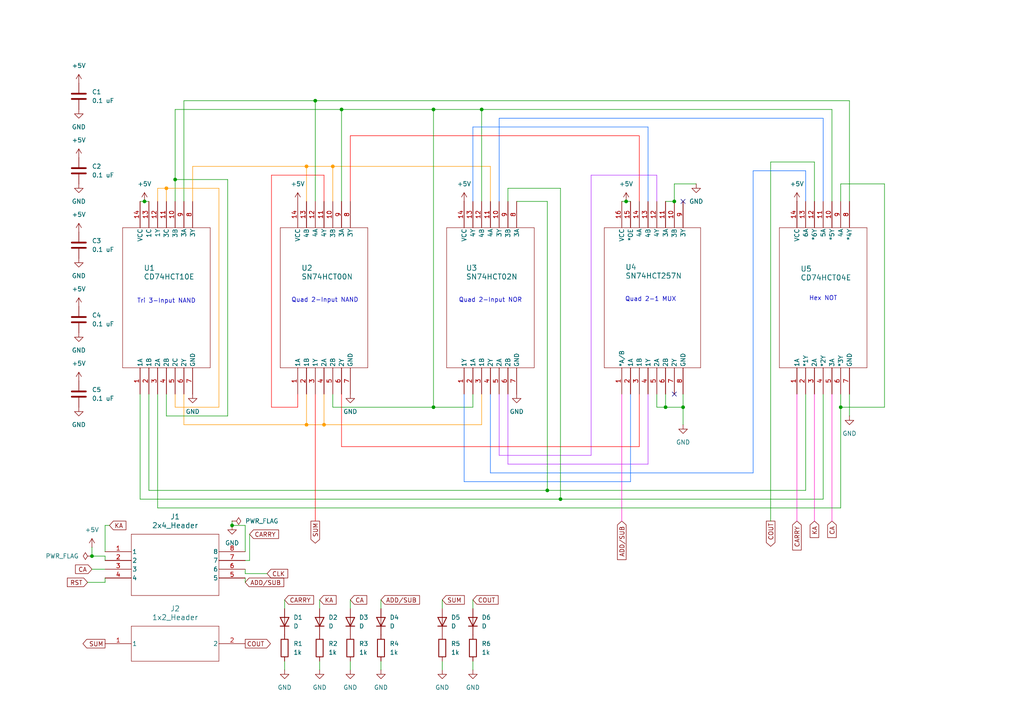
<source format=kicad_sch>
(kicad_sch
	(version 20231120)
	(generator "eeschema")
	(generator_version "8.0")
	(uuid "caa595be-755e-4ad7-8127-8d371a3d1825")
	(paper "A4")
	(lib_symbols
		(symbol "0_add_sub:1x2_Header"
			(pin_names
				(offset 0.254)
			)
			(exclude_from_sim no)
			(in_bom yes)
			(on_board yes)
			(property "Reference" "J"
				(at 20.32 10.16 0)
				(effects
					(font
						(size 1.524 1.524)
					)
				)
			)
			(property "Value" "1x2_Header"
				(at 20.32 7.62 0)
				(effects
					(font
						(size 1.524 1.524)
					)
				)
			)
			(property "Footprint" "TSW-102-23-G-S_SAI"
				(at 0 0 0)
				(effects
					(font
						(size 1.27 1.27)
						(italic yes)
					)
					(hide yes)
				)
			)
			(property "Datasheet" "TSW-102-23-F-S"
				(at 0 0 0)
				(effects
					(font
						(size 1.27 1.27)
						(italic yes)
					)
					(hide yes)
				)
			)
			(property "Description" ""
				(at 0 0 0)
				(effects
					(font
						(size 1.27 1.27)
					)
					(hide yes)
				)
			)
			(property "ki_locked" ""
				(at 0 0 0)
				(effects
					(font
						(size 1.27 1.27)
					)
				)
			)
			(property "ki_keywords" "TSW-102-23-F-S"
				(at 0 0 0)
				(effects
					(font
						(size 1.27 1.27)
					)
					(hide yes)
				)
			)
			(property "ki_fp_filters" "TSW-102-23-G-S_SAI"
				(at 0 0 0)
				(effects
					(font
						(size 1.27 1.27)
					)
					(hide yes)
				)
			)
			(symbol "1x2_Header_1_1"
				(polyline
					(pts
						(xy 7.62 -5.08) (xy 33.02 -5.08)
					)
					(stroke
						(width 0.127)
						(type default)
					)
					(fill
						(type none)
					)
				)
				(polyline
					(pts
						(xy 7.62 5.08) (xy 7.62 -5.08)
					)
					(stroke
						(width 0.127)
						(type default)
					)
					(fill
						(type none)
					)
				)
				(polyline
					(pts
						(xy 33.02 -5.08) (xy 33.02 5.08)
					)
					(stroke
						(width 0.127)
						(type default)
					)
					(fill
						(type none)
					)
				)
				(polyline
					(pts
						(xy 33.02 5.08) (xy 7.62 5.08)
					)
					(stroke
						(width 0.127)
						(type default)
					)
					(fill
						(type none)
					)
				)
				(pin unspecified line
					(at 0 0 0)
					(length 7.62)
					(name "1"
						(effects
							(font
								(size 1.27 1.27)
							)
						)
					)
					(number "1"
						(effects
							(font
								(size 1.27 1.27)
							)
						)
					)
				)
				(pin unspecified line
					(at 40.64 0 180)
					(length 7.62)
					(name "2"
						(effects
							(font
								(size 1.27 1.27)
							)
						)
					)
					(number "2"
						(effects
							(font
								(size 1.27 1.27)
							)
						)
					)
				)
			)
		)
		(symbol "0_add_sub:2x4_Header"
			(pin_names
				(offset 0.254)
			)
			(exclude_from_sim no)
			(in_bom yes)
			(on_board yes)
			(property "Reference" "J"
				(at 20.32 10.16 0)
				(effects
					(font
						(size 1.524 1.524)
					)
				)
			)
			(property "Value" "2x4_Header"
				(at 20.32 7.62 0)
				(effects
					(font
						(size 1.524 1.524)
					)
				)
			)
			(property "Footprint" "TSW-104-07-G-D_SAI"
				(at 0 0 0)
				(effects
					(font
						(size 1.27 1.27)
						(italic yes)
					)
					(hide yes)
				)
			)
			(property "Datasheet" "TSW-104-07-F-D"
				(at 0 0 0)
				(effects
					(font
						(size 1.27 1.27)
						(italic yes)
					)
					(hide yes)
				)
			)
			(property "Description" ""
				(at 0 0 0)
				(effects
					(font
						(size 1.27 1.27)
					)
					(hide yes)
				)
			)
			(property "ki_locked" ""
				(at 0 0 0)
				(effects
					(font
						(size 1.27 1.27)
					)
				)
			)
			(property "ki_keywords" "TSW-104-07-F-D"
				(at 0 0 0)
				(effects
					(font
						(size 1.27 1.27)
					)
					(hide yes)
				)
			)
			(property "ki_fp_filters" "TSW-104-07-G-D_SAI"
				(at 0 0 0)
				(effects
					(font
						(size 1.27 1.27)
					)
					(hide yes)
				)
			)
			(symbol "2x4_Header_1_1"
				(polyline
					(pts
						(xy 7.62 -12.7) (xy 33.02 -12.7)
					)
					(stroke
						(width 0.127)
						(type default)
					)
					(fill
						(type none)
					)
				)
				(polyline
					(pts
						(xy 7.62 5.08) (xy 7.62 -12.7)
					)
					(stroke
						(width 0.127)
						(type default)
					)
					(fill
						(type none)
					)
				)
				(polyline
					(pts
						(xy 33.02 -12.7) (xy 33.02 5.08)
					)
					(stroke
						(width 0.127)
						(type default)
					)
					(fill
						(type none)
					)
				)
				(polyline
					(pts
						(xy 33.02 5.08) (xy 7.62 5.08)
					)
					(stroke
						(width 0.127)
						(type default)
					)
					(fill
						(type none)
					)
				)
				(pin unspecified line
					(at 0 0 0)
					(length 7.62)
					(name "1"
						(effects
							(font
								(size 1.27 1.27)
							)
						)
					)
					(number "1"
						(effects
							(font
								(size 1.27 1.27)
							)
						)
					)
				)
				(pin unspecified line
					(at 0 -2.54 0)
					(length 7.62)
					(name "2"
						(effects
							(font
								(size 1.27 1.27)
							)
						)
					)
					(number "2"
						(effects
							(font
								(size 1.27 1.27)
							)
						)
					)
				)
				(pin unspecified line
					(at 0 -5.08 0)
					(length 7.62)
					(name "3"
						(effects
							(font
								(size 1.27 1.27)
							)
						)
					)
					(number "3"
						(effects
							(font
								(size 1.27 1.27)
							)
						)
					)
				)
				(pin unspecified line
					(at 0 -7.62 0)
					(length 7.62)
					(name "4"
						(effects
							(font
								(size 1.27 1.27)
							)
						)
					)
					(number "4"
						(effects
							(font
								(size 1.27 1.27)
							)
						)
					)
				)
				(pin unspecified line
					(at 40.64 -7.62 180)
					(length 7.62)
					(name "5"
						(effects
							(font
								(size 1.27 1.27)
							)
						)
					)
					(number "5"
						(effects
							(font
								(size 1.27 1.27)
							)
						)
					)
				)
				(pin unspecified line
					(at 40.64 -5.08 180)
					(length 7.62)
					(name "6"
						(effects
							(font
								(size 1.27 1.27)
							)
						)
					)
					(number "6"
						(effects
							(font
								(size 1.27 1.27)
							)
						)
					)
				)
				(pin unspecified line
					(at 40.64 -2.54 180)
					(length 7.62)
					(name "7"
						(effects
							(font
								(size 1.27 1.27)
							)
						)
					)
					(number "7"
						(effects
							(font
								(size 1.27 1.27)
							)
						)
					)
				)
				(pin unspecified line
					(at 40.64 0 180)
					(length 7.62)
					(name "8"
						(effects
							(font
								(size 1.27 1.27)
							)
						)
					)
					(number "8"
						(effects
							(font
								(size 1.27 1.27)
							)
						)
					)
				)
			)
		)
		(symbol "0_add_sub:CD74HCT04E"
			(pin_names
				(offset 0.254)
			)
			(exclude_from_sim no)
			(in_bom yes)
			(on_board yes)
			(property "Reference" "U"
				(at 27.94 10.16 0)
				(effects
					(font
						(size 1.524 1.524)
					)
				)
			)
			(property "Value" "CD74HCT04E"
				(at 27.94 7.62 0)
				(effects
					(font
						(size 1.524 1.524)
					)
				)
			)
			(property "Footprint" "N14"
				(at 0 0 0)
				(effects
					(font
						(size 1.27 1.27)
						(italic yes)
					)
					(hide yes)
				)
			)
			(property "Datasheet" "CD74HCT04E"
				(at 0 0 0)
				(effects
					(font
						(size 1.27 1.27)
						(italic yes)
					)
					(hide yes)
				)
			)
			(property "Description" ""
				(at 0 0 0)
				(effects
					(font
						(size 1.27 1.27)
					)
					(hide yes)
				)
			)
			(property "ki_locked" ""
				(at 0 0 0)
				(effects
					(font
						(size 1.27 1.27)
					)
				)
			)
			(property "ki_keywords" "CD74HCT04E"
				(at 0 0 0)
				(effects
					(font
						(size 1.27 1.27)
					)
					(hide yes)
				)
			)
			(property "ki_fp_filters" "N14"
				(at 0 0 0)
				(effects
					(font
						(size 1.27 1.27)
					)
					(hide yes)
				)
			)
			(symbol "CD74HCT04E_0_1"
				(polyline
					(pts
						(xy 7.62 -20.32) (xy 48.26 -20.32)
					)
					(stroke
						(width 0.127)
						(type default)
					)
					(fill
						(type none)
					)
				)
				(polyline
					(pts
						(xy 7.62 5.08) (xy 7.62 -20.32)
					)
					(stroke
						(width 0.127)
						(type default)
					)
					(fill
						(type none)
					)
				)
				(polyline
					(pts
						(xy 48.26 -20.32) (xy 48.26 5.08)
					)
					(stroke
						(width 0.127)
						(type default)
					)
					(fill
						(type none)
					)
				)
				(polyline
					(pts
						(xy 48.26 5.08) (xy 7.62 5.08)
					)
					(stroke
						(width 0.127)
						(type default)
					)
					(fill
						(type none)
					)
				)
				(pin input line
					(at 0 0 0)
					(length 7.62)
					(name "1A"
						(effects
							(font
								(size 1.27 1.27)
							)
						)
					)
					(number "1"
						(effects
							(font
								(size 1.27 1.27)
							)
						)
					)
				)
				(pin output line
					(at 55.88 -10.16 180)
					(length 7.62)
					(name "*5Y"
						(effects
							(font
								(size 1.27 1.27)
							)
						)
					)
					(number "10"
						(effects
							(font
								(size 1.27 1.27)
							)
						)
					)
				)
				(pin input line
					(at 55.88 -7.62 180)
					(length 7.62)
					(name "5A"
						(effects
							(font
								(size 1.27 1.27)
							)
						)
					)
					(number "11"
						(effects
							(font
								(size 1.27 1.27)
							)
						)
					)
				)
				(pin output line
					(at 55.88 -5.08 180)
					(length 7.62)
					(name "*6Y"
						(effects
							(font
								(size 1.27 1.27)
							)
						)
					)
					(number "12"
						(effects
							(font
								(size 1.27 1.27)
							)
						)
					)
				)
				(pin input line
					(at 55.88 -2.54 180)
					(length 7.62)
					(name "6A"
						(effects
							(font
								(size 1.27 1.27)
							)
						)
					)
					(number "13"
						(effects
							(font
								(size 1.27 1.27)
							)
						)
					)
				)
				(pin power_in line
					(at 55.88 0 180)
					(length 7.62)
					(name "VCC"
						(effects
							(font
								(size 1.27 1.27)
							)
						)
					)
					(number "14"
						(effects
							(font
								(size 1.27 1.27)
							)
						)
					)
				)
				(pin output line
					(at 0 -2.54 0)
					(length 7.62)
					(name "*1Y"
						(effects
							(font
								(size 1.27 1.27)
							)
						)
					)
					(number "2"
						(effects
							(font
								(size 1.27 1.27)
							)
						)
					)
				)
				(pin input line
					(at 0 -5.08 0)
					(length 7.62)
					(name "2A"
						(effects
							(font
								(size 1.27 1.27)
							)
						)
					)
					(number "3"
						(effects
							(font
								(size 1.27 1.27)
							)
						)
					)
				)
				(pin output line
					(at 0 -7.62 0)
					(length 7.62)
					(name "*2Y"
						(effects
							(font
								(size 1.27 1.27)
							)
						)
					)
					(number "4"
						(effects
							(font
								(size 1.27 1.27)
							)
						)
					)
				)
				(pin input line
					(at 0 -10.16 0)
					(length 7.62)
					(name "3A"
						(effects
							(font
								(size 1.27 1.27)
							)
						)
					)
					(number "5"
						(effects
							(font
								(size 1.27 1.27)
							)
						)
					)
				)
				(pin output line
					(at 0 -12.7 0)
					(length 7.62)
					(name "*3Y"
						(effects
							(font
								(size 1.27 1.27)
							)
						)
					)
					(number "6"
						(effects
							(font
								(size 1.27 1.27)
							)
						)
					)
				)
				(pin power_in line
					(at 0 -15.24 0)
					(length 7.62)
					(name "GND"
						(effects
							(font
								(size 1.27 1.27)
							)
						)
					)
					(number "7"
						(effects
							(font
								(size 1.27 1.27)
							)
						)
					)
				)
				(pin output line
					(at 55.88 -15.24 180)
					(length 7.62)
					(name "*4Y"
						(effects
							(font
								(size 1.27 1.27)
							)
						)
					)
					(number "8"
						(effects
							(font
								(size 1.27 1.27)
							)
						)
					)
				)
				(pin input line
					(at 55.88 -12.7 180)
					(length 7.62)
					(name "4A"
						(effects
							(font
								(size 1.27 1.27)
							)
						)
					)
					(number "9"
						(effects
							(font
								(size 1.27 1.27)
							)
						)
					)
				)
			)
		)
		(symbol "0_add_sub:CD74HCT10E"
			(pin_names
				(offset 0.254)
			)
			(exclude_from_sim no)
			(in_bom yes)
			(on_board yes)
			(property "Reference" "U"
				(at 27.94 10.16 0)
				(effects
					(font
						(size 1.524 1.524)
					)
				)
			)
			(property "Value" "CD74HCT10E"
				(at 27.94 7.62 0)
				(effects
					(font
						(size 1.524 1.524)
					)
				)
			)
			(property "Footprint" "N14"
				(at 0 0 0)
				(effects
					(font
						(size 1.27 1.27)
						(italic yes)
					)
					(hide yes)
				)
			)
			(property "Datasheet" "CD74HCT10E"
				(at 0 0 0)
				(effects
					(font
						(size 1.27 1.27)
						(italic yes)
					)
					(hide yes)
				)
			)
			(property "Description" ""
				(at 0 0 0)
				(effects
					(font
						(size 1.27 1.27)
					)
					(hide yes)
				)
			)
			(property "ki_locked" ""
				(at 0 0 0)
				(effects
					(font
						(size 1.27 1.27)
					)
				)
			)
			(property "ki_keywords" "CD74HCT10E"
				(at 0 0 0)
				(effects
					(font
						(size 1.27 1.27)
					)
					(hide yes)
				)
			)
			(property "ki_fp_filters" "N14"
				(at 0 0 0)
				(effects
					(font
						(size 1.27 1.27)
					)
					(hide yes)
				)
			)
			(symbol "CD74HCT10E_0_1"
				(polyline
					(pts
						(xy 7.62 -20.32) (xy 48.26 -20.32)
					)
					(stroke
						(width 0.127)
						(type default)
					)
					(fill
						(type none)
					)
				)
				(polyline
					(pts
						(xy 7.62 5.08) (xy 7.62 -20.32)
					)
					(stroke
						(width 0.127)
						(type default)
					)
					(fill
						(type none)
					)
				)
				(polyline
					(pts
						(xy 48.26 -20.32) (xy 48.26 5.08)
					)
					(stroke
						(width 0.127)
						(type default)
					)
					(fill
						(type none)
					)
				)
				(polyline
					(pts
						(xy 48.26 5.08) (xy 7.62 5.08)
					)
					(stroke
						(width 0.127)
						(type default)
					)
					(fill
						(type none)
					)
				)
				(pin input line
					(at 0 0 0)
					(length 7.62)
					(name "1A"
						(effects
							(font
								(size 1.27 1.27)
							)
						)
					)
					(number "1"
						(effects
							(font
								(size 1.27 1.27)
							)
						)
					)
				)
				(pin input line
					(at 55.88 -10.16 180)
					(length 7.62)
					(name "3B"
						(effects
							(font
								(size 1.27 1.27)
							)
						)
					)
					(number "10"
						(effects
							(font
								(size 1.27 1.27)
							)
						)
					)
				)
				(pin input line
					(at 55.88 -7.62 180)
					(length 7.62)
					(name "3C"
						(effects
							(font
								(size 1.27 1.27)
							)
						)
					)
					(number "11"
						(effects
							(font
								(size 1.27 1.27)
							)
						)
					)
				)
				(pin output line
					(at 55.88 -5.08 180)
					(length 7.62)
					(name "1Y"
						(effects
							(font
								(size 1.27 1.27)
							)
						)
					)
					(number "12"
						(effects
							(font
								(size 1.27 1.27)
							)
						)
					)
				)
				(pin input line
					(at 55.88 -2.54 180)
					(length 7.62)
					(name "1C"
						(effects
							(font
								(size 1.27 1.27)
							)
						)
					)
					(number "13"
						(effects
							(font
								(size 1.27 1.27)
							)
						)
					)
				)
				(pin power_in line
					(at 55.88 0 180)
					(length 7.62)
					(name "VCC"
						(effects
							(font
								(size 1.27 1.27)
							)
						)
					)
					(number "14"
						(effects
							(font
								(size 1.27 1.27)
							)
						)
					)
				)
				(pin input line
					(at 0 -2.54 0)
					(length 7.62)
					(name "1B"
						(effects
							(font
								(size 1.27 1.27)
							)
						)
					)
					(number "2"
						(effects
							(font
								(size 1.27 1.27)
							)
						)
					)
				)
				(pin input line
					(at 0 -5.08 0)
					(length 7.62)
					(name "2A"
						(effects
							(font
								(size 1.27 1.27)
							)
						)
					)
					(number "3"
						(effects
							(font
								(size 1.27 1.27)
							)
						)
					)
				)
				(pin input line
					(at 0 -7.62 0)
					(length 7.62)
					(name "2B"
						(effects
							(font
								(size 1.27 1.27)
							)
						)
					)
					(number "4"
						(effects
							(font
								(size 1.27 1.27)
							)
						)
					)
				)
				(pin input line
					(at 0 -10.16 0)
					(length 7.62)
					(name "2C"
						(effects
							(font
								(size 1.27 1.27)
							)
						)
					)
					(number "5"
						(effects
							(font
								(size 1.27 1.27)
							)
						)
					)
				)
				(pin output line
					(at 0 -12.7 0)
					(length 7.62)
					(name "2Y"
						(effects
							(font
								(size 1.27 1.27)
							)
						)
					)
					(number "6"
						(effects
							(font
								(size 1.27 1.27)
							)
						)
					)
				)
				(pin power_in line
					(at 0 -15.24 0)
					(length 7.62)
					(name "GND"
						(effects
							(font
								(size 1.27 1.27)
							)
						)
					)
					(number "7"
						(effects
							(font
								(size 1.27 1.27)
							)
						)
					)
				)
				(pin output line
					(at 55.88 -15.24 180)
					(length 7.62)
					(name "3Y"
						(effects
							(font
								(size 1.27 1.27)
							)
						)
					)
					(number "8"
						(effects
							(font
								(size 1.27 1.27)
							)
						)
					)
				)
				(pin input line
					(at 55.88 -12.7 180)
					(length 7.62)
					(name "3A"
						(effects
							(font
								(size 1.27 1.27)
							)
						)
					)
					(number "9"
						(effects
							(font
								(size 1.27 1.27)
							)
						)
					)
				)
			)
		)
		(symbol "0_add_sub:SN74HCT00N"
			(pin_names
				(offset 0.254)
			)
			(exclude_from_sim no)
			(in_bom yes)
			(on_board yes)
			(property "Reference" "U"
				(at 27.94 10.16 0)
				(effects
					(font
						(size 1.524 1.524)
					)
				)
			)
			(property "Value" "SN74HCT00N"
				(at 27.94 7.62 0)
				(effects
					(font
						(size 1.524 1.524)
					)
				)
			)
			(property "Footprint" "N14"
				(at 0 0 0)
				(effects
					(font
						(size 1.27 1.27)
						(italic yes)
					)
					(hide yes)
				)
			)
			(property "Datasheet" "SN74HCT00N"
				(at 0 0 0)
				(effects
					(font
						(size 1.27 1.27)
						(italic yes)
					)
					(hide yes)
				)
			)
			(property "Description" ""
				(at 0 0 0)
				(effects
					(font
						(size 1.27 1.27)
					)
					(hide yes)
				)
			)
			(property "ki_locked" ""
				(at 0 0 0)
				(effects
					(font
						(size 1.27 1.27)
					)
				)
			)
			(property "ki_keywords" "SN74HCT00N"
				(at 0 0 0)
				(effects
					(font
						(size 1.27 1.27)
					)
					(hide yes)
				)
			)
			(property "ki_fp_filters" "N14"
				(at 0 0 0)
				(effects
					(font
						(size 1.27 1.27)
					)
					(hide yes)
				)
			)
			(symbol "SN74HCT00N_0_1"
				(polyline
					(pts
						(xy 7.62 -20.32) (xy 48.26 -20.32)
					)
					(stroke
						(width 0.127)
						(type default)
					)
					(fill
						(type none)
					)
				)
				(polyline
					(pts
						(xy 7.62 5.08) (xy 7.62 -20.32)
					)
					(stroke
						(width 0.127)
						(type default)
					)
					(fill
						(type none)
					)
				)
				(polyline
					(pts
						(xy 48.26 -20.32) (xy 48.26 5.08)
					)
					(stroke
						(width 0.127)
						(type default)
					)
					(fill
						(type none)
					)
				)
				(polyline
					(pts
						(xy 48.26 5.08) (xy 7.62 5.08)
					)
					(stroke
						(width 0.127)
						(type default)
					)
					(fill
						(type none)
					)
				)
				(pin input line
					(at 0 0 0)
					(length 7.62)
					(name "1A"
						(effects
							(font
								(size 1.27 1.27)
							)
						)
					)
					(number "1"
						(effects
							(font
								(size 1.27 1.27)
							)
						)
					)
				)
				(pin input line
					(at 55.88 -10.16 180)
					(length 7.62)
					(name "3B"
						(effects
							(font
								(size 1.27 1.27)
							)
						)
					)
					(number "10"
						(effects
							(font
								(size 1.27 1.27)
							)
						)
					)
				)
				(pin output line
					(at 55.88 -7.62 180)
					(length 7.62)
					(name "4Y"
						(effects
							(font
								(size 1.27 1.27)
							)
						)
					)
					(number "11"
						(effects
							(font
								(size 1.27 1.27)
							)
						)
					)
				)
				(pin input line
					(at 55.88 -5.08 180)
					(length 7.62)
					(name "4A"
						(effects
							(font
								(size 1.27 1.27)
							)
						)
					)
					(number "12"
						(effects
							(font
								(size 1.27 1.27)
							)
						)
					)
				)
				(pin input line
					(at 55.88 -2.54 180)
					(length 7.62)
					(name "4B"
						(effects
							(font
								(size 1.27 1.27)
							)
						)
					)
					(number "13"
						(effects
							(font
								(size 1.27 1.27)
							)
						)
					)
				)
				(pin power_in line
					(at 55.88 0 180)
					(length 7.62)
					(name "VCC"
						(effects
							(font
								(size 1.27 1.27)
							)
						)
					)
					(number "14"
						(effects
							(font
								(size 1.27 1.27)
							)
						)
					)
				)
				(pin input line
					(at 0 -2.54 0)
					(length 7.62)
					(name "1B"
						(effects
							(font
								(size 1.27 1.27)
							)
						)
					)
					(number "2"
						(effects
							(font
								(size 1.27 1.27)
							)
						)
					)
				)
				(pin output line
					(at 0 -5.08 0)
					(length 7.62)
					(name "1Y"
						(effects
							(font
								(size 1.27 1.27)
							)
						)
					)
					(number "3"
						(effects
							(font
								(size 1.27 1.27)
							)
						)
					)
				)
				(pin input line
					(at 0 -7.62 0)
					(length 7.62)
					(name "2A"
						(effects
							(font
								(size 1.27 1.27)
							)
						)
					)
					(number "4"
						(effects
							(font
								(size 1.27 1.27)
							)
						)
					)
				)
				(pin input line
					(at 0 -10.16 0)
					(length 7.62)
					(name "2B"
						(effects
							(font
								(size 1.27 1.27)
							)
						)
					)
					(number "5"
						(effects
							(font
								(size 1.27 1.27)
							)
						)
					)
				)
				(pin output line
					(at 0 -12.7 0)
					(length 7.62)
					(name "2Y"
						(effects
							(font
								(size 1.27 1.27)
							)
						)
					)
					(number "6"
						(effects
							(font
								(size 1.27 1.27)
							)
						)
					)
				)
				(pin power_in line
					(at 0 -15.24 0)
					(length 7.62)
					(name "GND"
						(effects
							(font
								(size 1.27 1.27)
							)
						)
					)
					(number "7"
						(effects
							(font
								(size 1.27 1.27)
							)
						)
					)
				)
				(pin output line
					(at 55.88 -15.24 180)
					(length 7.62)
					(name "3Y"
						(effects
							(font
								(size 1.27 1.27)
							)
						)
					)
					(number "8"
						(effects
							(font
								(size 1.27 1.27)
							)
						)
					)
				)
				(pin input line
					(at 55.88 -12.7 180)
					(length 7.62)
					(name "3A"
						(effects
							(font
								(size 1.27 1.27)
							)
						)
					)
					(number "9"
						(effects
							(font
								(size 1.27 1.27)
							)
						)
					)
				)
			)
		)
		(symbol "0_add_sub:SN74HCT02N"
			(pin_names
				(offset 0.254)
			)
			(exclude_from_sim no)
			(in_bom yes)
			(on_board yes)
			(property "Reference" "U"
				(at 27.94 10.16 0)
				(effects
					(font
						(size 1.524 1.524)
					)
				)
			)
			(property "Value" "SN74HCT02N"
				(at 27.94 7.62 0)
				(effects
					(font
						(size 1.524 1.524)
					)
				)
			)
			(property "Footprint" "N14"
				(at 0 0 0)
				(effects
					(font
						(size 1.27 1.27)
						(italic yes)
					)
					(hide yes)
				)
			)
			(property "Datasheet" "SN74HCT02N"
				(at 0 0 0)
				(effects
					(font
						(size 1.27 1.27)
						(italic yes)
					)
					(hide yes)
				)
			)
			(property "Description" ""
				(at 0 0 0)
				(effects
					(font
						(size 1.27 1.27)
					)
					(hide yes)
				)
			)
			(property "ki_locked" ""
				(at 0 0 0)
				(effects
					(font
						(size 1.27 1.27)
					)
				)
			)
			(property "ki_keywords" "SN74HCT02N"
				(at 0 0 0)
				(effects
					(font
						(size 1.27 1.27)
					)
					(hide yes)
				)
			)
			(property "ki_fp_filters" "N14"
				(at 0 0 0)
				(effects
					(font
						(size 1.27 1.27)
					)
					(hide yes)
				)
			)
			(symbol "SN74HCT02N_0_1"
				(polyline
					(pts
						(xy 7.62 -20.32) (xy 48.26 -20.32)
					)
					(stroke
						(width 0.127)
						(type default)
					)
					(fill
						(type none)
					)
				)
				(polyline
					(pts
						(xy 7.62 5.08) (xy 7.62 -20.32)
					)
					(stroke
						(width 0.127)
						(type default)
					)
					(fill
						(type none)
					)
				)
				(polyline
					(pts
						(xy 48.26 -20.32) (xy 48.26 5.08)
					)
					(stroke
						(width 0.127)
						(type default)
					)
					(fill
						(type none)
					)
				)
				(polyline
					(pts
						(xy 48.26 5.08) (xy 7.62 5.08)
					)
					(stroke
						(width 0.127)
						(type default)
					)
					(fill
						(type none)
					)
				)
				(pin output line
					(at 0 0 0)
					(length 7.62)
					(name "1Y"
						(effects
							(font
								(size 1.27 1.27)
							)
						)
					)
					(number "1"
						(effects
							(font
								(size 1.27 1.27)
							)
						)
					)
				)
				(pin output line
					(at 55.88 -10.16 180)
					(length 7.62)
					(name "3Y"
						(effects
							(font
								(size 1.27 1.27)
							)
						)
					)
					(number "10"
						(effects
							(font
								(size 1.27 1.27)
							)
						)
					)
				)
				(pin input line
					(at 55.88 -7.62 180)
					(length 7.62)
					(name "4A"
						(effects
							(font
								(size 1.27 1.27)
							)
						)
					)
					(number "11"
						(effects
							(font
								(size 1.27 1.27)
							)
						)
					)
				)
				(pin input line
					(at 55.88 -5.08 180)
					(length 7.62)
					(name "4B"
						(effects
							(font
								(size 1.27 1.27)
							)
						)
					)
					(number "12"
						(effects
							(font
								(size 1.27 1.27)
							)
						)
					)
				)
				(pin output line
					(at 55.88 -2.54 180)
					(length 7.62)
					(name "4Y"
						(effects
							(font
								(size 1.27 1.27)
							)
						)
					)
					(number "13"
						(effects
							(font
								(size 1.27 1.27)
							)
						)
					)
				)
				(pin power_in line
					(at 55.88 0 180)
					(length 7.62)
					(name "VCC"
						(effects
							(font
								(size 1.27 1.27)
							)
						)
					)
					(number "14"
						(effects
							(font
								(size 1.27 1.27)
							)
						)
					)
				)
				(pin input line
					(at 0 -2.54 0)
					(length 7.62)
					(name "1A"
						(effects
							(font
								(size 1.27 1.27)
							)
						)
					)
					(number "2"
						(effects
							(font
								(size 1.27 1.27)
							)
						)
					)
				)
				(pin input line
					(at 0 -5.08 0)
					(length 7.62)
					(name "1B"
						(effects
							(font
								(size 1.27 1.27)
							)
						)
					)
					(number "3"
						(effects
							(font
								(size 1.27 1.27)
							)
						)
					)
				)
				(pin output line
					(at 0 -7.62 0)
					(length 7.62)
					(name "2Y"
						(effects
							(font
								(size 1.27 1.27)
							)
						)
					)
					(number "4"
						(effects
							(font
								(size 1.27 1.27)
							)
						)
					)
				)
				(pin input line
					(at 0 -10.16 0)
					(length 7.62)
					(name "2A"
						(effects
							(font
								(size 1.27 1.27)
							)
						)
					)
					(number "5"
						(effects
							(font
								(size 1.27 1.27)
							)
						)
					)
				)
				(pin input line
					(at 0 -12.7 0)
					(length 7.62)
					(name "2B"
						(effects
							(font
								(size 1.27 1.27)
							)
						)
					)
					(number "6"
						(effects
							(font
								(size 1.27 1.27)
							)
						)
					)
				)
				(pin power_in line
					(at 0 -15.24 0)
					(length 7.62)
					(name "GND"
						(effects
							(font
								(size 1.27 1.27)
							)
						)
					)
					(number "7"
						(effects
							(font
								(size 1.27 1.27)
							)
						)
					)
				)
				(pin input line
					(at 55.88 -15.24 180)
					(length 7.62)
					(name "3A"
						(effects
							(font
								(size 1.27 1.27)
							)
						)
					)
					(number "8"
						(effects
							(font
								(size 1.27 1.27)
							)
						)
					)
				)
				(pin input line
					(at 55.88 -12.7 180)
					(length 7.62)
					(name "3B"
						(effects
							(font
								(size 1.27 1.27)
							)
						)
					)
					(number "9"
						(effects
							(font
								(size 1.27 1.27)
							)
						)
					)
				)
			)
		)
		(symbol "0_add_sub:SN74HCT257N"
			(pin_names
				(offset 0.254)
			)
			(exclude_from_sim no)
			(in_bom yes)
			(on_board yes)
			(property "Reference" "U"
				(at 27.94 10.16 0)
				(effects
					(font
						(size 1.524 1.524)
					)
				)
			)
			(property "Value" "SN74HCT257N"
				(at 27.94 7.62 0)
				(effects
					(font
						(size 1.524 1.524)
					)
				)
			)
			(property "Footprint" "N16"
				(at 0 0 0)
				(effects
					(font
						(size 1.27 1.27)
						(italic yes)
					)
					(hide yes)
				)
			)
			(property "Datasheet" "SN74HCT257N"
				(at 0 0 0)
				(effects
					(font
						(size 1.27 1.27)
						(italic yes)
					)
					(hide yes)
				)
			)
			(property "Description" ""
				(at 0 0 0)
				(effects
					(font
						(size 1.27 1.27)
					)
					(hide yes)
				)
			)
			(property "ki_locked" ""
				(at 0 0 0)
				(effects
					(font
						(size 1.27 1.27)
					)
				)
			)
			(property "ki_keywords" "SN74HCT257N"
				(at 0 0 0)
				(effects
					(font
						(size 1.27 1.27)
					)
					(hide yes)
				)
			)
			(property "ki_fp_filters" "N16"
				(at 0 0 0)
				(effects
					(font
						(size 1.27 1.27)
					)
					(hide yes)
				)
			)
			(symbol "SN74HCT257N_0_1"
				(polyline
					(pts
						(xy 7.62 -22.86) (xy 48.26 -22.86)
					)
					(stroke
						(width 0.127)
						(type default)
					)
					(fill
						(type none)
					)
				)
				(polyline
					(pts
						(xy 7.62 5.08) (xy 7.62 -22.86)
					)
					(stroke
						(width 0.127)
						(type default)
					)
					(fill
						(type none)
					)
				)
				(polyline
					(pts
						(xy 48.26 -22.86) (xy 48.26 5.08)
					)
					(stroke
						(width 0.127)
						(type default)
					)
					(fill
						(type none)
					)
				)
				(polyline
					(pts
						(xy 48.26 5.08) (xy 7.62 5.08)
					)
					(stroke
						(width 0.127)
						(type default)
					)
					(fill
						(type none)
					)
				)
				(pin input line
					(at 0 0 0)
					(length 7.62)
					(name "*A/B"
						(effects
							(font
								(size 1.27 1.27)
							)
						)
					)
					(number "1"
						(effects
							(font
								(size 1.27 1.27)
							)
						)
					)
				)
				(pin input line
					(at 55.88 -15.24 180)
					(length 7.62)
					(name "3B"
						(effects
							(font
								(size 1.27 1.27)
							)
						)
					)
					(number "10"
						(effects
							(font
								(size 1.27 1.27)
							)
						)
					)
				)
				(pin input line
					(at 55.88 -12.7 180)
					(length 7.62)
					(name "3A"
						(effects
							(font
								(size 1.27 1.27)
							)
						)
					)
					(number "11"
						(effects
							(font
								(size 1.27 1.27)
							)
						)
					)
				)
				(pin output line
					(at 55.88 -10.16 180)
					(length 7.62)
					(name "4Y"
						(effects
							(font
								(size 1.27 1.27)
							)
						)
					)
					(number "12"
						(effects
							(font
								(size 1.27 1.27)
							)
						)
					)
				)
				(pin input line
					(at 55.88 -7.62 180)
					(length 7.62)
					(name "4B"
						(effects
							(font
								(size 1.27 1.27)
							)
						)
					)
					(number "13"
						(effects
							(font
								(size 1.27 1.27)
							)
						)
					)
				)
				(pin input line
					(at 55.88 -5.08 180)
					(length 7.62)
					(name "4A"
						(effects
							(font
								(size 1.27 1.27)
							)
						)
					)
					(number "14"
						(effects
							(font
								(size 1.27 1.27)
							)
						)
					)
				)
				(pin input line
					(at 55.88 -2.54 180)
					(length 7.62)
					(name "*OE"
						(effects
							(font
								(size 1.27 1.27)
							)
						)
					)
					(number "15"
						(effects
							(font
								(size 1.27 1.27)
							)
						)
					)
				)
				(pin power_in line
					(at 55.88 0 180)
					(length 7.62)
					(name "VCC"
						(effects
							(font
								(size 1.27 1.27)
							)
						)
					)
					(number "16"
						(effects
							(font
								(size 1.27 1.27)
							)
						)
					)
				)
				(pin input line
					(at 0 -2.54 0)
					(length 7.62)
					(name "1A"
						(effects
							(font
								(size 1.27 1.27)
							)
						)
					)
					(number "2"
						(effects
							(font
								(size 1.27 1.27)
							)
						)
					)
				)
				(pin input line
					(at 0 -5.08 0)
					(length 7.62)
					(name "1B"
						(effects
							(font
								(size 1.27 1.27)
							)
						)
					)
					(number "3"
						(effects
							(font
								(size 1.27 1.27)
							)
						)
					)
				)
				(pin output line
					(at 0 -7.62 0)
					(length 7.62)
					(name "1Y"
						(effects
							(font
								(size 1.27 1.27)
							)
						)
					)
					(number "4"
						(effects
							(font
								(size 1.27 1.27)
							)
						)
					)
				)
				(pin input line
					(at 0 -10.16 0)
					(length 7.62)
					(name "2A"
						(effects
							(font
								(size 1.27 1.27)
							)
						)
					)
					(number "5"
						(effects
							(font
								(size 1.27 1.27)
							)
						)
					)
				)
				(pin input line
					(at 0 -12.7 0)
					(length 7.62)
					(name "2B"
						(effects
							(font
								(size 1.27 1.27)
							)
						)
					)
					(number "6"
						(effects
							(font
								(size 1.27 1.27)
							)
						)
					)
				)
				(pin output line
					(at 0 -15.24 0)
					(length 7.62)
					(name "2Y"
						(effects
							(font
								(size 1.27 1.27)
							)
						)
					)
					(number "7"
						(effects
							(font
								(size 1.27 1.27)
							)
						)
					)
				)
				(pin power_in line
					(at 0 -17.78 0)
					(length 7.62)
					(name "GND"
						(effects
							(font
								(size 1.27 1.27)
							)
						)
					)
					(number "8"
						(effects
							(font
								(size 1.27 1.27)
							)
						)
					)
				)
				(pin output line
					(at 55.88 -17.78 180)
					(length 7.62)
					(name "3Y"
						(effects
							(font
								(size 1.27 1.27)
							)
						)
					)
					(number "9"
						(effects
							(font
								(size 1.27 1.27)
							)
						)
					)
				)
			)
		)
		(symbol "Device:C"
			(pin_numbers hide)
			(pin_names
				(offset 0.254)
			)
			(exclude_from_sim no)
			(in_bom yes)
			(on_board yes)
			(property "Reference" "C"
				(at 0.635 2.54 0)
				(effects
					(font
						(size 1.27 1.27)
					)
					(justify left)
				)
			)
			(property "Value" "C"
				(at 0.635 -2.54 0)
				(effects
					(font
						(size 1.27 1.27)
					)
					(justify left)
				)
			)
			(property "Footprint" ""
				(at 0.9652 -3.81 0)
				(effects
					(font
						(size 1.27 1.27)
					)
					(hide yes)
				)
			)
			(property "Datasheet" "~"
				(at 0 0 0)
				(effects
					(font
						(size 1.27 1.27)
					)
					(hide yes)
				)
			)
			(property "Description" "Unpolarized capacitor"
				(at 0 0 0)
				(effects
					(font
						(size 1.27 1.27)
					)
					(hide yes)
				)
			)
			(property "ki_keywords" "cap capacitor"
				(at 0 0 0)
				(effects
					(font
						(size 1.27 1.27)
					)
					(hide yes)
				)
			)
			(property "ki_fp_filters" "C_*"
				(at 0 0 0)
				(effects
					(font
						(size 1.27 1.27)
					)
					(hide yes)
				)
			)
			(symbol "C_0_1"
				(polyline
					(pts
						(xy -2.032 -0.762) (xy 2.032 -0.762)
					)
					(stroke
						(width 0.508)
						(type default)
					)
					(fill
						(type none)
					)
				)
				(polyline
					(pts
						(xy -2.032 0.762) (xy 2.032 0.762)
					)
					(stroke
						(width 0.508)
						(type default)
					)
					(fill
						(type none)
					)
				)
			)
			(symbol "C_1_1"
				(pin passive line
					(at 0 3.81 270)
					(length 2.794)
					(name "~"
						(effects
							(font
								(size 1.27 1.27)
							)
						)
					)
					(number "1"
						(effects
							(font
								(size 1.27 1.27)
							)
						)
					)
				)
				(pin passive line
					(at 0 -3.81 90)
					(length 2.794)
					(name "~"
						(effects
							(font
								(size 1.27 1.27)
							)
						)
					)
					(number "2"
						(effects
							(font
								(size 1.27 1.27)
							)
						)
					)
				)
			)
		)
		(symbol "Device:D"
			(pin_numbers hide)
			(pin_names
				(offset 1.016) hide)
			(exclude_from_sim no)
			(in_bom yes)
			(on_board yes)
			(property "Reference" "D"
				(at 0 2.54 0)
				(effects
					(font
						(size 1.27 1.27)
					)
				)
			)
			(property "Value" "D"
				(at 0 -2.54 0)
				(effects
					(font
						(size 1.27 1.27)
					)
				)
			)
			(property "Footprint" ""
				(at 0 0 0)
				(effects
					(font
						(size 1.27 1.27)
					)
					(hide yes)
				)
			)
			(property "Datasheet" "~"
				(at 0 0 0)
				(effects
					(font
						(size 1.27 1.27)
					)
					(hide yes)
				)
			)
			(property "Description" "Diode"
				(at 0 0 0)
				(effects
					(font
						(size 1.27 1.27)
					)
					(hide yes)
				)
			)
			(property "Sim.Device" "D"
				(at 0 0 0)
				(effects
					(font
						(size 1.27 1.27)
					)
					(hide yes)
				)
			)
			(property "Sim.Pins" "1=K 2=A"
				(at 0 0 0)
				(effects
					(font
						(size 1.27 1.27)
					)
					(hide yes)
				)
			)
			(property "ki_keywords" "diode"
				(at 0 0 0)
				(effects
					(font
						(size 1.27 1.27)
					)
					(hide yes)
				)
			)
			(property "ki_fp_filters" "TO-???* *_Diode_* *SingleDiode* D_*"
				(at 0 0 0)
				(effects
					(font
						(size 1.27 1.27)
					)
					(hide yes)
				)
			)
			(symbol "D_0_1"
				(polyline
					(pts
						(xy -1.27 1.27) (xy -1.27 -1.27)
					)
					(stroke
						(width 0.254)
						(type default)
					)
					(fill
						(type none)
					)
				)
				(polyline
					(pts
						(xy 1.27 0) (xy -1.27 0)
					)
					(stroke
						(width 0)
						(type default)
					)
					(fill
						(type none)
					)
				)
				(polyline
					(pts
						(xy 1.27 1.27) (xy 1.27 -1.27) (xy -1.27 0) (xy 1.27 1.27)
					)
					(stroke
						(width 0.254)
						(type default)
					)
					(fill
						(type none)
					)
				)
			)
			(symbol "D_1_1"
				(pin passive line
					(at -3.81 0 0)
					(length 2.54)
					(name "K"
						(effects
							(font
								(size 1.27 1.27)
							)
						)
					)
					(number "1"
						(effects
							(font
								(size 1.27 1.27)
							)
						)
					)
				)
				(pin passive line
					(at 3.81 0 180)
					(length 2.54)
					(name "A"
						(effects
							(font
								(size 1.27 1.27)
							)
						)
					)
					(number "2"
						(effects
							(font
								(size 1.27 1.27)
							)
						)
					)
				)
			)
		)
		(symbol "Device:R"
			(pin_numbers hide)
			(pin_names
				(offset 0)
			)
			(exclude_from_sim no)
			(in_bom yes)
			(on_board yes)
			(property "Reference" "R"
				(at 2.032 0 90)
				(effects
					(font
						(size 1.27 1.27)
					)
				)
			)
			(property "Value" "R"
				(at 0 0 90)
				(effects
					(font
						(size 1.27 1.27)
					)
				)
			)
			(property "Footprint" ""
				(at -1.778 0 90)
				(effects
					(font
						(size 1.27 1.27)
					)
					(hide yes)
				)
			)
			(property "Datasheet" "~"
				(at 0 0 0)
				(effects
					(font
						(size 1.27 1.27)
					)
					(hide yes)
				)
			)
			(property "Description" "Resistor"
				(at 0 0 0)
				(effects
					(font
						(size 1.27 1.27)
					)
					(hide yes)
				)
			)
			(property "ki_keywords" "R res resistor"
				(at 0 0 0)
				(effects
					(font
						(size 1.27 1.27)
					)
					(hide yes)
				)
			)
			(property "ki_fp_filters" "R_*"
				(at 0 0 0)
				(effects
					(font
						(size 1.27 1.27)
					)
					(hide yes)
				)
			)
			(symbol "R_0_1"
				(rectangle
					(start -1.016 -2.54)
					(end 1.016 2.54)
					(stroke
						(width 0.254)
						(type default)
					)
					(fill
						(type none)
					)
				)
			)
			(symbol "R_1_1"
				(pin passive line
					(at 0 3.81 270)
					(length 1.27)
					(name "~"
						(effects
							(font
								(size 1.27 1.27)
							)
						)
					)
					(number "1"
						(effects
							(font
								(size 1.27 1.27)
							)
						)
					)
				)
				(pin passive line
					(at 0 -3.81 90)
					(length 1.27)
					(name "~"
						(effects
							(font
								(size 1.27 1.27)
							)
						)
					)
					(number "2"
						(effects
							(font
								(size 1.27 1.27)
							)
						)
					)
				)
			)
		)
		(symbol "power:+5V"
			(power)
			(pin_numbers hide)
			(pin_names
				(offset 0) hide)
			(exclude_from_sim no)
			(in_bom yes)
			(on_board yes)
			(property "Reference" "#PWR"
				(at 0 -3.81 0)
				(effects
					(font
						(size 1.27 1.27)
					)
					(hide yes)
				)
			)
			(property "Value" "+5V"
				(at 0 3.556 0)
				(effects
					(font
						(size 1.27 1.27)
					)
				)
			)
			(property "Footprint" ""
				(at 0 0 0)
				(effects
					(font
						(size 1.27 1.27)
					)
					(hide yes)
				)
			)
			(property "Datasheet" ""
				(at 0 0 0)
				(effects
					(font
						(size 1.27 1.27)
					)
					(hide yes)
				)
			)
			(property "Description" "Power symbol creates a global label with name \"+5V\""
				(at 0 0 0)
				(effects
					(font
						(size 1.27 1.27)
					)
					(hide yes)
				)
			)
			(property "ki_keywords" "global power"
				(at 0 0 0)
				(effects
					(font
						(size 1.27 1.27)
					)
					(hide yes)
				)
			)
			(symbol "+5V_0_1"
				(polyline
					(pts
						(xy -0.762 1.27) (xy 0 2.54)
					)
					(stroke
						(width 0)
						(type default)
					)
					(fill
						(type none)
					)
				)
				(polyline
					(pts
						(xy 0 0) (xy 0 2.54)
					)
					(stroke
						(width 0)
						(type default)
					)
					(fill
						(type none)
					)
				)
				(polyline
					(pts
						(xy 0 2.54) (xy 0.762 1.27)
					)
					(stroke
						(width 0)
						(type default)
					)
					(fill
						(type none)
					)
				)
			)
			(symbol "+5V_1_1"
				(pin power_in line
					(at 0 0 90)
					(length 0)
					(name "~"
						(effects
							(font
								(size 1.27 1.27)
							)
						)
					)
					(number "1"
						(effects
							(font
								(size 1.27 1.27)
							)
						)
					)
				)
			)
		)
		(symbol "power:GND"
			(power)
			(pin_numbers hide)
			(pin_names
				(offset 0) hide)
			(exclude_from_sim no)
			(in_bom yes)
			(on_board yes)
			(property "Reference" "#PWR"
				(at 0 -6.35 0)
				(effects
					(font
						(size 1.27 1.27)
					)
					(hide yes)
				)
			)
			(property "Value" "GND"
				(at 0 -3.81 0)
				(effects
					(font
						(size 1.27 1.27)
					)
				)
			)
			(property "Footprint" ""
				(at 0 0 0)
				(effects
					(font
						(size 1.27 1.27)
					)
					(hide yes)
				)
			)
			(property "Datasheet" ""
				(at 0 0 0)
				(effects
					(font
						(size 1.27 1.27)
					)
					(hide yes)
				)
			)
			(property "Description" "Power symbol creates a global label with name \"GND\" , ground"
				(at 0 0 0)
				(effects
					(font
						(size 1.27 1.27)
					)
					(hide yes)
				)
			)
			(property "ki_keywords" "global power"
				(at 0 0 0)
				(effects
					(font
						(size 1.27 1.27)
					)
					(hide yes)
				)
			)
			(symbol "GND_0_1"
				(polyline
					(pts
						(xy 0 0) (xy 0 -1.27) (xy 1.27 -1.27) (xy 0 -2.54) (xy -1.27 -1.27) (xy 0 -1.27)
					)
					(stroke
						(width 0)
						(type default)
					)
					(fill
						(type none)
					)
				)
			)
			(symbol "GND_1_1"
				(pin power_in line
					(at 0 0 270)
					(length 0)
					(name "~"
						(effects
							(font
								(size 1.27 1.27)
							)
						)
					)
					(number "1"
						(effects
							(font
								(size 1.27 1.27)
							)
						)
					)
				)
			)
		)
		(symbol "power:PWR_FLAG"
			(power)
			(pin_numbers hide)
			(pin_names
				(offset 0) hide)
			(exclude_from_sim no)
			(in_bom yes)
			(on_board yes)
			(property "Reference" "#FLG"
				(at 0 1.905 0)
				(effects
					(font
						(size 1.27 1.27)
					)
					(hide yes)
				)
			)
			(property "Value" "PWR_FLAG"
				(at 0 3.81 0)
				(effects
					(font
						(size 1.27 1.27)
					)
				)
			)
			(property "Footprint" ""
				(at 0 0 0)
				(effects
					(font
						(size 1.27 1.27)
					)
					(hide yes)
				)
			)
			(property "Datasheet" "~"
				(at 0 0 0)
				(effects
					(font
						(size 1.27 1.27)
					)
					(hide yes)
				)
			)
			(property "Description" "Special symbol for telling ERC where power comes from"
				(at 0 0 0)
				(effects
					(font
						(size 1.27 1.27)
					)
					(hide yes)
				)
			)
			(property "ki_keywords" "flag power"
				(at 0 0 0)
				(effects
					(font
						(size 1.27 1.27)
					)
					(hide yes)
				)
			)
			(symbol "PWR_FLAG_0_0"
				(pin power_out line
					(at 0 0 90)
					(length 0)
					(name "~"
						(effects
							(font
								(size 1.27 1.27)
							)
						)
					)
					(number "1"
						(effects
							(font
								(size 1.27 1.27)
							)
						)
					)
				)
			)
			(symbol "PWR_FLAG_0_1"
				(polyline
					(pts
						(xy 0 0) (xy 0 1.27) (xy -1.016 1.905) (xy 0 2.54) (xy 1.016 1.905) (xy 0 1.27)
					)
					(stroke
						(width 0)
						(type default)
					)
					(fill
						(type none)
					)
				)
			)
		)
	)
	(junction
		(at 91.44 29.21)
		(diameter 0)
		(color 0 0 0 0)
		(uuid "09521f72-09e3-4118-ac8e-07274ae36d75")
	)
	(junction
		(at 93.98 123.19)
		(diameter 0)
		(color 255 152 0 1)
		(uuid "17f232e7-fe1c-441c-a61f-d908fbd3ed2e")
	)
	(junction
		(at 181.61 58.42)
		(diameter 0)
		(color 0 0 0 0)
		(uuid "201b085e-ab93-47be-8c35-61245016d654")
	)
	(junction
		(at 96.52 48.26)
		(diameter 0)
		(color 255 152 0 1)
		(uuid "2084d6b2-331e-4ceb-a090-62efeec836de")
	)
	(junction
		(at 125.73 118.11)
		(diameter 0)
		(color 0 0 0 0)
		(uuid "3067e34d-cb23-43e2-a187-6de0407af69f")
	)
	(junction
		(at 158.75 142.24)
		(diameter 0)
		(color 0 0 0 0)
		(uuid "35336378-09f5-47ae-9742-fbd5ce55f833")
	)
	(junction
		(at 67.31 152.4)
		(diameter 0)
		(color 0 0 0 0)
		(uuid "4af0dd33-3f05-489f-9275-008a6f6c9b2c")
	)
	(junction
		(at 88.9 48.26)
		(diameter 0)
		(color 255 152 0 1)
		(uuid "5a2fe191-bc8f-48d2-bd2d-e7e3a2337743")
	)
	(junction
		(at 139.7 31.75)
		(diameter 0)
		(color 0 0 0 0)
		(uuid "63c6cbe0-4c1c-4d40-8464-2f70e2acc4b8")
	)
	(junction
		(at 99.06 31.75)
		(diameter 0)
		(color 0 0 0 0)
		(uuid "6d9e1a86-0e7d-4e6e-bc99-75a3b087036c")
	)
	(junction
		(at 41.91 58.42)
		(diameter 0)
		(color 0 0 0 0)
		(uuid "6e7f6641-c661-4983-b23a-40f417a58005")
	)
	(junction
		(at 193.04 118.11)
		(diameter 0)
		(color 0 0 0 0)
		(uuid "7ba5afae-d3a1-41ca-8a38-7fd984f742bd")
	)
	(junction
		(at 125.73 31.75)
		(diameter 0)
		(color 0 0 0 0)
		(uuid "7f352fcf-903f-4b95-9ee1-25924b89326d")
	)
	(junction
		(at 243.84 118.11)
		(diameter 0)
		(color 0 0 0 0)
		(uuid "94be5871-8fd7-4cb7-9832-e8974b7e3d7e")
	)
	(junction
		(at 198.12 118.11)
		(diameter 0)
		(color 0 0 0 0)
		(uuid "adc81c76-d47d-4294-a460-c3818516343a")
	)
	(junction
		(at 195.58 58.42)
		(diameter 0)
		(color 0 0 0 0)
		(uuid "b48240ae-b826-497e-b2c4-0e3468a98478")
	)
	(junction
		(at 50.8 52.07)
		(diameter 0)
		(color 0 0 0 0)
		(uuid "b7b3f0a3-ca93-418d-9ebd-38e3687e122c")
	)
	(junction
		(at 26.67 161.29)
		(diameter 0)
		(color 0 0 0 0)
		(uuid "c73be141-8f2d-4001-b748-ba6ce9875961")
	)
	(junction
		(at 48.26 54.61)
		(diameter 0)
		(color 255 152 0 1)
		(uuid "d75faf20-4e4d-44bf-b988-ab2b3b3b2faf")
	)
	(junction
		(at 88.9 123.19)
		(diameter 0)
		(color 255 152 0 1)
		(uuid "eef50202-8358-40dc-b3dd-2b01c47151df")
	)
	(junction
		(at 162.56 144.78)
		(diameter 0)
		(color 0 0 0 0)
		(uuid "ef806eb5-8546-48c4-899f-0bc26cdfa9cc")
	)
	(no_connect
		(at 195.58 114.3)
		(uuid "a4482c09-0dd6-4a5e-a416-5e827c75aadb")
	)
	(no_connect
		(at 198.12 58.42)
		(uuid "d53fd8ff-5623-4659-9bde-bc6927827287")
	)
	(wire
		(pts
			(xy 233.68 142.24) (xy 158.75 142.24)
		)
		(stroke
			(width 0)
			(type default)
		)
		(uuid "00cbee53-e9de-4b6a-985f-433cbf6d33db")
	)
	(wire
		(pts
			(xy 125.73 118.11) (xy 137.16 118.11)
		)
		(stroke
			(width 0)
			(type default)
		)
		(uuid "01d25ea7-6670-4ff9-9fd4-d6c9661a084a")
	)
	(wire
		(pts
			(xy 99.06 114.3) (xy 99.06 129.54)
		)
		(stroke
			(width 0)
			(type default)
			(color 255 0 0 1)
		)
		(uuid "01ff33e1-bfb8-44b9-839f-add9cb851768")
	)
	(wire
		(pts
			(xy 88.9 48.26) (xy 88.9 58.42)
		)
		(stroke
			(width 0)
			(type default)
			(color 255 152 0 1)
		)
		(uuid "02f0bad7-71d3-4800-b6c4-487fd60abac8")
	)
	(wire
		(pts
			(xy 149.86 58.42) (xy 158.75 58.42)
		)
		(stroke
			(width 0)
			(type default)
		)
		(uuid "030dd2be-dcbc-4126-a599-d88ec2f32045")
	)
	(wire
		(pts
			(xy 53.34 29.21) (xy 53.34 58.42)
		)
		(stroke
			(width 0)
			(type default)
		)
		(uuid "05c16eaf-78b4-45b4-b7bf-bd6179d62cd4")
	)
	(wire
		(pts
			(xy 92.71 173.99) (xy 92.71 176.53)
		)
		(stroke
			(width 0)
			(type default)
		)
		(uuid "064965b1-6035-42f1-9f2f-1d429a66f082")
	)
	(wire
		(pts
			(xy 43.18 142.24) (xy 43.18 114.3)
		)
		(stroke
			(width 0)
			(type default)
		)
		(uuid "07627492-03bd-4a4e-9442-4e980a1ebc0e")
	)
	(wire
		(pts
			(xy 88.9 123.19) (xy 88.9 114.3)
		)
		(stroke
			(width 0)
			(type default)
			(color 255 152 0 1)
		)
		(uuid "0904daf2-9cee-4a8c-8249-6b776ff084a0")
	)
	(wire
		(pts
			(xy 31.75 152.4) (xy 30.48 152.4)
		)
		(stroke
			(width 0)
			(type default)
		)
		(uuid "0c5fc1d5-6ebf-449c-8fb7-6e022dac4821")
	)
	(wire
		(pts
			(xy 137.16 173.99) (xy 137.16 176.53)
		)
		(stroke
			(width 0)
			(type default)
		)
		(uuid "0e8a1801-cc40-402c-a94e-005db4b36a72")
	)
	(wire
		(pts
			(xy 93.98 50.8) (xy 78.74 50.8)
		)
		(stroke
			(width 0)
			(type default)
			(color 255 0 0 1)
		)
		(uuid "1179c076-0c4a-4d8f-8ab9-d934c1752b35")
	)
	(wire
		(pts
			(xy 201.93 53.34) (xy 195.58 53.34)
		)
		(stroke
			(width 0)
			(type default)
		)
		(uuid "1275f6ab-8f9e-46ba-ae4d-0432ae282438")
	)
	(wire
		(pts
			(xy 125.73 31.75) (xy 125.73 118.11)
		)
		(stroke
			(width 0)
			(type default)
		)
		(uuid "13d24a9b-625b-42ed-8512-78a5d84d7dd5")
	)
	(wire
		(pts
			(xy 88.9 123.19) (xy 93.98 123.19)
		)
		(stroke
			(width 0)
			(type default)
			(color 255 152 0 1)
		)
		(uuid "14477921-9709-40b6-a808-f35b4fef13a4")
	)
	(wire
		(pts
			(xy 142.24 137.16) (xy 218.44 137.16)
		)
		(stroke
			(width 0)
			(type default)
			(color 4 102 255 1)
		)
		(uuid "17b38e40-1dcc-4886-9b51-1fa7f4640cf8")
	)
	(wire
		(pts
			(xy 185.42 129.54) (xy 185.42 114.3)
		)
		(stroke
			(width 0)
			(type default)
			(color 255 0 0 1)
		)
		(uuid "18025369-b857-4ac2-aec4-e2cf33947627")
	)
	(wire
		(pts
			(xy 236.22 46.99) (xy 223.52 46.99)
		)
		(stroke
			(width 0)
			(type default)
		)
		(uuid "18d06f3f-58b0-4cd5-8971-0d0d5dbf9b64")
	)
	(wire
		(pts
			(xy 233.68 49.53) (xy 233.68 58.42)
		)
		(stroke
			(width 0)
			(type default)
			(color 4 102 255 1)
		)
		(uuid "1a125069-d3a7-455d-bf58-d9457e21358a")
	)
	(wire
		(pts
			(xy 55.88 48.26) (xy 88.9 48.26)
		)
		(stroke
			(width 0)
			(type default)
			(color 255 152 0 1)
		)
		(uuid "1a3066d4-a3a8-4b6f-8105-fce60dc1100c")
	)
	(wire
		(pts
			(xy 139.7 31.75) (xy 139.7 58.42)
		)
		(stroke
			(width 0)
			(type default)
		)
		(uuid "1b3c5c16-7d26-45d1-9f94-3251ef36f6ac")
	)
	(wire
		(pts
			(xy 99.06 31.75) (xy 50.8 31.75)
		)
		(stroke
			(width 0)
			(type default)
		)
		(uuid "1c7b4535-b285-4494-af4d-315902fb47f0")
	)
	(wire
		(pts
			(xy 187.96 134.62) (xy 147.32 134.62)
		)
		(stroke
			(width 0)
			(type default)
			(color 178 39 255 1)
		)
		(uuid "1cfbdeeb-651a-4162-a8d3-8be5b5e32970")
	)
	(wire
		(pts
			(xy 50.8 52.07) (xy 50.8 58.42)
		)
		(stroke
			(width 0)
			(type default)
		)
		(uuid "1d1cbfea-146c-49c1-bbae-31612bc0b3af")
	)
	(wire
		(pts
			(xy 125.73 31.75) (xy 99.06 31.75)
		)
		(stroke
			(width 0)
			(type default)
		)
		(uuid "1f1a9cbd-2425-4941-9fcc-0c3234bc58b1")
	)
	(wire
		(pts
			(xy 45.72 147.32) (xy 45.72 114.3)
		)
		(stroke
			(width 0)
			(type default)
		)
		(uuid "1f812b8d-eef7-4a89-8647-124b3d7d5d17")
	)
	(wire
		(pts
			(xy 158.75 58.42) (xy 158.75 142.24)
		)
		(stroke
			(width 0)
			(type default)
		)
		(uuid "21187252-c9e3-4725-92c8-7716271e8553")
	)
	(wire
		(pts
			(xy 171.45 132.08) (xy 144.78 132.08)
		)
		(stroke
			(width 0)
			(type default)
			(color 178 39 255 1)
		)
		(uuid "2266ea27-2a41-4242-bd34-0f4ef699d869")
	)
	(wire
		(pts
			(xy 30.48 168.91) (xy 25.4 168.91)
		)
		(stroke
			(width 0)
			(type default)
		)
		(uuid "2303d81e-3b87-4ec3-929d-41c0a08d09cc")
	)
	(wire
		(pts
			(xy 67.31 152.4) (xy 71.12 152.4)
		)
		(stroke
			(width 0)
			(type default)
		)
		(uuid "24edaebd-89be-4430-94ae-85203fa7164d")
	)
	(wire
		(pts
			(xy 238.76 114.3) (xy 238.76 144.78)
		)
		(stroke
			(width 0)
			(type default)
		)
		(uuid "25cda3ca-8d9b-4ed4-b0b4-b5bc498d669d")
	)
	(wire
		(pts
			(xy 82.55 191.77) (xy 82.55 194.31)
		)
		(stroke
			(width 0)
			(type default)
		)
		(uuid "297c2ec2-54f0-4b18-be8d-5c8219a2248f")
	)
	(wire
		(pts
			(xy 218.44 49.53) (xy 233.68 49.53)
		)
		(stroke
			(width 0)
			(type default)
			(color 4 102 255 1)
		)
		(uuid "2ca8c827-50f2-4061-b42a-d512fa00db24")
	)
	(wire
		(pts
			(xy 236.22 58.42) (xy 236.22 46.99)
		)
		(stroke
			(width 0)
			(type default)
		)
		(uuid "2f0c2318-1a0c-49d5-920a-439135fc2ed9")
	)
	(wire
		(pts
			(xy 128.27 191.77) (xy 128.27 194.31)
		)
		(stroke
			(width 0)
			(type default)
		)
		(uuid "2f93fadc-aa53-4896-9abd-3423c758755f")
	)
	(wire
		(pts
			(xy 144.78 58.42) (xy 144.78 34.29)
		)
		(stroke
			(width 0)
			(type default)
			(color 4 102 255 1)
		)
		(uuid "32d4c8e5-460c-47b3-bb17-06915a654a48")
	)
	(wire
		(pts
			(xy 190.5 118.11) (xy 193.04 118.11)
		)
		(stroke
			(width 0)
			(type default)
		)
		(uuid "337e8dc1-d4b4-4e86-8eab-9dc3c47b227f")
	)
	(wire
		(pts
			(xy 147.32 134.62) (xy 147.32 114.3)
		)
		(stroke
			(width 0)
			(type default)
			(color 178 39 255 1)
		)
		(uuid "3437bfe2-e2c6-4e0f-aa30-f57e560aa37c")
	)
	(wire
		(pts
			(xy 48.26 54.61) (xy 63.5 54.61)
		)
		(stroke
			(width 0)
			(type default)
			(color 255 152 0 1)
		)
		(uuid "385be314-b460-472f-9c6b-4e76532ac47d")
	)
	(wire
		(pts
			(xy 187.96 114.3) (xy 187.96 134.62)
		)
		(stroke
			(width 0)
			(type default)
			(color 178 39 255 1)
		)
		(uuid "39ded923-4c09-4302-a5cf-2d7b050fbd89")
	)
	(wire
		(pts
			(xy 134.62 139.7) (xy 182.88 139.7)
		)
		(stroke
			(width 0)
			(type default)
			(color 4 102 255 1)
		)
		(uuid "3a490b44-ead1-4dcf-9bb4-81efabb48209")
	)
	(wire
		(pts
			(xy 88.9 48.26) (xy 96.52 48.26)
		)
		(stroke
			(width 0)
			(type default)
			(color 255 152 0 1)
		)
		(uuid "3b05f106-98df-496c-9ad7-a627c0e93778")
	)
	(wire
		(pts
			(xy 53.34 114.3) (xy 53.34 123.19)
		)
		(stroke
			(width 0)
			(type default)
			(color 255 152 0 1)
		)
		(uuid "3b110fba-71b2-4e22-9e51-fc32cffe0a90")
	)
	(wire
		(pts
			(xy 91.44 29.21) (xy 91.44 58.42)
		)
		(stroke
			(width 0)
			(type default)
		)
		(uuid "3ccbe304-9e5d-479e-882c-7771fdaa1443")
	)
	(wire
		(pts
			(xy 223.52 46.99) (xy 223.52 151.13)
		)
		(stroke
			(width 0)
			(type default)
		)
		(uuid "3df97d51-3a2f-4cc0-a8a6-e53fde3b63b8")
	)
	(wire
		(pts
			(xy 41.91 58.42) (xy 43.18 58.42)
		)
		(stroke
			(width 0)
			(type default)
		)
		(uuid "4095d8c2-76f9-413d-8eec-db9911217921")
	)
	(wire
		(pts
			(xy 181.61 58.42) (xy 182.88 58.42)
		)
		(stroke
			(width 0)
			(type default)
		)
		(uuid "41e91bb7-b5ff-418d-bc06-c45111b018e4")
	)
	(wire
		(pts
			(xy 101.6 39.37) (xy 185.42 39.37)
		)
		(stroke
			(width 0)
			(type default)
			(color 255 0 0 1)
		)
		(uuid "429a4a11-fab0-494d-9560-9707d11e2df3")
	)
	(wire
		(pts
			(xy 96.52 118.11) (xy 96.52 114.3)
		)
		(stroke
			(width 0)
			(type default)
		)
		(uuid "440efda9-8c97-4237-b35d-b4c6af941594")
	)
	(wire
		(pts
			(xy 110.49 173.99) (xy 110.49 176.53)
		)
		(stroke
			(width 0)
			(type default)
		)
		(uuid "456f5a03-778f-45ba-b32c-c4973eee83dd")
	)
	(wire
		(pts
			(xy 231.14 114.3) (xy 231.14 151.13)
		)
		(stroke
			(width 0)
			(type default)
			(color 255 20 200 1)
		)
		(uuid "4c3791c9-6a9f-4b69-9a85-d0c73e3bac65")
	)
	(wire
		(pts
			(xy 66.04 120.65) (xy 48.26 120.65)
		)
		(stroke
			(width 0)
			(type default)
		)
		(uuid "4ceba601-8f97-4fd2-8664-bc996be6ae9d")
	)
	(wire
		(pts
			(xy 86.36 118.11) (xy 86.36 114.3)
		)
		(stroke
			(width 0)
			(type default)
			(color 255 0 0 1)
		)
		(uuid "4d8430fc-c07c-4c9e-8e90-4bc08b11e529")
	)
	(wire
		(pts
			(xy 162.56 54.61) (xy 162.56 144.78)
		)
		(stroke
			(width 0)
			(type default)
		)
		(uuid "4f96f740-1d38-45ef-bec1-ee55c0e831fe")
	)
	(wire
		(pts
			(xy 198.12 114.3) (xy 198.12 118.11)
		)
		(stroke
			(width 0)
			(type default)
		)
		(uuid "4fe73e86-3c49-47a7-88d3-2e4856f4cec9")
	)
	(wire
		(pts
			(xy 190.5 50.8) (xy 171.45 50.8)
		)
		(stroke
			(width 0)
			(type default)
			(color 178 39 255 1)
		)
		(uuid "52d9d2a6-4105-48ea-be9c-c4844208adb1")
	)
	(wire
		(pts
			(xy 218.44 137.16) (xy 218.44 49.53)
		)
		(stroke
			(width 0)
			(type default)
			(color 4 102 255 1)
		)
		(uuid "5459c68b-2c95-4665-90f5-2886fa5d4f59")
	)
	(wire
		(pts
			(xy 162.56 144.78) (xy 40.64 144.78)
		)
		(stroke
			(width 0)
			(type default)
		)
		(uuid "593f7bbb-1f6d-4695-ae5b-1e40057ca5f1")
	)
	(wire
		(pts
			(xy 96.52 48.26) (xy 142.24 48.26)
		)
		(stroke
			(width 0)
			(type default)
			(color 255 152 0 1)
		)
		(uuid "5abff779-07dd-4575-a210-7f02c73fae17")
	)
	(wire
		(pts
			(xy 66.04 52.07) (xy 66.04 120.65)
		)
		(stroke
			(width 0)
			(type default)
		)
		(uuid "5ed0e0e8-5c5a-462e-abea-6f58fefad2e8")
	)
	(wire
		(pts
			(xy 137.16 118.11) (xy 137.16 114.3)
		)
		(stroke
			(width 0)
			(type default)
		)
		(uuid "5f05cd5c-23c5-4d55-ab45-6cea6d7ac7c5")
	)
	(wire
		(pts
			(xy 55.88 58.42) (xy 55.88 48.26)
		)
		(stroke
			(width 0)
			(type default)
			(color 255 152 0 1)
		)
		(uuid "5f85fac3-c51a-4a19-a843-07b18b3d2655")
	)
	(wire
		(pts
			(xy 195.58 53.34) (xy 195.58 58.42)
		)
		(stroke
			(width 0)
			(type default)
		)
		(uuid "603cc5d4-70e4-4f42-a6e3-9bd06b857a5d")
	)
	(wire
		(pts
			(xy 40.64 58.42) (xy 41.91 58.42)
		)
		(stroke
			(width 0)
			(type default)
		)
		(uuid "61d592b5-b75d-4939-92ad-6f1eac266f11")
	)
	(wire
		(pts
			(xy 82.55 173.99) (xy 82.55 176.53)
		)
		(stroke
			(width 0)
			(type default)
		)
		(uuid "62e18ddd-7ebe-47cd-8762-5af733a81b86")
	)
	(wire
		(pts
			(xy 26.67 158.75) (xy 26.67 161.29)
		)
		(stroke
			(width 0)
			(type default)
		)
		(uuid "66564074-a1e2-465a-b48e-4de654150ba1")
	)
	(wire
		(pts
			(xy 63.5 54.61) (xy 63.5 118.11)
		)
		(stroke
			(width 0)
			(type default)
			(color 255 152 0 1)
		)
		(uuid "66ca6fb2-afd1-49df-a40a-c573f65221dd")
	)
	(wire
		(pts
			(xy 93.98 58.42) (xy 93.98 50.8)
		)
		(stroke
			(width 0)
			(type default)
			(color 255 0 0 1)
		)
		(uuid "6cdb8cef-a7f1-4c38-8a63-0d836212fc05")
	)
	(wire
		(pts
			(xy 190.5 58.42) (xy 190.5 50.8)
		)
		(stroke
			(width 0)
			(type default)
			(color 178 39 255 1)
		)
		(uuid "6eb0710d-d1e2-4455-9fe8-7e47aae5b9b8")
	)
	(wire
		(pts
			(xy 71.12 167.64) (xy 71.12 168.91)
		)
		(stroke
			(width 0)
			(type default)
		)
		(uuid "7111ec75-b247-4fd7-81f8-f0a134011d94")
	)
	(wire
		(pts
			(xy 198.12 118.11) (xy 198.12 123.19)
		)
		(stroke
			(width 0)
			(type default)
		)
		(uuid "71797020-b1a6-4938-ab1c-5a5fe2d919d7")
	)
	(wire
		(pts
			(xy 241.3 31.75) (xy 139.7 31.75)
		)
		(stroke
			(width 0)
			(type default)
		)
		(uuid "71ca4b3f-a8df-4c56-8464-5b15f46703bd")
	)
	(wire
		(pts
			(xy 137.16 58.42) (xy 137.16 36.83)
		)
		(stroke
			(width 0)
			(type default)
			(color 4 102 255 1)
		)
		(uuid "7290e2f0-ecfe-4c72-b806-2ad01a0898db")
	)
	(wire
		(pts
			(xy 246.38 58.42) (xy 246.38 29.21)
		)
		(stroke
			(width 0)
			(type default)
		)
		(uuid "7a1bccf2-5992-4eda-82de-c987895e0c48")
	)
	(wire
		(pts
			(xy 48.26 120.65) (xy 48.26 114.3)
		)
		(stroke
			(width 0)
			(type default)
		)
		(uuid "7a55ab4e-d269-47c4-9546-b4adf001221e")
	)
	(wire
		(pts
			(xy 182.88 139.7) (xy 182.88 114.3)
		)
		(stroke
			(width 0)
			(type default)
			(color 4 102 255 1)
		)
		(uuid "7ab5b639-3311-41ab-8489-f970ce0c2daf")
	)
	(wire
		(pts
			(xy 53.34 123.19) (xy 88.9 123.19)
		)
		(stroke
			(width 0)
			(type default)
			(color 255 152 0 1)
		)
		(uuid "7b764db5-4370-49d4-859b-fdd12eb88bc3")
	)
	(wire
		(pts
			(xy 71.12 165.1) (xy 71.12 166.37)
		)
		(stroke
			(width 0)
			(type default)
		)
		(uuid "7d43acfc-f349-413b-9e6d-4530081ad9ab")
	)
	(wire
		(pts
			(xy 243.84 118.11) (xy 243.84 147.32)
		)
		(stroke
			(width 0)
			(type default)
		)
		(uuid "7f250380-b9b0-4c82-8c46-83a4361011f5")
	)
	(wire
		(pts
			(xy 40.64 144.78) (xy 40.64 114.3)
		)
		(stroke
			(width 0)
			(type default)
		)
		(uuid "7f33e84f-1133-4584-90cb-a53bd190e335")
	)
	(wire
		(pts
			(xy 180.34 114.3) (xy 180.34 151.13)
		)
		(stroke
			(width 0)
			(type default)
			(color 255 20 200 1)
		)
		(uuid "85f16e25-c024-4b83-8e58-3fb828e1f2c9")
	)
	(wire
		(pts
			(xy 91.44 29.21) (xy 53.34 29.21)
		)
		(stroke
			(width 0)
			(type default)
		)
		(uuid "87fb94cf-74c9-4ce8-98e2-3abb96cb350a")
	)
	(wire
		(pts
			(xy 45.72 58.42) (xy 45.72 54.61)
		)
		(stroke
			(width 0)
			(type default)
			(color 255 152 0 1)
		)
		(uuid "884a0652-a8d1-422d-bf76-2b3cb70e2841")
	)
	(wire
		(pts
			(xy 45.72 54.61) (xy 48.26 54.61)
		)
		(stroke
			(width 0)
			(type default)
			(color 255 152 0 1)
		)
		(uuid "887d609f-fe47-4d95-8f0b-7a7f12dc6b8d")
	)
	(wire
		(pts
			(xy 30.48 161.29) (xy 30.48 162.56)
		)
		(stroke
			(width 0)
			(type default)
		)
		(uuid "88bf2a37-d220-48f4-ba0d-d6865c98c8c4")
	)
	(wire
		(pts
			(xy 243.84 147.32) (xy 45.72 147.32)
		)
		(stroke
			(width 0)
			(type default)
		)
		(uuid "89a02573-9ebf-4b3e-aad9-4181d98c0534")
	)
	(wire
		(pts
			(xy 243.84 114.3) (xy 243.84 118.11)
		)
		(stroke
			(width 0)
			(type default)
		)
		(uuid "89e5aad0-9484-4c25-80bc-bb059e8d0470")
	)
	(wire
		(pts
			(xy 190.5 114.3) (xy 190.5 118.11)
		)
		(stroke
			(width 0)
			(type default)
		)
		(uuid "8c4711b3-3e43-49e9-8586-ec29f9050c9b")
	)
	(wire
		(pts
			(xy 72.39 162.56) (xy 71.12 162.56)
		)
		(stroke
			(width 0)
			(type default)
		)
		(uuid "8fdec881-7f08-453c-86f8-98ccd36b2214")
	)
	(wire
		(pts
			(xy 256.54 53.34) (xy 243.84 53.34)
		)
		(stroke
			(width 0)
			(type default)
		)
		(uuid "90e9eb57-a131-48ff-aecb-6ce380d2d84d")
	)
	(wire
		(pts
			(xy 101.6 173.99) (xy 101.6 176.53)
		)
		(stroke
			(width 0)
			(type default)
		)
		(uuid "91678d99-e5d9-44a7-a78e-e4da50d19381")
	)
	(wire
		(pts
			(xy 147.32 54.61) (xy 162.56 54.61)
		)
		(stroke
			(width 0)
			(type default)
		)
		(uuid "9259a35f-52b5-4429-ae11-64ae13489373")
	)
	(wire
		(pts
			(xy 256.54 118.11) (xy 256.54 53.34)
		)
		(stroke
			(width 0)
			(type default)
		)
		(uuid "93276e4b-1cdf-41f6-9398-a89168a92bc9")
	)
	(wire
		(pts
			(xy 139.7 123.19) (xy 139.7 114.3)
		)
		(stroke
			(width 0)
			(type default)
			(color 255 152 0 1)
		)
		(uuid "9732337c-dbd9-461d-9a62-3e732d0ee554")
	)
	(wire
		(pts
			(xy 99.06 129.54) (xy 185.42 129.54)
		)
		(stroke
			(width 0)
			(type default)
			(color 255 0 0 1)
		)
		(uuid "98a7a030-7dac-4ef6-9b35-3ec9f33010f7")
	)
	(wire
		(pts
			(xy 30.48 168.91) (xy 30.48 167.64)
		)
		(stroke
			(width 0)
			(type default)
		)
		(uuid "9a0df5ea-baaa-4a3e-a702-7c9ed85ae0e3")
	)
	(wire
		(pts
			(xy 96.52 48.26) (xy 96.52 58.42)
		)
		(stroke
			(width 0)
			(type default)
			(color 255 152 0 1)
		)
		(uuid "9b2a3c2d-5b0c-418b-be04-95f1b57924dd")
	)
	(wire
		(pts
			(xy 50.8 118.11) (xy 50.8 114.3)
		)
		(stroke
			(width 0)
			(type default)
			(color 255 152 0 1)
		)
		(uuid "9bfd378c-ad7b-4a01-aefd-72f0fbc51b6a")
	)
	(wire
		(pts
			(xy 26.67 161.29) (xy 30.48 161.29)
		)
		(stroke
			(width 0)
			(type default)
		)
		(uuid "9c4cc131-8d89-4140-bef3-8b4dfae725bb")
	)
	(wire
		(pts
			(xy 92.71 191.77) (xy 92.71 194.31)
		)
		(stroke
			(width 0)
			(type default)
		)
		(uuid "9e4601ec-c2cb-450c-ad88-eacb7693ca78")
	)
	(wire
		(pts
			(xy 71.12 160.02) (xy 71.12 152.4)
		)
		(stroke
			(width 0)
			(type default)
		)
		(uuid "9ecfdaf2-1190-4bcf-8b84-9b9add14860f")
	)
	(wire
		(pts
			(xy 93.98 123.19) (xy 139.7 123.19)
		)
		(stroke
			(width 0)
			(type default)
			(color 255 152 0 1)
		)
		(uuid "9fc49a4b-544c-4e53-a2fa-87d0b0407644")
	)
	(wire
		(pts
			(xy 193.04 118.11) (xy 198.12 118.11)
		)
		(stroke
			(width 0)
			(type default)
		)
		(uuid "9ffa152d-cc4b-4355-896c-450fe59651b5")
	)
	(wire
		(pts
			(xy 72.39 154.94) (xy 72.39 162.56)
		)
		(stroke
			(width 0)
			(type default)
		)
		(uuid "a1d65c9e-ff02-439e-8411-5ef95f8a7a02")
	)
	(wire
		(pts
			(xy 50.8 52.07) (xy 66.04 52.07)
		)
		(stroke
			(width 0)
			(type default)
		)
		(uuid "a22b9a30-fccc-4f52-8b3e-ba463f8fbbf2")
	)
	(wire
		(pts
			(xy 142.24 114.3) (xy 142.24 137.16)
		)
		(stroke
			(width 0)
			(type default)
			(color 4 102 255 1)
		)
		(uuid "a539b4bb-5121-41b4-aa3b-d249ee5d29df")
	)
	(wire
		(pts
			(xy 139.7 31.75) (xy 125.73 31.75)
		)
		(stroke
			(width 0)
			(type default)
		)
		(uuid "a6529b0e-8a91-4f63-a3f5-2335bb999f02")
	)
	(wire
		(pts
			(xy 137.16 191.77) (xy 137.16 194.31)
		)
		(stroke
			(width 0)
			(type default)
		)
		(uuid "a7b27c17-d24a-46d7-b358-4fc16c71a9d5")
	)
	(wire
		(pts
			(xy 180.34 58.42) (xy 181.61 58.42)
		)
		(stroke
			(width 0)
			(type default)
		)
		(uuid "a8d54569-c546-4535-bb14-c79153cdf42a")
	)
	(wire
		(pts
			(xy 99.06 31.75) (xy 99.06 58.42)
		)
		(stroke
			(width 0)
			(type default)
		)
		(uuid "aaef9599-a3bb-4bac-9f3c-ca9cf77446a6")
	)
	(wire
		(pts
			(xy 63.5 118.11) (xy 50.8 118.11)
		)
		(stroke
			(width 0)
			(type default)
			(color 255 152 0 1)
		)
		(uuid "ad40b1b3-7ded-4e68-9464-969720d4c759")
	)
	(wire
		(pts
			(xy 236.22 114.3) (xy 236.22 151.13)
		)
		(stroke
			(width 0)
			(type default)
			(color 255 20 200 1)
		)
		(uuid "adb4388f-ddde-4a6d-9662-2b8c24e8aefe")
	)
	(wire
		(pts
			(xy 96.52 118.11) (xy 125.73 118.11)
		)
		(stroke
			(width 0)
			(type default)
		)
		(uuid "ae0fe265-1c7b-4808-b7f1-f1524c4b7cc5")
	)
	(wire
		(pts
			(xy 238.76 144.78) (xy 162.56 144.78)
		)
		(stroke
			(width 0)
			(type default)
		)
		(uuid "af9832f5-e412-4c1d-919c-fcc192d996c5")
	)
	(wire
		(pts
			(xy 193.04 114.3) (xy 193.04 118.11)
		)
		(stroke
			(width 0)
			(type default)
		)
		(uuid "b122a9ab-8412-424d-9a13-7b142dcd9ca3")
	)
	(wire
		(pts
			(xy 185.42 39.37) (xy 185.42 58.42)
		)
		(stroke
			(width 0)
			(type default)
			(color 255 0 0 1)
		)
		(uuid "b48aae3a-fe39-418e-8484-5f131e2eefca")
	)
	(wire
		(pts
			(xy 78.74 50.8) (xy 78.74 118.11)
		)
		(stroke
			(width 0)
			(type default)
			(color 255 0 0 1)
		)
		(uuid "b5ec7cd1-83ad-4caf-b054-98e33c3e6aac")
	)
	(wire
		(pts
			(xy 147.32 58.42) (xy 147.32 54.61)
		)
		(stroke
			(width 0)
			(type default)
		)
		(uuid "b74f71b8-874c-4bf5-a67c-1b03f9e957d9")
	)
	(wire
		(pts
			(xy 78.74 118.11) (xy 86.36 118.11)
		)
		(stroke
			(width 0)
			(type default)
			(color 255 0 0 1)
		)
		(uuid "b7e50e65-dbbf-4994-adf0-07e159d7ca27")
	)
	(wire
		(pts
			(xy 91.44 114.3) (xy 91.44 151.13)
		)
		(stroke
			(width 0)
			(type default)
			(color 255 0 0 1)
		)
		(uuid "b7e57ee0-f54e-4e82-b5f5-d9efd7ad9f0c")
	)
	(wire
		(pts
			(xy 241.3 114.3) (xy 241.3 151.13)
		)
		(stroke
			(width 0)
			(type default)
			(color 255 20 200 1)
		)
		(uuid "bbf2f955-90b7-477a-9f06-98680764551c")
	)
	(wire
		(pts
			(xy 142.24 48.26) (xy 142.24 58.42)
		)
		(stroke
			(width 0)
			(type default)
			(color 255 152 0 1)
		)
		(uuid "bedcc433-4416-4262-8816-992b5c6fc62f")
	)
	(wire
		(pts
			(xy 243.84 53.34) (xy 243.84 58.42)
		)
		(stroke
			(width 0)
			(type default)
		)
		(uuid "c0fbfd3c-9b3f-48c1-9488-f30713a1417f")
	)
	(wire
		(pts
			(xy 171.45 50.8) (xy 171.45 132.08)
		)
		(stroke
			(width 0)
			(type default)
			(color 178 39 255 1)
		)
		(uuid "c85fa2f0-6468-4150-8bdf-40fd20abe04b")
	)
	(wire
		(pts
			(xy 246.38 114.3) (xy 246.38 120.65)
		)
		(stroke
			(width 0)
			(type default)
		)
		(uuid "cc034f48-2d71-4c77-b367-621ad4f519c4")
	)
	(wire
		(pts
			(xy 26.67 165.1) (xy 30.48 165.1)
		)
		(stroke
			(width 0)
			(type default)
		)
		(uuid "d1911634-e93f-4a08-9449-91f6dd91dd96")
	)
	(wire
		(pts
			(xy 101.6 191.77) (xy 101.6 194.31)
		)
		(stroke
			(width 0)
			(type default)
		)
		(uuid "d323d304-58cd-4616-a8ca-869b011ddf02")
	)
	(wire
		(pts
			(xy 67.31 152.4) (xy 67.31 151.13)
		)
		(stroke
			(width 0)
			(type default)
		)
		(uuid "d3b76160-2516-4c7b-af81-c00fc69f54fa")
	)
	(wire
		(pts
			(xy 158.75 142.24) (xy 43.18 142.24)
		)
		(stroke
			(width 0)
			(type default)
		)
		(uuid "d48e4f8c-72f8-48ed-adf7-e3dd645ace90")
	)
	(wire
		(pts
			(xy 233.68 114.3) (xy 233.68 142.24)
		)
		(stroke
			(width 0)
			(type default)
		)
		(uuid "d51bbe8a-cd09-4fc9-8779-bca51fe4de41")
	)
	(wire
		(pts
			(xy 187.96 36.83) (xy 187.96 58.42)
		)
		(stroke
			(width 0)
			(type default)
			(color 4 102 255 1)
		)
		(uuid "d5696a94-5c91-4333-a14e-9048531089f0")
	)
	(wire
		(pts
			(xy 101.6 58.42) (xy 101.6 39.37)
		)
		(stroke
			(width 0)
			(type default)
			(color 255 0 0 1)
		)
		(uuid "d75f5904-6896-4bfe-b86e-a91ce9d41f53")
	)
	(wire
		(pts
			(xy 193.04 58.42) (xy 195.58 58.42)
		)
		(stroke
			(width 0)
			(type default)
		)
		(uuid "da72eae8-ea6a-4a04-b9e7-c7267c4a7241")
	)
	(wire
		(pts
			(xy 144.78 132.08) (xy 144.78 114.3)
		)
		(stroke
			(width 0)
			(type default)
			(color 178 39 255 1)
		)
		(uuid "dc4e1481-d2d6-4387-8db9-3390d00d5a47")
	)
	(wire
		(pts
			(xy 93.98 123.19) (xy 93.98 114.3)
		)
		(stroke
			(width 0)
			(type default)
			(color 255 152 0 1)
		)
		(uuid "dd365e54-c655-44a3-8a59-81ccd2ce4083")
	)
	(wire
		(pts
			(xy 134.62 114.3) (xy 134.62 139.7)
		)
		(stroke
			(width 0)
			(type default)
			(color 4 102 255 1)
		)
		(uuid "e15aeb63-34c2-4e13-b6e3-2000c56aba2f")
	)
	(wire
		(pts
			(xy 30.48 152.4) (xy 30.48 160.02)
		)
		(stroke
			(width 0)
			(type default)
		)
		(uuid "e57a1dc4-aff5-465e-bb35-bbc3d73d749a")
	)
	(wire
		(pts
			(xy 144.78 34.29) (xy 238.76 34.29)
		)
		(stroke
			(width 0)
			(type default)
			(color 4 102 255 1)
		)
		(uuid "e90ca210-9421-48cd-9453-890f0151f013")
	)
	(wire
		(pts
			(xy 137.16 36.83) (xy 187.96 36.83)
		)
		(stroke
			(width 0)
			(type default)
			(color 4 102 255 1)
		)
		(uuid "ec4303d8-e2c2-4a71-aa41-6c42aa023c7f")
	)
	(wire
		(pts
			(xy 110.49 191.77) (xy 110.49 194.31)
		)
		(stroke
			(width 0)
			(type default)
		)
		(uuid "ed8a5430-3c39-4634-881a-8e7a9a96f900")
	)
	(wire
		(pts
			(xy 243.84 118.11) (xy 256.54 118.11)
		)
		(stroke
			(width 0)
			(type default)
		)
		(uuid "f2c05804-6cd3-4f35-be78-482d528e7795")
	)
	(wire
		(pts
			(xy 71.12 166.37) (xy 77.47 166.37)
		)
		(stroke
			(width 0)
			(type default)
		)
		(uuid "f3c21d05-0067-41fe-84db-d263550bad3b")
	)
	(wire
		(pts
			(xy 246.38 29.21) (xy 91.44 29.21)
		)
		(stroke
			(width 0)
			(type default)
		)
		(uuid "f7c76d70-7f5d-4dd1-88ce-1325cac08fef")
	)
	(wire
		(pts
			(xy 128.27 173.99) (xy 128.27 176.53)
		)
		(stroke
			(width 0)
			(type default)
		)
		(uuid "f9b03d28-e8d8-487e-b79d-91fc7fd9ed71")
	)
	(wire
		(pts
			(xy 50.8 31.75) (xy 50.8 52.07)
		)
		(stroke
			(width 0)
			(type default)
		)
		(uuid "faefa9af-2488-4bfb-b32c-8e3ca0e08a4f")
	)
	(wire
		(pts
			(xy 48.26 54.61) (xy 48.26 58.42)
		)
		(stroke
			(width 0)
			(type default)
			(color 255 152 0 1)
		)
		(uuid "fdaac5f8-51fa-4bab-a71c-9d898f0be38b")
	)
	(wire
		(pts
			(xy 238.76 34.29) (xy 238.76 58.42)
		)
		(stroke
			(width 0)
			(type default)
			(color 4 102 255 1)
		)
		(uuid "fdb1ca75-9102-4890-a732-e94afcd16e1e")
	)
	(wire
		(pts
			(xy 241.3 58.42) (xy 241.3 31.75)
		)
		(stroke
			(width 0)
			(type default)
		)
		(uuid "ff7f79de-17fb-44ca-977e-f2b8e3ed9573")
	)
	(text "Tri 3-Input NAND"
		(exclude_from_sim no)
		(at 48.26 87.376 0)
		(effects
			(font
				(size 1.27 1.27)
			)
		)
		(uuid "1e9a636d-f49d-47c4-80ff-9296c476a13b")
	)
	(text "Quad 2-Input NOR"
		(exclude_from_sim no)
		(at 142.24 87.122 0)
		(effects
			(font
				(size 1.27 1.27)
			)
		)
		(uuid "2a749ba5-84c6-4dd9-a78f-af3fe192a2be")
	)
	(text "Hex NOT"
		(exclude_from_sim no)
		(at 238.76 86.614 0)
		(effects
			(font
				(size 1.27 1.27)
			)
		)
		(uuid "48d06c7b-3b57-4a14-950a-1c5053002cbd")
	)
	(text "Quad 2-Input NAND"
		(exclude_from_sim no)
		(at 94.234 87.122 0)
		(effects
			(font
				(size 1.27 1.27)
			)
		)
		(uuid "dedac44b-3c6f-4f81-9023-a0186004c7db")
	)
	(text "Quad 2-1 MUX"
		(exclude_from_sim no)
		(at 188.722 86.868 0)
		(effects
			(font
				(size 1.27 1.27)
			)
		)
		(uuid "fb0d4726-986e-496f-a56a-a35c3f6a6456")
	)
	(global_label "KA"
		(shape input)
		(at 92.71 173.99 0)
		(fields_autoplaced yes)
		(effects
			(font
				(size 1.27 1.27)
			)
			(justify left)
		)
		(uuid "00b880c8-ad47-41a8-98ba-3c476dbb08ad")
		(property "Intersheetrefs" "${INTERSHEET_REFS}"
			(at 98.0538 173.99 0)
			(effects
				(font
					(size 1.27 1.27)
				)
				(justify left)
				(hide yes)
			)
		)
	)
	(global_label "SUM"
		(shape output)
		(at 30.48 186.69 180)
		(fields_autoplaced yes)
		(effects
			(font
				(size 1.27 1.27)
			)
			(justify right)
		)
		(uuid "1654ba84-b4fb-4b5f-84f9-03c12124670f")
		(property "Intersheetrefs" "${INTERSHEET_REFS}"
			(at 23.5034 186.69 0)
			(effects
				(font
					(size 1.27 1.27)
				)
				(justify right)
				(hide yes)
			)
		)
	)
	(global_label "SUM"
		(shape input)
		(at 128.27 173.99 0)
		(fields_autoplaced yes)
		(effects
			(font
				(size 1.27 1.27)
			)
			(justify left)
		)
		(uuid "22b7b0b8-8d49-4941-86f1-8be97321a7cd")
		(property "Intersheetrefs" "${INTERSHEET_REFS}"
			(at 135.2466 173.99 0)
			(effects
				(font
					(size 1.27 1.27)
				)
				(justify left)
				(hide yes)
			)
		)
	)
	(global_label "ADD{slash}SUB"
		(shape input)
		(at 71.12 168.91 0)
		(fields_autoplaced yes)
		(effects
			(font
				(size 1.27 1.27)
			)
			(justify left)
		)
		(uuid "2d36d9b5-46c7-44b3-adec-72f93c042be3")
		(property "Intersheetrefs" "${INTERSHEET_REFS}"
			(at 82.8743 168.91 0)
			(effects
				(font
					(size 1.27 1.27)
				)
				(justify left)
				(hide yes)
			)
		)
	)
	(global_label "CARRY"
		(shape input)
		(at 72.39 154.94 0)
		(fields_autoplaced yes)
		(effects
			(font
				(size 1.27 1.27)
			)
			(justify left)
		)
		(uuid "3e762c6b-a3e5-4e0d-95e9-e21dd9b40174")
		(property "Intersheetrefs" "${INTERSHEET_REFS}"
			(at 81.3624 154.94 0)
			(effects
				(font
					(size 1.27 1.27)
				)
				(justify left)
				(hide yes)
			)
		)
	)
	(global_label "CA"
		(shape input)
		(at 241.3 151.13 270)
		(fields_autoplaced yes)
		(effects
			(font
				(size 1.27 1.27)
			)
			(justify right)
		)
		(uuid "4cd4d2ab-de16-4a0d-a0b9-58456e28453e")
		(property "Intersheetrefs" "${INTERSHEET_REFS}"
			(at 241.3 156.4738 90)
			(effects
				(font
					(size 1.27 1.27)
				)
				(justify right)
				(hide yes)
			)
		)
	)
	(global_label "COUT"
		(shape input)
		(at 137.16 173.99 0)
		(fields_autoplaced yes)
		(effects
			(font
				(size 1.27 1.27)
			)
			(justify left)
		)
		(uuid "6049063b-40b7-419f-ad49-5358e7d7bef3")
		(property "Intersheetrefs" "${INTERSHEET_REFS}"
			(at 145.0438 173.99 0)
			(effects
				(font
					(size 1.27 1.27)
				)
				(justify left)
				(hide yes)
			)
		)
	)
	(global_label "KA"
		(shape input)
		(at 236.22 151.13 270)
		(fields_autoplaced yes)
		(effects
			(font
				(size 1.27 1.27)
			)
			(justify right)
		)
		(uuid "65eee614-d444-4969-b5a0-5b75ba8335f6")
		(property "Intersheetrefs" "${INTERSHEET_REFS}"
			(at 236.22 156.4738 90)
			(effects
				(font
					(size 1.27 1.27)
				)
				(justify right)
				(hide yes)
			)
		)
	)
	(global_label "CARRY"
		(shape input)
		(at 231.14 151.13 270)
		(fields_autoplaced yes)
		(effects
			(font
				(size 1.27 1.27)
			)
			(justify right)
		)
		(uuid "68ee2a2e-4dcf-4b23-8f12-b638807a5f9b")
		(property "Intersheetrefs" "${INTERSHEET_REFS}"
			(at 231.14 160.1024 90)
			(effects
				(font
					(size 1.27 1.27)
				)
				(justify right)
				(hide yes)
			)
		)
	)
	(global_label "ADD{slash}SUB"
		(shape input)
		(at 180.34 151.13 270)
		(fields_autoplaced yes)
		(effects
			(font
				(size 1.27 1.27)
			)
			(justify right)
		)
		(uuid "7e3fee90-84aa-4266-bd4b-1924f909392a")
		(property "Intersheetrefs" "${INTERSHEET_REFS}"
			(at 180.34 162.8843 90)
			(effects
				(font
					(size 1.27 1.27)
				)
				(justify right)
				(hide yes)
			)
		)
	)
	(global_label "KA"
		(shape input)
		(at 31.75 152.4 0)
		(fields_autoplaced yes)
		(effects
			(font
				(size 1.27 1.27)
			)
			(justify left)
		)
		(uuid "84478a34-0fd1-4c1e-962b-b3e7281f7442")
		(property "Intersheetrefs" "${INTERSHEET_REFS}"
			(at 37.0938 152.4 0)
			(effects
				(font
					(size 1.27 1.27)
				)
				(justify left)
				(hide yes)
			)
		)
	)
	(global_label "SUM"
		(shape output)
		(at 91.44 151.13 270)
		(fields_autoplaced yes)
		(effects
			(font
				(size 1.27 1.27)
			)
			(justify right)
		)
		(uuid "84fba591-0642-4132-8b0d-b472af9a0f89")
		(property "Intersheetrefs" "${INTERSHEET_REFS}"
			(at 91.44 158.1066 90)
			(effects
				(font
					(size 1.27 1.27)
				)
				(justify right)
				(hide yes)
			)
		)
	)
	(global_label "RST"
		(shape input)
		(at 25.4 168.91 180)
		(fields_autoplaced yes)
		(effects
			(font
				(size 1.27 1.27)
			)
			(justify right)
		)
		(uuid "ab068ec2-488e-4a33-af87-7a1220a697fa")
		(property "Intersheetrefs" "${INTERSHEET_REFS}"
			(at 18.9677 168.91 0)
			(effects
				(font
					(size 1.27 1.27)
				)
				(justify right)
				(hide yes)
			)
		)
	)
	(global_label "COUT"
		(shape output)
		(at 223.52 151.13 270)
		(fields_autoplaced yes)
		(effects
			(font
				(size 1.27 1.27)
			)
			(justify right)
		)
		(uuid "b4d22f00-f470-4ae8-b91a-f83d9b741db2")
		(property "Intersheetrefs" "${INTERSHEET_REFS}"
			(at 223.52 159.0138 90)
			(effects
				(font
					(size 1.27 1.27)
				)
				(justify right)
				(hide yes)
			)
		)
	)
	(global_label "CLK"
		(shape input)
		(at 77.47 166.37 0)
		(fields_autoplaced yes)
		(effects
			(font
				(size 1.27 1.27)
			)
			(justify left)
		)
		(uuid "c4046fd3-284f-4a85-ad80-a970e8a47b90")
		(property "Intersheetrefs" "${INTERSHEET_REFS}"
			(at 84.0233 166.37 0)
			(effects
				(font
					(size 1.27 1.27)
				)
				(justify left)
				(hide yes)
			)
		)
	)
	(global_label "CA"
		(shape input)
		(at 101.6 173.99 0)
		(fields_autoplaced yes)
		(effects
			(font
				(size 1.27 1.27)
			)
			(justify left)
		)
		(uuid "c9cd726c-1fc0-4db9-b6fd-bae03932679f")
		(property "Intersheetrefs" "${INTERSHEET_REFS}"
			(at 106.9438 173.99 0)
			(effects
				(font
					(size 1.27 1.27)
				)
				(justify left)
				(hide yes)
			)
		)
	)
	(global_label "ADD{slash}SUB"
		(shape input)
		(at 110.49 173.99 0)
		(fields_autoplaced yes)
		(effects
			(font
				(size 1.27 1.27)
			)
			(justify left)
		)
		(uuid "d9281d09-3e8c-46fc-aeae-4bad30b3b7c9")
		(property "Intersheetrefs" "${INTERSHEET_REFS}"
			(at 122.2443 173.99 0)
			(effects
				(font
					(size 1.27 1.27)
				)
				(justify left)
				(hide yes)
			)
		)
	)
	(global_label "CA"
		(shape input)
		(at 26.67 165.1 180)
		(fields_autoplaced yes)
		(effects
			(font
				(size 1.27 1.27)
			)
			(justify right)
		)
		(uuid "d9eaf463-e021-41da-8270-c91cf674cfe3")
		(property "Intersheetrefs" "${INTERSHEET_REFS}"
			(at 21.3262 165.1 0)
			(effects
				(font
					(size 1.27 1.27)
				)
				(justify right)
				(hide yes)
			)
		)
	)
	(global_label "CARRY"
		(shape input)
		(at 82.55 173.99 0)
		(fields_autoplaced yes)
		(effects
			(font
				(size 1.27 1.27)
			)
			(justify left)
		)
		(uuid "e699bdcc-5f7d-4910-bfc3-960f4e5bfef8")
		(property "Intersheetrefs" "${INTERSHEET_REFS}"
			(at 91.5224 173.99 0)
			(effects
				(font
					(size 1.27 1.27)
				)
				(justify left)
				(hide yes)
			)
		)
	)
	(global_label "COUT"
		(shape output)
		(at 71.12 186.69 0)
		(fields_autoplaced yes)
		(effects
			(font
				(size 1.27 1.27)
			)
			(justify left)
		)
		(uuid "f9c9452c-c43e-4d53-a229-742b7938d51c")
		(property "Intersheetrefs" "${INTERSHEET_REFS}"
			(at 79.0038 186.69 0)
			(effects
				(font
					(size 1.27 1.27)
				)
				(justify left)
				(hide yes)
			)
		)
	)
	(symbol
		(lib_id "Device:D")
		(at 110.49 180.34 90)
		(unit 1)
		(exclude_from_sim no)
		(in_bom yes)
		(on_board yes)
		(dnp no)
		(uuid "02131f81-0651-42b1-8b6a-37fca0bbd4a8")
		(property "Reference" "D4"
			(at 113.03 179.0699 90)
			(effects
				(font
					(size 1.27 1.27)
				)
				(justify right)
			)
		)
		(property "Value" "D"
			(at 113.03 181.6099 90)
			(effects
				(font
					(size 1.27 1.27)
				)
				(justify right)
			)
		)
		(property "Footprint" "LED_THT:LED_D5.0mm"
			(at 110.49 180.34 0)
			(effects
				(font
					(size 1.27 1.27)
				)
				(hide yes)
			)
		)
		(property "Datasheet" "~"
			(at 110.49 180.34 0)
			(effects
				(font
					(size 1.27 1.27)
				)
				(hide yes)
			)
		)
		(property "Description" "Diode"
			(at 110.49 180.34 0)
			(effects
				(font
					(size 1.27 1.27)
				)
				(hide yes)
			)
		)
		(property "Sim.Device" "D"
			(at 110.49 180.34 0)
			(effects
				(font
					(size 1.27 1.27)
				)
				(hide yes)
			)
		)
		(property "Sim.Pins" "1=K 2=A"
			(at 110.49 180.34 0)
			(effects
				(font
					(size 1.27 1.27)
				)
				(hide yes)
			)
		)
		(property "Part No" ""
			(at 110.49 180.34 0)
			(effects
				(font
					(size 1.27 1.27)
				)
				(hide yes)
			)
		)
		(property "Link" ""
			(at 110.49 180.34 0)
			(effects
				(font
					(size 1.27 1.27)
				)
				(hide yes)
			)
		)
		(property "LCSC" ""
			(at 110.49 180.34 0)
			(effects
				(font
					(size 1.27 1.27)
				)
				(hide yes)
			)
		)
		(property "Note" ""
			(at 110.49 180.34 0)
			(effects
				(font
					(size 1.27 1.27)
				)
				(hide yes)
			)
		)
		(pin "1"
			(uuid "a59f0903-915b-42c5-8311-5b3693766fa7")
		)
		(pin "2"
			(uuid "cf13521a-256f-44e4-8be3-e3a4d6ddffda")
		)
		(instances
			(project "add-sub-module"
				(path "/caa595be-755e-4ad7-8127-8d371a3d1825"
					(reference "D4")
					(unit 1)
				)
			)
		)
	)
	(symbol
		(lib_id "power:GND")
		(at 22.86 118.11 0)
		(unit 1)
		(exclude_from_sim no)
		(in_bom yes)
		(on_board yes)
		(dnp no)
		(fields_autoplaced yes)
		(uuid "028feafc-7afd-465c-89ed-21af85e28e97")
		(property "Reference" "#PWR024"
			(at 22.86 124.46 0)
			(effects
				(font
					(size 1.27 1.27)
				)
				(hide yes)
			)
		)
		(property "Value" "GND"
			(at 22.86 123.19 0)
			(effects
				(font
					(size 1.27 1.27)
				)
			)
		)
		(property "Footprint" ""
			(at 22.86 118.11 0)
			(effects
				(font
					(size 1.27 1.27)
				)
				(hide yes)
			)
		)
		(property "Datasheet" ""
			(at 22.86 118.11 0)
			(effects
				(font
					(size 1.27 1.27)
				)
				(hide yes)
			)
		)
		(property "Description" "Power symbol creates a global label with name \"GND\" , ground"
			(at 22.86 118.11 0)
			(effects
				(font
					(size 1.27 1.27)
				)
				(hide yes)
			)
		)
		(pin "1"
			(uuid "6d6a4a6b-456c-41b2-957e-602aa6410bc5")
		)
		(instances
			(project "add-sub-module"
				(path "/caa595be-755e-4ad7-8127-8d371a3d1825"
					(reference "#PWR024")
					(unit 1)
				)
			)
		)
	)
	(symbol
		(lib_id "power:+5V")
		(at 86.36 58.42 0)
		(unit 1)
		(exclude_from_sim no)
		(in_bom yes)
		(on_board yes)
		(dnp no)
		(fields_autoplaced yes)
		(uuid "07bfec84-6f79-4ff2-94b9-181b494d980a")
		(property "Reference" "#PWR08"
			(at 86.36 62.23 0)
			(effects
				(font
					(size 1.27 1.27)
				)
				(hide yes)
			)
		)
		(property "Value" "+5V"
			(at 86.36 53.34 0)
			(effects
				(font
					(size 1.27 1.27)
				)
			)
		)
		(property "Footprint" ""
			(at 86.36 58.42 0)
			(effects
				(font
					(size 1.27 1.27)
				)
				(hide yes)
			)
		)
		(property "Datasheet" ""
			(at 86.36 58.42 0)
			(effects
				(font
					(size 1.27 1.27)
				)
				(hide yes)
			)
		)
		(property "Description" "Power symbol creates a global label with name \"+5V\""
			(at 86.36 58.42 0)
			(effects
				(font
					(size 1.27 1.27)
				)
				(hide yes)
			)
		)
		(pin "1"
			(uuid "f0ff1b0f-bdaa-4f6d-9126-127cc3b25dce")
		)
		(instances
			(project "add-sub-module"
				(path "/caa595be-755e-4ad7-8127-8d371a3d1825"
					(reference "#PWR08")
					(unit 1)
				)
			)
		)
	)
	(symbol
		(lib_id "Device:D")
		(at 101.6 180.34 90)
		(unit 1)
		(exclude_from_sim no)
		(in_bom yes)
		(on_board yes)
		(dnp no)
		(fields_autoplaced yes)
		(uuid "0a4ae371-3261-4dba-b3ab-b1fb709ebdea")
		(property "Reference" "D3"
			(at 104.14 179.0699 90)
			(effects
				(font
					(size 1.27 1.27)
				)
				(justify right)
			)
		)
		(property "Value" "D"
			(at 104.14 181.6099 90)
			(effects
				(font
					(size 1.27 1.27)
				)
				(justify right)
			)
		)
		(property "Footprint" "LED_THT:LED_D5.0mm"
			(at 101.6 180.34 0)
			(effects
				(font
					(size 1.27 1.27)
				)
				(hide yes)
			)
		)
		(property "Datasheet" "~"
			(at 101.6 180.34 0)
			(effects
				(font
					(size 1.27 1.27)
				)
				(hide yes)
			)
		)
		(property "Description" "Diode"
			(at 101.6 180.34 0)
			(effects
				(font
					(size 1.27 1.27)
				)
				(hide yes)
			)
		)
		(property "Sim.Device" "D"
			(at 101.6 180.34 0)
			(effects
				(font
					(size 1.27 1.27)
				)
				(hide yes)
			)
		)
		(property "Sim.Pins" "1=K 2=A"
			(at 101.6 180.34 0)
			(effects
				(font
					(size 1.27 1.27)
				)
				(hide yes)
			)
		)
		(property "Part No" ""
			(at 101.6 180.34 0)
			(effects
				(font
					(size 1.27 1.27)
				)
				(hide yes)
			)
		)
		(property "Link" ""
			(at 101.6 180.34 0)
			(effects
				(font
					(size 1.27 1.27)
				)
				(hide yes)
			)
		)
		(property "LCSC" ""
			(at 101.6 180.34 0)
			(effects
				(font
					(size 1.27 1.27)
				)
				(hide yes)
			)
		)
		(property "Note" ""
			(at 101.6 180.34 0)
			(effects
				(font
					(size 1.27 1.27)
				)
				(hide yes)
			)
		)
		(pin "1"
			(uuid "50450bb9-d455-44d9-8845-3fa714aaa652")
		)
		(pin "2"
			(uuid "2d67d07f-eeba-4295-99f5-1ec77683991a")
		)
		(instances
			(project "add-sub-module"
				(path "/caa595be-755e-4ad7-8127-8d371a3d1825"
					(reference "D3")
					(unit 1)
				)
			)
		)
	)
	(symbol
		(lib_id "power:GND")
		(at 149.86 114.3 0)
		(unit 1)
		(exclude_from_sim no)
		(in_bom yes)
		(on_board yes)
		(dnp no)
		(fields_autoplaced yes)
		(uuid "130618a3-8731-4b7b-9dc5-7c4109c8a418")
		(property "Reference" "#PWR029"
			(at 149.86 120.65 0)
			(effects
				(font
					(size 1.27 1.27)
				)
				(hide yes)
			)
		)
		(property "Value" "GND"
			(at 149.86 119.38 0)
			(effects
				(font
					(size 1.27 1.27)
				)
			)
		)
		(property "Footprint" ""
			(at 149.86 114.3 0)
			(effects
				(font
					(size 1.27 1.27)
				)
				(hide yes)
			)
		)
		(property "Datasheet" ""
			(at 149.86 114.3 0)
			(effects
				(font
					(size 1.27 1.27)
				)
				(hide yes)
			)
		)
		(property "Description" "Power symbol creates a global label with name \"GND\" , ground"
			(at 149.86 114.3 0)
			(effects
				(font
					(size 1.27 1.27)
				)
				(hide yes)
			)
		)
		(pin "1"
			(uuid "255bd2e1-009c-491a-bd9e-4644c32b5f48")
		)
		(instances
			(project "add-sub-module"
				(path "/caa595be-755e-4ad7-8127-8d371a3d1825"
					(reference "#PWR029")
					(unit 1)
				)
			)
		)
	)
	(symbol
		(lib_id "power:PWR_FLAG")
		(at 67.31 151.13 270)
		(unit 1)
		(exclude_from_sim no)
		(in_bom yes)
		(on_board yes)
		(dnp no)
		(fields_autoplaced yes)
		(uuid "143a69ea-72c8-402d-a673-ab0ed42a79fe")
		(property "Reference" "#FLG01"
			(at 69.215 151.13 0)
			(effects
				(font
					(size 1.27 1.27)
				)
				(hide yes)
			)
		)
		(property "Value" "PWR_FLAG"
			(at 71.12 151.1301 90)
			(effects
				(font
					(size 1.27 1.27)
				)
				(justify left)
			)
		)
		(property "Footprint" ""
			(at 67.31 151.13 0)
			(effects
				(font
					(size 1.27 1.27)
				)
				(hide yes)
			)
		)
		(property "Datasheet" "~"
			(at 67.31 151.13 0)
			(effects
				(font
					(size 1.27 1.27)
				)
				(hide yes)
			)
		)
		(property "Description" "Special symbol for telling ERC where power comes from"
			(at 67.31 151.13 0)
			(effects
				(font
					(size 1.27 1.27)
				)
				(hide yes)
			)
		)
		(property "Part No" ""
			(at 67.31 151.13 0)
			(effects
				(font
					(size 1.27 1.27)
				)
				(hide yes)
			)
		)
		(property "Link" ""
			(at 67.31 151.13 0)
			(effects
				(font
					(size 1.27 1.27)
				)
				(hide yes)
			)
		)
		(property "LCSC" ""
			(at 67.31 151.13 0)
			(effects
				(font
					(size 1.27 1.27)
				)
				(hide yes)
			)
		)
		(property "Note" ""
			(at 67.31 151.13 0)
			(effects
				(font
					(size 1.27 1.27)
				)
				(hide yes)
			)
		)
		(pin "1"
			(uuid "62810b0e-d770-419c-95f5-61575714e824")
		)
		(instances
			(project "add-sub-module"
				(path "/caa595be-755e-4ad7-8127-8d371a3d1825"
					(reference "#FLG01")
					(unit 1)
				)
			)
		)
	)
	(symbol
		(lib_id "Device:C")
		(at 22.86 49.53 0)
		(unit 1)
		(exclude_from_sim no)
		(in_bom yes)
		(on_board yes)
		(dnp no)
		(fields_autoplaced yes)
		(uuid "14a5bf33-77f5-42ff-9c0b-7a9d8765d6e7")
		(property "Reference" "C2"
			(at 26.67 48.2599 0)
			(effects
				(font
					(size 1.27 1.27)
				)
				(justify left)
			)
		)
		(property "Value" "0.1 uF"
			(at 26.67 50.7999 0)
			(effects
				(font
					(size 1.27 1.27)
				)
				(justify left)
			)
		)
		(property "Footprint" "Capacitor_THT:C_Disc_D4.7mm_W2.5mm_P5.00mm"
			(at 23.8252 53.34 0)
			(effects
				(font
					(size 1.27 1.27)
				)
				(hide yes)
			)
		)
		(property "Datasheet" "~"
			(at 22.86 49.53 0)
			(effects
				(font
					(size 1.27 1.27)
				)
				(hide yes)
			)
		)
		(property "Description" "Unpolarized capacitor"
			(at 22.86 49.53 0)
			(effects
				(font
					(size 1.27 1.27)
				)
				(hide yes)
			)
		)
		(property "Part No" "C84772"
			(at 22.86 49.53 0)
			(effects
				(font
					(size 1.27 1.27)
				)
				(hide yes)
			)
		)
		(property "Link" "https://jlcpcb.com/partdetail/85943-CT40805B104K500F3/C84772"
			(at 22.86 49.53 0)
			(effects
				(font
					(size 1.27 1.27)
				)
				(hide yes)
			)
		)
		(property "LCSC" ""
			(at 22.86 49.53 0)
			(effects
				(font
					(size 1.27 1.27)
				)
				(hide yes)
			)
		)
		(property "Note" ""
			(at 22.86 49.53 0)
			(effects
				(font
					(size 1.27 1.27)
				)
				(hide yes)
			)
		)
		(pin "2"
			(uuid "4c5c9e91-3b30-4605-9985-d90c4a7160d3")
		)
		(pin "1"
			(uuid "7c6a5565-6428-4e70-a9fa-345f2c8dba27")
		)
		(instances
			(project "add-sub-module"
				(path "/caa595be-755e-4ad7-8127-8d371a3d1825"
					(reference "C2")
					(unit 1)
				)
			)
		)
	)
	(symbol
		(lib_id "Device:R")
		(at 92.71 187.96 0)
		(unit 1)
		(exclude_from_sim no)
		(in_bom yes)
		(on_board yes)
		(dnp no)
		(fields_autoplaced yes)
		(uuid "1e330c51-c6b4-4ad8-940d-563f34a91233")
		(property "Reference" "R2"
			(at 95.25 186.6899 0)
			(effects
				(font
					(size 1.27 1.27)
				)
				(justify left)
			)
		)
		(property "Value" "1k"
			(at 95.25 189.2299 0)
			(effects
				(font
					(size 1.27 1.27)
				)
				(justify left)
			)
		)
		(property "Footprint" "Resistor_THT:R_Axial_DIN0207_L6.3mm_D2.5mm_P7.62mm_Horizontal"
			(at 90.932 187.96 90)
			(effects
				(font
					(size 1.27 1.27)
				)
				(hide yes)
			)
		)
		(property "Datasheet" "~"
			(at 92.71 187.96 0)
			(effects
				(font
					(size 1.27 1.27)
				)
				(hide yes)
			)
		)
		(property "Description" "Resistor"
			(at 92.71 187.96 0)
			(effects
				(font
					(size 1.27 1.27)
				)
				(hide yes)
			)
		)
		(property "Part No" ""
			(at 92.71 187.96 0)
			(effects
				(font
					(size 1.27 1.27)
				)
				(hide yes)
			)
		)
		(property "Link" ""
			(at 92.71 187.96 0)
			(effects
				(font
					(size 1.27 1.27)
				)
				(hide yes)
			)
		)
		(property "LCSC" ""
			(at 92.71 187.96 0)
			(effects
				(font
					(size 1.27 1.27)
				)
				(hide yes)
			)
		)
		(property "Note" ""
			(at 92.71 187.96 0)
			(effects
				(font
					(size 1.27 1.27)
				)
				(hide yes)
			)
		)
		(pin "2"
			(uuid "7bdd4954-63d8-4260-9b92-3991c3d09a2b")
		)
		(pin "1"
			(uuid "13f3d2ef-10ce-473f-bb40-59dc99ecefe8")
		)
		(instances
			(project "add-sub-module"
				(path "/caa595be-755e-4ad7-8127-8d371a3d1825"
					(reference "R2")
					(unit 1)
				)
			)
		)
	)
	(symbol
		(lib_id "power:GND")
		(at 137.16 194.31 0)
		(unit 1)
		(exclude_from_sim no)
		(in_bom yes)
		(on_board yes)
		(dnp no)
		(fields_autoplaced yes)
		(uuid "2a4f436f-1907-4d07-803b-db2265e8e72b")
		(property "Reference" "#PWR023"
			(at 137.16 200.66 0)
			(effects
				(font
					(size 1.27 1.27)
				)
				(hide yes)
			)
		)
		(property "Value" "GND"
			(at 137.16 199.39 0)
			(effects
				(font
					(size 1.27 1.27)
				)
			)
		)
		(property "Footprint" ""
			(at 137.16 194.31 0)
			(effects
				(font
					(size 1.27 1.27)
				)
				(hide yes)
			)
		)
		(property "Datasheet" ""
			(at 137.16 194.31 0)
			(effects
				(font
					(size 1.27 1.27)
				)
				(hide yes)
			)
		)
		(property "Description" "Power symbol creates a global label with name \"GND\" , ground"
			(at 137.16 194.31 0)
			(effects
				(font
					(size 1.27 1.27)
				)
				(hide yes)
			)
		)
		(pin "1"
			(uuid "a0141990-7640-40f2-b594-47a2ae4922bd")
		)
		(instances
			(project "add-sub-module"
				(path "/caa595be-755e-4ad7-8127-8d371a3d1825"
					(reference "#PWR023")
					(unit 1)
				)
			)
		)
	)
	(symbol
		(lib_id "power:GND")
		(at 92.71 194.31 0)
		(unit 1)
		(exclude_from_sim no)
		(in_bom yes)
		(on_board yes)
		(dnp no)
		(fields_autoplaced yes)
		(uuid "3b01812a-cb12-4a61-966c-fd172e32856c")
		(property "Reference" "#PWR019"
			(at 92.71 200.66 0)
			(effects
				(font
					(size 1.27 1.27)
				)
				(hide yes)
			)
		)
		(property "Value" "GND"
			(at 92.71 199.39 0)
			(effects
				(font
					(size 1.27 1.27)
				)
			)
		)
		(property "Footprint" ""
			(at 92.71 194.31 0)
			(effects
				(font
					(size 1.27 1.27)
				)
				(hide yes)
			)
		)
		(property "Datasheet" ""
			(at 92.71 194.31 0)
			(effects
				(font
					(size 1.27 1.27)
				)
				(hide yes)
			)
		)
		(property "Description" "Power symbol creates a global label with name \"GND\" , ground"
			(at 92.71 194.31 0)
			(effects
				(font
					(size 1.27 1.27)
				)
				(hide yes)
			)
		)
		(pin "1"
			(uuid "9f87fe95-efe8-48e7-9d56-76e7b9e1dced")
		)
		(instances
			(project "add-sub-module"
				(path "/caa595be-755e-4ad7-8127-8d371a3d1825"
					(reference "#PWR019")
					(unit 1)
				)
			)
		)
	)
	(symbol
		(lib_id "power:GND")
		(at 198.12 123.19 0)
		(unit 1)
		(exclude_from_sim no)
		(in_bom yes)
		(on_board yes)
		(dnp no)
		(fields_autoplaced yes)
		(uuid "3e484834-6b33-4e84-a25d-e1e4db61f91b")
		(property "Reference" "#PWR015"
			(at 198.12 129.54 0)
			(effects
				(font
					(size 1.27 1.27)
				)
				(hide yes)
			)
		)
		(property "Value" "GND"
			(at 198.12 128.27 0)
			(effects
				(font
					(size 1.27 1.27)
				)
			)
		)
		(property "Footprint" ""
			(at 198.12 123.19 0)
			(effects
				(font
					(size 1.27 1.27)
				)
				(hide yes)
			)
		)
		(property "Datasheet" ""
			(at 198.12 123.19 0)
			(effects
				(font
					(size 1.27 1.27)
				)
				(hide yes)
			)
		)
		(property "Description" "Power symbol creates a global label with name \"GND\" , ground"
			(at 198.12 123.19 0)
			(effects
				(font
					(size 1.27 1.27)
				)
				(hide yes)
			)
		)
		(pin "1"
			(uuid "b2f1d3ba-944c-45cd-bd38-6f3460c69313")
		)
		(instances
			(project "add-sub-module"
				(path "/caa595be-755e-4ad7-8127-8d371a3d1825"
					(reference "#PWR015")
					(unit 1)
				)
			)
		)
	)
	(symbol
		(lib_id "0_add_sub:CD74HCT04E")
		(at 231.14 114.3 90)
		(unit 1)
		(exclude_from_sim no)
		(in_bom yes)
		(on_board yes)
		(dnp no)
		(uuid "463e567e-0950-471b-9013-c69ad863b6ad")
		(property "Reference" "U5"
			(at 232.156 77.978 90)
			(effects
				(font
					(size 1.524 1.524)
				)
				(justify right)
			)
		)
		(property "Value" "CD74HCT04E"
			(at 232.156 80.518 90)
			(effects
				(font
					(size 1.524 1.524)
				)
				(justify right)
			)
		)
		(property "Footprint" "Package_DIP:DIP-14_W7.62mm"
			(at 231.14 114.3 0)
			(effects
				(font
					(size 1.27 1.27)
					(italic yes)
				)
				(hide yes)
			)
		)
		(property "Datasheet" "CD74HCT04E"
			(at 231.14 114.3 0)
			(effects
				(font
					(size 1.27 1.27)
					(italic yes)
				)
				(hide yes)
			)
		)
		(property "Description" ""
			(at 231.14 114.3 0)
			(effects
				(font
					(size 1.27 1.27)
				)
				(hide yes)
			)
		)
		(property "Part No" "C2879109"
			(at 231.14 114.3 0)
			(effects
				(font
					(size 1.27 1.27)
				)
				(hide yes)
			)
		)
		(property "Link" "https://jlcpcb.com/partdetail/TexasInstruments-CD74HCT04E/C2879109"
			(at 231.14 114.3 0)
			(effects
				(font
					(size 1.27 1.27)
				)
				(hide yes)
			)
		)
		(property "LCSC" "CD74HCT04E"
			(at 231.14 114.3 0)
			(effects
				(font
					(size 1.27 1.27)
				)
				(hide yes)
			)
		)
		(property "Note" ""
			(at 231.14 114.3 0)
			(effects
				(font
					(size 1.27 1.27)
				)
				(hide yes)
			)
		)
		(pin "14"
			(uuid "c4ab5ca9-9f27-44a2-8925-687486f169ce")
		)
		(pin "13"
			(uuid "6bd8cb2d-a600-407a-9427-5e7e286ef945")
		)
		(pin "2"
			(uuid "5653cc27-3cf8-4870-83f0-eed3d27a0da2")
		)
		(pin "4"
			(uuid "3ea61347-3705-4822-8d67-baae1c71f42f")
		)
		(pin "12"
			(uuid "e5a8233c-44d5-4a80-a376-c99faa2e0c79")
		)
		(pin "3"
			(uuid "a159fa2b-99a9-4589-9140-584cd9723c87")
		)
		(pin "11"
			(uuid "57aec078-d9e1-4c7f-970a-1b7975762552")
		)
		(pin "8"
			(uuid "c558bd98-88ff-4e1e-b4ae-a12b6df50192")
		)
		(pin "10"
			(uuid "b1f24e53-5fd3-430a-a7e8-ae160a45299b")
		)
		(pin "1"
			(uuid "cd693fd6-1122-4c9e-b553-3df615836505")
		)
		(pin "9"
			(uuid "25819300-5e05-4d43-a089-b45474815d25")
		)
		(pin "7"
			(uuid "15b3c843-fc86-40ed-9bbb-d1e891eb6651")
		)
		(pin "5"
			(uuid "90a48c49-eb63-442b-8113-0b640f06e703")
		)
		(pin "6"
			(uuid "5a9736ee-59c9-4dcf-b31e-7afa540026f2")
		)
		(instances
			(project ""
				(path "/caa595be-755e-4ad7-8127-8d371a3d1825"
					(reference "U5")
					(unit 1)
				)
			)
		)
	)
	(symbol
		(lib_id "power:PWR_FLAG")
		(at 26.67 161.29 90)
		(unit 1)
		(exclude_from_sim no)
		(in_bom yes)
		(on_board yes)
		(dnp no)
		(fields_autoplaced yes)
		(uuid "48e3a658-5f23-4e64-804e-35ae4edd8fa7")
		(property "Reference" "#FLG02"
			(at 24.765 161.29 0)
			(effects
				(font
					(size 1.27 1.27)
				)
				(hide yes)
			)
		)
		(property "Value" "PWR_FLAG"
			(at 22.86 161.2899 90)
			(effects
				(font
					(size 1.27 1.27)
				)
				(justify left)
			)
		)
		(property "Footprint" ""
			(at 26.67 161.29 0)
			(effects
				(font
					(size 1.27 1.27)
				)
				(hide yes)
			)
		)
		(property "Datasheet" "~"
			(at 26.67 161.29 0)
			(effects
				(font
					(size 1.27 1.27)
				)
				(hide yes)
			)
		)
		(property "Description" "Special symbol for telling ERC where power comes from"
			(at 26.67 161.29 0)
			(effects
				(font
					(size 1.27 1.27)
				)
				(hide yes)
			)
		)
		(pin "1"
			(uuid "0dd68a70-5a23-4e0a-b48a-f9e466540747")
		)
		(instances
			(project "add-sub-module"
				(path "/caa595be-755e-4ad7-8127-8d371a3d1825"
					(reference "#FLG02")
					(unit 1)
				)
			)
		)
	)
	(symbol
		(lib_id "power:GND")
		(at 22.86 74.93 0)
		(unit 1)
		(exclude_from_sim no)
		(in_bom yes)
		(on_board yes)
		(dnp no)
		(fields_autoplaced yes)
		(uuid "49254377-6a37-49e7-a134-c683fd216be4")
		(property "Reference" "#PWR026"
			(at 22.86 81.28 0)
			(effects
				(font
					(size 1.27 1.27)
				)
				(hide yes)
			)
		)
		(property "Value" "GND"
			(at 22.86 80.01 0)
			(effects
				(font
					(size 1.27 1.27)
				)
			)
		)
		(property "Footprint" ""
			(at 22.86 74.93 0)
			(effects
				(font
					(size 1.27 1.27)
				)
				(hide yes)
			)
		)
		(property "Datasheet" ""
			(at 22.86 74.93 0)
			(effects
				(font
					(size 1.27 1.27)
				)
				(hide yes)
			)
		)
		(property "Description" "Power symbol creates a global label with name \"GND\" , ground"
			(at 22.86 74.93 0)
			(effects
				(font
					(size 1.27 1.27)
				)
				(hide yes)
			)
		)
		(pin "1"
			(uuid "6e1c12f6-66cd-4297-adfe-3aef3e4dda63")
		)
		(instances
			(project "add-sub-module"
				(path "/caa595be-755e-4ad7-8127-8d371a3d1825"
					(reference "#PWR026")
					(unit 1)
				)
			)
		)
	)
	(symbol
		(lib_id "Device:C")
		(at 22.86 92.71 0)
		(unit 1)
		(exclude_from_sim no)
		(in_bom yes)
		(on_board yes)
		(dnp no)
		(fields_autoplaced yes)
		(uuid "51f97780-6d9b-4ae4-a46b-ab4b8591544d")
		(property "Reference" "C4"
			(at 26.67 91.4399 0)
			(effects
				(font
					(size 1.27 1.27)
				)
				(justify left)
			)
		)
		(property "Value" "0.1 uF"
			(at 26.67 93.9799 0)
			(effects
				(font
					(size 1.27 1.27)
				)
				(justify left)
			)
		)
		(property "Footprint" "Capacitor_THT:C_Disc_D4.7mm_W2.5mm_P5.00mm"
			(at 23.8252 96.52 0)
			(effects
				(font
					(size 1.27 1.27)
				)
				(hide yes)
			)
		)
		(property "Datasheet" "~"
			(at 22.86 92.71 0)
			(effects
				(font
					(size 1.27 1.27)
				)
				(hide yes)
			)
		)
		(property "Description" "Unpolarized capacitor"
			(at 22.86 92.71 0)
			(effects
				(font
					(size 1.27 1.27)
				)
				(hide yes)
			)
		)
		(property "Part No" "C84772"
			(at 22.86 92.71 0)
			(effects
				(font
					(size 1.27 1.27)
				)
				(hide yes)
			)
		)
		(property "Link" "https://jlcpcb.com/partdetail/85943-CT40805B104K500F3/C84772"
			(at 22.86 92.71 0)
			(effects
				(font
					(size 1.27 1.27)
				)
				(hide yes)
			)
		)
		(property "LCSC" ""
			(at 22.86 92.71 0)
			(effects
				(font
					(size 1.27 1.27)
				)
				(hide yes)
			)
		)
		(property "Note" ""
			(at 22.86 92.71 0)
			(effects
				(font
					(size 1.27 1.27)
				)
				(hide yes)
			)
		)
		(pin "2"
			(uuid "1eb4530f-fd71-40f9-b630-029f481b50ad")
		)
		(pin "1"
			(uuid "f8813748-7fd5-4061-8d70-13804292cd13")
		)
		(instances
			(project "add-sub-module"
				(path "/caa595be-755e-4ad7-8127-8d371a3d1825"
					(reference "C4")
					(unit 1)
				)
			)
		)
	)
	(symbol
		(lib_id "power:+5V")
		(at 22.86 88.9 0)
		(unit 1)
		(exclude_from_sim no)
		(in_bom yes)
		(on_board yes)
		(dnp no)
		(fields_autoplaced yes)
		(uuid "544bd636-a1b7-48c3-9328-018751d734d5")
		(property "Reference" "#PWR03"
			(at 22.86 92.71 0)
			(effects
				(font
					(size 1.27 1.27)
				)
				(hide yes)
			)
		)
		(property "Value" "+5V"
			(at 22.86 83.82 0)
			(effects
				(font
					(size 1.27 1.27)
				)
			)
		)
		(property "Footprint" ""
			(at 22.86 88.9 0)
			(effects
				(font
					(size 1.27 1.27)
				)
				(hide yes)
			)
		)
		(property "Datasheet" ""
			(at 22.86 88.9 0)
			(effects
				(font
					(size 1.27 1.27)
				)
				(hide yes)
			)
		)
		(property "Description" "Power symbol creates a global label with name \"+5V\""
			(at 22.86 88.9 0)
			(effects
				(font
					(size 1.27 1.27)
				)
				(hide yes)
			)
		)
		(pin "1"
			(uuid "9335558f-5e54-45b3-9250-12eab30652aa")
		)
		(instances
			(project "add-sub-module"
				(path "/caa595be-755e-4ad7-8127-8d371a3d1825"
					(reference "#PWR03")
					(unit 1)
				)
			)
		)
	)
	(symbol
		(lib_id "0_add_sub:1x2_Header")
		(at 30.48 186.69 0)
		(unit 1)
		(exclude_from_sim no)
		(in_bom yes)
		(on_board yes)
		(dnp no)
		(fields_autoplaced yes)
		(uuid "5570bb2e-c99f-4e02-b2c7-70bcae672151")
		(property "Reference" "J2"
			(at 50.8 176.53 0)
			(effects
				(font
					(size 1.524 1.524)
				)
			)
		)
		(property "Value" "1x2_Header"
			(at 50.8 179.07 0)
			(effects
				(font
					(size 1.524 1.524)
				)
			)
		)
		(property "Footprint" "Connector_PinHeader_2.54mm:PinHeader_1x02_P2.54mm_Vertical"
			(at 30.48 186.69 0)
			(effects
				(font
					(size 1.27 1.27)
					(italic yes)
				)
				(hide yes)
			)
		)
		(property "Datasheet" ""
			(at 30.48 186.69 0)
			(effects
				(font
					(size 1.27 1.27)
					(italic yes)
				)
				(hide yes)
			)
		)
		(property "Description" ""
			(at 30.48 186.69 0)
			(effects
				(font
					(size 1.27 1.27)
				)
				(hide yes)
			)
		)
		(property "Part No" "C3329876"
			(at 30.48 186.69 0)
			(effects
				(font
					(size 1.27 1.27)
				)
				(hide yes)
			)
		)
		(property "Link" "https://jlcpcb.com/partdetail/Samtec-TSW_102_23_FS/C3329876"
			(at 30.48 186.69 0)
			(effects
				(font
					(size 1.27 1.27)
				)
				(hide yes)
			)
		)
		(property "LCSC" "TSW-102-23-F-S"
			(at 30.48 186.69 0)
			(effects
				(font
					(size 1.27 1.27)
				)
				(hide yes)
			)
		)
		(property "Note" ""
			(at 30.48 186.69 0)
			(effects
				(font
					(size 1.27 1.27)
				)
				(hide yes)
			)
		)
		(pin "1"
			(uuid "651641b4-9059-45a2-912f-fae9a1946cc8")
		)
		(pin "2"
			(uuid "e4f4c68f-3cd6-4684-8206-856614bbf636")
		)
		(instances
			(project ""
				(path "/caa595be-755e-4ad7-8127-8d371a3d1825"
					(reference "J2")
					(unit 1)
				)
			)
		)
	)
	(symbol
		(lib_id "0_add_sub:CD74HCT10E")
		(at 40.64 114.3 90)
		(unit 1)
		(exclude_from_sim no)
		(in_bom yes)
		(on_board yes)
		(dnp no)
		(uuid "584210bf-be93-4ecc-a581-5ca4b0e36c8f")
		(property "Reference" "U1"
			(at 41.656 77.724 90)
			(effects
				(font
					(size 1.524 1.524)
				)
				(justify right)
			)
		)
		(property "Value" "CD74HCT10E"
			(at 41.656 80.264 90)
			(effects
				(font
					(size 1.524 1.524)
				)
				(justify right)
			)
		)
		(property "Footprint" "Package_DIP:DIP-14_W7.62mm"
			(at 40.64 114.3 0)
			(effects
				(font
					(size 1.27 1.27)
					(italic yes)
				)
				(hide yes)
			)
		)
		(property "Datasheet" "CD74HCT10E"
			(at 40.64 114.3 0)
			(effects
				(font
					(size 1.27 1.27)
					(italic yes)
				)
				(hide yes)
			)
		)
		(property "Description" ""
			(at 40.64 114.3 0)
			(effects
				(font
					(size 1.27 1.27)
				)
				(hide yes)
			)
		)
		(property "Part No" "C2862275"
			(at 40.64 114.3 0)
			(effects
				(font
					(size 1.27 1.27)
				)
				(hide yes)
			)
		)
		(property "Link" "https://jlcpcb.com/partdetail/TexasInstruments-CD74HCT10E/C2862275"
			(at 40.64 114.3 0)
			(effects
				(font
					(size 1.27 1.27)
				)
				(hide yes)
			)
		)
		(property "LCSC" "CD74HCT10E"
			(at 40.64 114.3 0)
			(effects
				(font
					(size 1.27 1.27)
				)
				(hide yes)
			)
		)
		(property "Note" ""
			(at 40.64 114.3 0)
			(effects
				(font
					(size 1.27 1.27)
				)
				(hide yes)
			)
		)
		(pin "11"
			(uuid "f3051ade-8844-4d73-ace9-2bf91b74dc9d")
		)
		(pin "7"
			(uuid "ac0d2630-95ca-48be-8b1f-a72588b23a18")
		)
		(pin "10"
			(uuid "9549d91e-15f3-41ff-9e0a-9a56b4b13c7c")
		)
		(pin "6"
			(uuid "517f19f6-02b0-4707-a69f-c88040180b41")
		)
		(pin "3"
			(uuid "f0c4545c-0141-4ec2-b5cb-52975b82572d")
		)
		(pin "1"
			(uuid "094ffbdc-7ae0-4081-86fa-54b01f3b6e52")
		)
		(pin "9"
			(uuid "51efcab6-216e-43e9-b821-7db89077b36a")
		)
		(pin "5"
			(uuid "0d1eaf1d-c945-4faf-88ee-f5dda66dd027")
		)
		(pin "14"
			(uuid "a74f01ce-35a7-4904-bc1a-77f9cae27f68")
		)
		(pin "4"
			(uuid "bc9723e8-3be1-4780-91f5-0dd88ac9344b")
		)
		(pin "2"
			(uuid "fb271461-1fb1-4498-bea4-c176cec90c2d")
		)
		(pin "8"
			(uuid "d2fa20ce-06bc-46e2-80db-39227e53a528")
		)
		(pin "12"
			(uuid "4267ca09-189d-4b79-81ec-2d9c4cf6c946")
		)
		(pin "13"
			(uuid "3a99189c-3bff-4a2c-b4fb-c11caf1f4267")
		)
		(instances
			(project ""
				(path "/caa595be-755e-4ad7-8127-8d371a3d1825"
					(reference "U1")
					(unit 1)
				)
			)
		)
	)
	(symbol
		(lib_id "power:GND")
		(at 67.31 152.4 0)
		(unit 1)
		(exclude_from_sim no)
		(in_bom yes)
		(on_board yes)
		(dnp no)
		(fields_autoplaced yes)
		(uuid "5bf77a78-d1b2-4a71-acb1-4bd286d5918d")
		(property "Reference" "#PWR012"
			(at 67.31 158.75 0)
			(effects
				(font
					(size 1.27 1.27)
				)
				(hide yes)
			)
		)
		(property "Value" "GND"
			(at 67.31 157.48 0)
			(effects
				(font
					(size 1.27 1.27)
				)
			)
		)
		(property "Footprint" ""
			(at 67.31 152.4 0)
			(effects
				(font
					(size 1.27 1.27)
				)
				(hide yes)
			)
		)
		(property "Datasheet" ""
			(at 67.31 152.4 0)
			(effects
				(font
					(size 1.27 1.27)
				)
				(hide yes)
			)
		)
		(property "Description" "Power symbol creates a global label with name \"GND\" , ground"
			(at 67.31 152.4 0)
			(effects
				(font
					(size 1.27 1.27)
				)
				(hide yes)
			)
		)
		(property "Part No" ""
			(at 67.31 152.4 0)
			(effects
				(font
					(size 1.27 1.27)
				)
				(hide yes)
			)
		)
		(property "Link" ""
			(at 67.31 152.4 0)
			(effects
				(font
					(size 1.27 1.27)
				)
				(hide yes)
			)
		)
		(property "LCSC" ""
			(at 67.31 152.4 0)
			(effects
				(font
					(size 1.27 1.27)
				)
				(hide yes)
			)
		)
		(property "Note" ""
			(at 67.31 152.4 0)
			(effects
				(font
					(size 1.27 1.27)
				)
				(hide yes)
			)
		)
		(pin "1"
			(uuid "f0e0dde1-e33e-46b3-bdc0-cc3aa354087a")
		)
		(instances
			(project "add-sub-module"
				(path "/caa595be-755e-4ad7-8127-8d371a3d1825"
					(reference "#PWR012")
					(unit 1)
				)
			)
		)
	)
	(symbol
		(lib_id "power:GND")
		(at 22.86 96.52 0)
		(unit 1)
		(exclude_from_sim no)
		(in_bom yes)
		(on_board yes)
		(dnp no)
		(fields_autoplaced yes)
		(uuid "5f86da94-4af6-4f26-bd52-d575c8e96efc")
		(property "Reference" "#PWR025"
			(at 22.86 102.87 0)
			(effects
				(font
					(size 1.27 1.27)
				)
				(hide yes)
			)
		)
		(property "Value" "GND"
			(at 22.86 101.6 0)
			(effects
				(font
					(size 1.27 1.27)
				)
			)
		)
		(property "Footprint" ""
			(at 22.86 96.52 0)
			(effects
				(font
					(size 1.27 1.27)
				)
				(hide yes)
			)
		)
		(property "Datasheet" ""
			(at 22.86 96.52 0)
			(effects
				(font
					(size 1.27 1.27)
				)
				(hide yes)
			)
		)
		(property "Description" "Power symbol creates a global label with name \"GND\" , ground"
			(at 22.86 96.52 0)
			(effects
				(font
					(size 1.27 1.27)
				)
				(hide yes)
			)
		)
		(property "Part No" ""
			(at 22.86 96.52 0)
			(effects
				(font
					(size 1.27 1.27)
				)
				(hide yes)
			)
		)
		(property "Link" ""
			(at 22.86 96.52 0)
			(effects
				(font
					(size 1.27 1.27)
				)
				(hide yes)
			)
		)
		(property "LCSC" ""
			(at 22.86 96.52 0)
			(effects
				(font
					(size 1.27 1.27)
				)
				(hide yes)
			)
		)
		(property "Note" ""
			(at 22.86 96.52 0)
			(effects
				(font
					(size 1.27 1.27)
				)
				(hide yes)
			)
		)
		(pin "1"
			(uuid "a7c1a34f-826d-4f5a-b0bf-4f371f4d6b37")
		)
		(instances
			(project "add-sub-module"
				(path "/caa595be-755e-4ad7-8127-8d371a3d1825"
					(reference "#PWR025")
					(unit 1)
				)
			)
		)
	)
	(symbol
		(lib_id "power:+5V")
		(at 22.86 67.31 0)
		(unit 1)
		(exclude_from_sim no)
		(in_bom yes)
		(on_board yes)
		(dnp no)
		(fields_autoplaced yes)
		(uuid "604d622b-985d-4b3d-acbc-baeffdbdd2e5")
		(property "Reference" "#PWR04"
			(at 22.86 71.12 0)
			(effects
				(font
					(size 1.27 1.27)
				)
				(hide yes)
			)
		)
		(property "Value" "+5V"
			(at 22.86 62.23 0)
			(effects
				(font
					(size 1.27 1.27)
				)
			)
		)
		(property "Footprint" ""
			(at 22.86 67.31 0)
			(effects
				(font
					(size 1.27 1.27)
				)
				(hide yes)
			)
		)
		(property "Datasheet" ""
			(at 22.86 67.31 0)
			(effects
				(font
					(size 1.27 1.27)
				)
				(hide yes)
			)
		)
		(property "Description" "Power symbol creates a global label with name \"+5V\""
			(at 22.86 67.31 0)
			(effects
				(font
					(size 1.27 1.27)
				)
				(hide yes)
			)
		)
		(pin "1"
			(uuid "639777a0-cd52-4091-9719-09968f6116bb")
		)
		(instances
			(project "add-sub-module"
				(path "/caa595be-755e-4ad7-8127-8d371a3d1825"
					(reference "#PWR04")
					(unit 1)
				)
			)
		)
	)
	(symbol
		(lib_id "power:GND")
		(at 101.6 194.31 0)
		(unit 1)
		(exclude_from_sim no)
		(in_bom yes)
		(on_board yes)
		(dnp no)
		(fields_autoplaced yes)
		(uuid "671f25da-64d6-41c6-bba4-b2dd928eb6de")
		(property "Reference" "#PWR020"
			(at 101.6 200.66 0)
			(effects
				(font
					(size 1.27 1.27)
				)
				(hide yes)
			)
		)
		(property "Value" "GND"
			(at 101.6 199.39 0)
			(effects
				(font
					(size 1.27 1.27)
				)
			)
		)
		(property "Footprint" ""
			(at 101.6 194.31 0)
			(effects
				(font
					(size 1.27 1.27)
				)
				(hide yes)
			)
		)
		(property "Datasheet" ""
			(at 101.6 194.31 0)
			(effects
				(font
					(size 1.27 1.27)
				)
				(hide yes)
			)
		)
		(property "Description" "Power symbol creates a global label with name \"GND\" , ground"
			(at 101.6 194.31 0)
			(effects
				(font
					(size 1.27 1.27)
				)
				(hide yes)
			)
		)
		(pin "1"
			(uuid "a2c8037a-178e-467d-8bce-3eb5864a568d")
		)
		(instances
			(project "add-sub-module"
				(path "/caa595be-755e-4ad7-8127-8d371a3d1825"
					(reference "#PWR020")
					(unit 1)
				)
			)
		)
	)
	(symbol
		(lib_id "Device:R")
		(at 128.27 187.96 0)
		(unit 1)
		(exclude_from_sim no)
		(in_bom yes)
		(on_board yes)
		(dnp no)
		(fields_autoplaced yes)
		(uuid "69015a3b-f893-47e7-9798-70ece77578cf")
		(property "Reference" "R5"
			(at 130.81 186.6899 0)
			(effects
				(font
					(size 1.27 1.27)
				)
				(justify left)
			)
		)
		(property "Value" "1k"
			(at 130.81 189.2299 0)
			(effects
				(font
					(size 1.27 1.27)
				)
				(justify left)
			)
		)
		(property "Footprint" "Resistor_THT:R_Axial_DIN0207_L6.3mm_D2.5mm_P7.62mm_Horizontal"
			(at 126.492 187.96 90)
			(effects
				(font
					(size 1.27 1.27)
				)
				(hide yes)
			)
		)
		(property "Datasheet" "~"
			(at 128.27 187.96 0)
			(effects
				(font
					(size 1.27 1.27)
				)
				(hide yes)
			)
		)
		(property "Description" "Resistor"
			(at 128.27 187.96 0)
			(effects
				(font
					(size 1.27 1.27)
				)
				(hide yes)
			)
		)
		(property "Part No" ""
			(at 128.27 187.96 0)
			(effects
				(font
					(size 1.27 1.27)
				)
				(hide yes)
			)
		)
		(property "Link" ""
			(at 128.27 187.96 0)
			(effects
				(font
					(size 1.27 1.27)
				)
				(hide yes)
			)
		)
		(property "LCSC" ""
			(at 128.27 187.96 0)
			(effects
				(font
					(size 1.27 1.27)
				)
				(hide yes)
			)
		)
		(property "Note" ""
			(at 128.27 187.96 0)
			(effects
				(font
					(size 1.27 1.27)
				)
				(hide yes)
			)
		)
		(pin "2"
			(uuid "e69cc929-6f13-4cd4-a415-b868ce53f6b4")
		)
		(pin "1"
			(uuid "6f20ba9e-351e-4954-82f4-9110dd52aedb")
		)
		(instances
			(project "add-sub-module"
				(path "/caa595be-755e-4ad7-8127-8d371a3d1825"
					(reference "R5")
					(unit 1)
				)
			)
		)
	)
	(symbol
		(lib_id "Device:C")
		(at 22.86 114.3 0)
		(unit 1)
		(exclude_from_sim no)
		(in_bom yes)
		(on_board yes)
		(dnp no)
		(fields_autoplaced yes)
		(uuid "72830fe6-049a-450d-8e6c-769c586a87bd")
		(property "Reference" "C5"
			(at 26.67 113.0299 0)
			(effects
				(font
					(size 1.27 1.27)
				)
				(justify left)
			)
		)
		(property "Value" "0.1 uF"
			(at 26.67 115.5699 0)
			(effects
				(font
					(size 1.27 1.27)
				)
				(justify left)
			)
		)
		(property "Footprint" "Capacitor_THT:C_Disc_D4.7mm_W2.5mm_P5.00mm"
			(at 23.8252 118.11 0)
			(effects
				(font
					(size 1.27 1.27)
				)
				(hide yes)
			)
		)
		(property "Datasheet" "~"
			(at 22.86 114.3 0)
			(effects
				(font
					(size 1.27 1.27)
				)
				(hide yes)
			)
		)
		(property "Description" "Unpolarized capacitor"
			(at 22.86 114.3 0)
			(effects
				(font
					(size 1.27 1.27)
				)
				(hide yes)
			)
		)
		(property "Part No" "C84772"
			(at 22.86 114.3 0)
			(effects
				(font
					(size 1.27 1.27)
				)
				(hide yes)
			)
		)
		(property "Link" "https://jlcpcb.com/partdetail/85943-CT40805B104K500F3/C84772"
			(at 22.86 114.3 0)
			(effects
				(font
					(size 1.27 1.27)
				)
				(hide yes)
			)
		)
		(property "LCSC" ""
			(at 22.86 114.3 0)
			(effects
				(font
					(size 1.27 1.27)
				)
				(hide yes)
			)
		)
		(property "Note" ""
			(at 22.86 114.3 0)
			(effects
				(font
					(size 1.27 1.27)
				)
				(hide yes)
			)
		)
		(pin "2"
			(uuid "f63051c1-6a2a-4e86-81eb-06b5f3688efc")
		)
		(pin "1"
			(uuid "a5e9c0af-7676-4120-a4e3-1440a04c09fc")
		)
		(instances
			(project "add-sub-module"
				(path "/caa595be-755e-4ad7-8127-8d371a3d1825"
					(reference "C5")
					(unit 1)
				)
			)
		)
	)
	(symbol
		(lib_id "Device:D")
		(at 128.27 180.34 90)
		(unit 1)
		(exclude_from_sim no)
		(in_bom yes)
		(on_board yes)
		(dnp no)
		(fields_autoplaced yes)
		(uuid "75765e46-9768-4bc5-a771-fffff21cee68")
		(property "Reference" "D5"
			(at 130.81 179.0699 90)
			(effects
				(font
					(size 1.27 1.27)
				)
				(justify right)
			)
		)
		(property "Value" "D"
			(at 130.81 181.6099 90)
			(effects
				(font
					(size 1.27 1.27)
				)
				(justify right)
			)
		)
		(property "Footprint" "LED_THT:LED_D5.0mm"
			(at 128.27 180.34 0)
			(effects
				(font
					(size 1.27 1.27)
				)
				(hide yes)
			)
		)
		(property "Datasheet" "~"
			(at 128.27 180.34 0)
			(effects
				(font
					(size 1.27 1.27)
				)
				(hide yes)
			)
		)
		(property "Description" "Diode"
			(at 128.27 180.34 0)
			(effects
				(font
					(size 1.27 1.27)
				)
				(hide yes)
			)
		)
		(property "Sim.Device" "D"
			(at 128.27 180.34 0)
			(effects
				(font
					(size 1.27 1.27)
				)
				(hide yes)
			)
		)
		(property "Sim.Pins" "1=K 2=A"
			(at 128.27 180.34 0)
			(effects
				(font
					(size 1.27 1.27)
				)
				(hide yes)
			)
		)
		(property "Part No" ""
			(at 128.27 180.34 0)
			(effects
				(font
					(size 1.27 1.27)
				)
				(hide yes)
			)
		)
		(property "Link" ""
			(at 128.27 180.34 0)
			(effects
				(font
					(size 1.27 1.27)
				)
				(hide yes)
			)
		)
		(property "LCSC" ""
			(at 128.27 180.34 0)
			(effects
				(font
					(size 1.27 1.27)
				)
				(hide yes)
			)
		)
		(property "Note" ""
			(at 128.27 180.34 0)
			(effects
				(font
					(size 1.27 1.27)
				)
				(hide yes)
			)
		)
		(pin "1"
			(uuid "979c4de4-a362-4428-8ef7-e5cbca515459")
		)
		(pin "2"
			(uuid "4f6fd8e8-3f35-4b6c-a153-e615019a19ab")
		)
		(instances
			(project "add-sub-module"
				(path "/caa595be-755e-4ad7-8127-8d371a3d1825"
					(reference "D5")
					(unit 1)
				)
			)
		)
	)
	(symbol
		(lib_id "power:+5V")
		(at 22.86 45.72 0)
		(unit 1)
		(exclude_from_sim no)
		(in_bom yes)
		(on_board yes)
		(dnp no)
		(fields_autoplaced yes)
		(uuid "7ae3f224-8a1e-4ad8-8485-26ce939a8c70")
		(property "Reference" "#PWR05"
			(at 22.86 49.53 0)
			(effects
				(font
					(size 1.27 1.27)
				)
				(hide yes)
			)
		)
		(property "Value" "+5V"
			(at 22.86 40.64 0)
			(effects
				(font
					(size 1.27 1.27)
				)
			)
		)
		(property "Footprint" ""
			(at 22.86 45.72 0)
			(effects
				(font
					(size 1.27 1.27)
				)
				(hide yes)
			)
		)
		(property "Datasheet" ""
			(at 22.86 45.72 0)
			(effects
				(font
					(size 1.27 1.27)
				)
				(hide yes)
			)
		)
		(property "Description" "Power symbol creates a global label with name \"+5V\""
			(at 22.86 45.72 0)
			(effects
				(font
					(size 1.27 1.27)
				)
				(hide yes)
			)
		)
		(pin "1"
			(uuid "dda50d2d-b965-45b2-8877-f44c3d1df875")
		)
		(instances
			(project "add-sub-module"
				(path "/caa595be-755e-4ad7-8127-8d371a3d1825"
					(reference "#PWR05")
					(unit 1)
				)
			)
		)
	)
	(symbol
		(lib_id "power:+5V")
		(at 26.67 158.75 0)
		(unit 1)
		(exclude_from_sim no)
		(in_bom yes)
		(on_board yes)
		(dnp no)
		(fields_autoplaced yes)
		(uuid "819c3f3b-5939-40a5-add4-d82c164c4e86")
		(property "Reference" "#PWR02"
			(at 26.67 162.56 0)
			(effects
				(font
					(size 1.27 1.27)
				)
				(hide yes)
			)
		)
		(property "Value" "+5V"
			(at 26.67 153.67 0)
			(effects
				(font
					(size 1.27 1.27)
				)
			)
		)
		(property "Footprint" ""
			(at 26.67 158.75 0)
			(effects
				(font
					(size 1.27 1.27)
				)
				(hide yes)
			)
		)
		(property "Datasheet" ""
			(at 26.67 158.75 0)
			(effects
				(font
					(size 1.27 1.27)
				)
				(hide yes)
			)
		)
		(property "Description" "Power symbol creates a global label with name \"+5V\""
			(at 26.67 158.75 0)
			(effects
				(font
					(size 1.27 1.27)
				)
				(hide yes)
			)
		)
		(pin "1"
			(uuid "7aa132de-2056-4ecb-8e96-fcfc853bdb53")
		)
		(instances
			(project "add-sub-module"
				(path "/caa595be-755e-4ad7-8127-8d371a3d1825"
					(reference "#PWR02")
					(unit 1)
				)
			)
		)
	)
	(symbol
		(lib_id "power:GND")
		(at 22.86 31.75 0)
		(unit 1)
		(exclude_from_sim no)
		(in_bom yes)
		(on_board yes)
		(dnp no)
		(fields_autoplaced yes)
		(uuid "825c1b30-3256-4a92-8973-33d8b58096d5")
		(property "Reference" "#PWR028"
			(at 22.86 38.1 0)
			(effects
				(font
					(size 1.27 1.27)
				)
				(hide yes)
			)
		)
		(property "Value" "GND"
			(at 22.86 36.83 0)
			(effects
				(font
					(size 1.27 1.27)
				)
			)
		)
		(property "Footprint" ""
			(at 22.86 31.75 0)
			(effects
				(font
					(size 1.27 1.27)
				)
				(hide yes)
			)
		)
		(property "Datasheet" ""
			(at 22.86 31.75 0)
			(effects
				(font
					(size 1.27 1.27)
				)
				(hide yes)
			)
		)
		(property "Description" "Power symbol creates a global label with name \"GND\" , ground"
			(at 22.86 31.75 0)
			(effects
				(font
					(size 1.27 1.27)
				)
				(hide yes)
			)
		)
		(pin "1"
			(uuid "10cb7f39-84e5-4b88-8e5c-4d33ff23641d")
		)
		(instances
			(project "add-sub-module"
				(path "/caa595be-755e-4ad7-8127-8d371a3d1825"
					(reference "#PWR028")
					(unit 1)
				)
			)
		)
	)
	(symbol
		(lib_id "power:+5V")
		(at 22.86 24.13 0)
		(unit 1)
		(exclude_from_sim no)
		(in_bom yes)
		(on_board yes)
		(dnp no)
		(fields_autoplaced yes)
		(uuid "87f58520-24b4-4a0e-8047-4d0c53806c04")
		(property "Reference" "#PWR06"
			(at 22.86 27.94 0)
			(effects
				(font
					(size 1.27 1.27)
				)
				(hide yes)
			)
		)
		(property "Value" "+5V"
			(at 22.86 19.05 0)
			(effects
				(font
					(size 1.27 1.27)
				)
			)
		)
		(property "Footprint" ""
			(at 22.86 24.13 0)
			(effects
				(font
					(size 1.27 1.27)
				)
				(hide yes)
			)
		)
		(property "Datasheet" ""
			(at 22.86 24.13 0)
			(effects
				(font
					(size 1.27 1.27)
				)
				(hide yes)
			)
		)
		(property "Description" "Power symbol creates a global label with name \"+5V\""
			(at 22.86 24.13 0)
			(effects
				(font
					(size 1.27 1.27)
				)
				(hide yes)
			)
		)
		(property "Part No" ""
			(at 22.86 24.13 0)
			(effects
				(font
					(size 1.27 1.27)
				)
				(hide yes)
			)
		)
		(property "Link" ""
			(at 22.86 24.13 0)
			(effects
				(font
					(size 1.27 1.27)
				)
				(hide yes)
			)
		)
		(property "LCSC" ""
			(at 22.86 24.13 0)
			(effects
				(font
					(size 1.27 1.27)
				)
				(hide yes)
			)
		)
		(property "Note" ""
			(at 22.86 24.13 0)
			(effects
				(font
					(size 1.27 1.27)
				)
				(hide yes)
			)
		)
		(pin "1"
			(uuid "ea8582b5-26d9-4bfe-9105-13dcf77347ed")
		)
		(instances
			(project "add-sub-module"
				(path "/caa595be-755e-4ad7-8127-8d371a3d1825"
					(reference "#PWR06")
					(unit 1)
				)
			)
		)
	)
	(symbol
		(lib_id "power:GND")
		(at 128.27 194.31 0)
		(unit 1)
		(exclude_from_sim no)
		(in_bom yes)
		(on_board yes)
		(dnp no)
		(fields_autoplaced yes)
		(uuid "89eff135-0cae-4b24-9a05-3a498e925f76")
		(property "Reference" "#PWR022"
			(at 128.27 200.66 0)
			(effects
				(font
					(size 1.27 1.27)
				)
				(hide yes)
			)
		)
		(property "Value" "GND"
			(at 128.27 199.39 0)
			(effects
				(font
					(size 1.27 1.27)
				)
			)
		)
		(property "Footprint" ""
			(at 128.27 194.31 0)
			(effects
				(font
					(size 1.27 1.27)
				)
				(hide yes)
			)
		)
		(property "Datasheet" ""
			(at 128.27 194.31 0)
			(effects
				(font
					(size 1.27 1.27)
				)
				(hide yes)
			)
		)
		(property "Description" "Power symbol creates a global label with name \"GND\" , ground"
			(at 128.27 194.31 0)
			(effects
				(font
					(size 1.27 1.27)
				)
				(hide yes)
			)
		)
		(pin "1"
			(uuid "06e8a706-d9f8-496e-88b7-3d2197d0c40c")
		)
		(instances
			(project "add-sub-module"
				(path "/caa595be-755e-4ad7-8127-8d371a3d1825"
					(reference "#PWR022")
					(unit 1)
				)
			)
		)
	)
	(symbol
		(lib_id "power:GND")
		(at 201.93 53.34 0)
		(unit 1)
		(exclude_from_sim no)
		(in_bom yes)
		(on_board yes)
		(dnp no)
		(fields_autoplaced yes)
		(uuid "9629cb44-7da5-4258-9797-b107fe5fd920")
		(property "Reference" "#PWR017"
			(at 201.93 59.69 0)
			(effects
				(font
					(size 1.27 1.27)
				)
				(hide yes)
			)
		)
		(property "Value" "GND"
			(at 201.93 58.42 0)
			(effects
				(font
					(size 1.27 1.27)
				)
			)
		)
		(property "Footprint" ""
			(at 201.93 53.34 0)
			(effects
				(font
					(size 1.27 1.27)
				)
				(hide yes)
			)
		)
		(property "Datasheet" ""
			(at 201.93 53.34 0)
			(effects
				(font
					(size 1.27 1.27)
				)
				(hide yes)
			)
		)
		(property "Description" "Power symbol creates a global label with name \"GND\" , ground"
			(at 201.93 53.34 0)
			(effects
				(font
					(size 1.27 1.27)
				)
				(hide yes)
			)
		)
		(pin "1"
			(uuid "4fdf4ede-65c9-489e-9183-da0735f6d2c7")
		)
		(instances
			(project "add-sub-module"
				(path "/caa595be-755e-4ad7-8127-8d371a3d1825"
					(reference "#PWR017")
					(unit 1)
				)
			)
		)
	)
	(symbol
		(lib_id "0_add_sub:SN74HCT02N")
		(at 134.62 114.3 90)
		(unit 1)
		(exclude_from_sim no)
		(in_bom yes)
		(on_board yes)
		(dnp no)
		(uuid "9b164faa-d40d-4a1d-90e7-ae5ee67f45c8")
		(property "Reference" "U3"
			(at 135.128 77.724 90)
			(effects
				(font
					(size 1.524 1.524)
				)
				(justify right)
			)
		)
		(property "Value" "SN74HCT02N"
			(at 135.128 80.264 90)
			(effects
				(font
					(size 1.524 1.524)
				)
				(justify right)
			)
		)
		(property "Footprint" "Package_DIP:DIP-14_W7.62mm"
			(at 134.62 114.3 0)
			(effects
				(font
					(size 1.27 1.27)
					(italic yes)
				)
				(hide yes)
			)
		)
		(property "Datasheet" "SN74HCT02N"
			(at 134.62 114.3 0)
			(effects
				(font
					(size 1.27 1.27)
					(italic yes)
				)
				(hide yes)
			)
		)
		(property "Description" ""
			(at 134.62 114.3 0)
			(effects
				(font
					(size 1.27 1.27)
				)
				(hide yes)
			)
		)
		(property "Part No" "C354417"
			(at 134.62 114.3 0)
			(effects
				(font
					(size 1.27 1.27)
				)
				(hide yes)
			)
		)
		(property "Link" "https://jlcpcb.com/partdetail/TexasInstruments-SN74HCT02N/C354417"
			(at 134.62 114.3 0)
			(effects
				(font
					(size 1.27 1.27)
				)
				(hide yes)
			)
		)
		(property "LCSC" "SN74HCT02N"
			(at 134.62 114.3 0)
			(effects
				(font
					(size 1.27 1.27)
				)
				(hide yes)
			)
		)
		(property "Note" ""
			(at 134.62 114.3 0)
			(effects
				(font
					(size 1.27 1.27)
				)
				(hide yes)
			)
		)
		(pin "8"
			(uuid "b0218209-9214-40a9-9346-54f235e73cb6")
		)
		(pin "2"
			(uuid "3faf428d-e22e-4592-9644-4ffdacb19af9")
		)
		(pin "9"
			(uuid "3c2e59bb-ffa4-4202-82e3-6e3115afa4a2")
		)
		(pin "7"
			(uuid "783e1a8a-e6f8-4f18-a33b-d84c9d20df7d")
		)
		(pin "10"
			(uuid "6b6b6d41-433b-4bdf-b495-3eb02d67956c")
		)
		(pin "6"
			(uuid "7356dc9e-c988-40d4-a75e-86fa9e85cea0")
		)
		(pin "1"
			(uuid "75c54bd4-66ac-4b3b-a6d7-552b7d3d5fdd")
		)
		(pin "13"
			(uuid "a7e7880a-d0c0-41af-8edc-92f275acd635")
		)
		(pin "4"
			(uuid "9d87eca6-6036-43fd-98b5-20c10d28b614")
		)
		(pin "14"
			(uuid "6b11a730-cf21-4327-be58-8ea13cb6184a")
		)
		(pin "12"
			(uuid "eb3d0dff-8189-4aba-8d73-c754a3493279")
		)
		(pin "11"
			(uuid "a720451a-7f44-4dd1-9197-201580591447")
		)
		(pin "3"
			(uuid "7214fa0b-af02-442b-8839-b348cc9b19c8")
		)
		(pin "5"
			(uuid "2c4ee4d9-551a-4f8d-ab33-e7373f5e1b8c")
		)
		(instances
			(project ""
				(path "/caa595be-755e-4ad7-8127-8d371a3d1825"
					(reference "U3")
					(unit 1)
				)
			)
		)
	)
	(symbol
		(lib_id "power:GND")
		(at 82.55 194.31 0)
		(unit 1)
		(exclude_from_sim no)
		(in_bom yes)
		(on_board yes)
		(dnp no)
		(fields_autoplaced yes)
		(uuid "9f7ef3a0-b05b-49b9-afc2-6a8985d760d9")
		(property "Reference" "#PWR018"
			(at 82.55 200.66 0)
			(effects
				(font
					(size 1.27 1.27)
				)
				(hide yes)
			)
		)
		(property "Value" "GND"
			(at 82.55 199.39 0)
			(effects
				(font
					(size 1.27 1.27)
				)
			)
		)
		(property "Footprint" ""
			(at 82.55 194.31 0)
			(effects
				(font
					(size 1.27 1.27)
				)
				(hide yes)
			)
		)
		(property "Datasheet" ""
			(at 82.55 194.31 0)
			(effects
				(font
					(size 1.27 1.27)
				)
				(hide yes)
			)
		)
		(property "Description" "Power symbol creates a global label with name \"GND\" , ground"
			(at 82.55 194.31 0)
			(effects
				(font
					(size 1.27 1.27)
				)
				(hide yes)
			)
		)
		(pin "1"
			(uuid "e5135869-e47a-47d7-bea6-6356211a61bf")
		)
		(instances
			(project "add-sub-module"
				(path "/caa595be-755e-4ad7-8127-8d371a3d1825"
					(reference "#PWR018")
					(unit 1)
				)
			)
		)
	)
	(symbol
		(lib_id "Device:R")
		(at 110.49 187.96 0)
		(unit 1)
		(exclude_from_sim no)
		(in_bom yes)
		(on_board yes)
		(dnp no)
		(uuid "a233f15a-8bf8-4b8f-862a-473961d2ce83")
		(property "Reference" "R4"
			(at 113.03 186.6899 0)
			(effects
				(font
					(size 1.27 1.27)
				)
				(justify left)
			)
		)
		(property "Value" "1k"
			(at 113.03 189.2299 0)
			(effects
				(font
					(size 1.27 1.27)
				)
				(justify left)
			)
		)
		(property "Footprint" "Resistor_THT:R_Axial_DIN0207_L6.3mm_D2.5mm_P7.62mm_Horizontal"
			(at 108.712 187.96 90)
			(effects
				(font
					(size 1.27 1.27)
				)
				(hide yes)
			)
		)
		(property "Datasheet" "~"
			(at 110.49 187.96 0)
			(effects
				(font
					(size 1.27 1.27)
				)
				(hide yes)
			)
		)
		(property "Description" "Resistor"
			(at 110.49 187.96 0)
			(effects
				(font
					(size 1.27 1.27)
				)
				(hide yes)
			)
		)
		(property "Part No" ""
			(at 110.49 187.96 0)
			(effects
				(font
					(size 1.27 1.27)
				)
				(hide yes)
			)
		)
		(property "Link" ""
			(at 110.49 187.96 0)
			(effects
				(font
					(size 1.27 1.27)
				)
				(hide yes)
			)
		)
		(property "LCSC" ""
			(at 110.49 187.96 0)
			(effects
				(font
					(size 1.27 1.27)
				)
				(hide yes)
			)
		)
		(property "Note" ""
			(at 110.49 187.96 0)
			(effects
				(font
					(size 1.27 1.27)
				)
				(hide yes)
			)
		)
		(pin "2"
			(uuid "cf1dd2e5-2e23-42e5-a168-8ade65d1c4ee")
		)
		(pin "1"
			(uuid "e0849c99-d2d1-4d88-b3a9-e9bdb7a7c591")
		)
		(instances
			(project "add-sub-module"
				(path "/caa595be-755e-4ad7-8127-8d371a3d1825"
					(reference "R4")
					(unit 1)
				)
			)
		)
	)
	(symbol
		(lib_id "power:GND")
		(at 246.38 120.65 0)
		(unit 1)
		(exclude_from_sim no)
		(in_bom yes)
		(on_board yes)
		(dnp no)
		(fields_autoplaced yes)
		(uuid "a3ee8cc7-d4c3-47eb-9ddb-b0e5be37e494")
		(property "Reference" "#PWR016"
			(at 246.38 127 0)
			(effects
				(font
					(size 1.27 1.27)
				)
				(hide yes)
			)
		)
		(property "Value" "GND"
			(at 246.38 125.73 0)
			(effects
				(font
					(size 1.27 1.27)
				)
			)
		)
		(property "Footprint" ""
			(at 246.38 120.65 0)
			(effects
				(font
					(size 1.27 1.27)
				)
				(hide yes)
			)
		)
		(property "Datasheet" ""
			(at 246.38 120.65 0)
			(effects
				(font
					(size 1.27 1.27)
				)
				(hide yes)
			)
		)
		(property "Description" "Power symbol creates a global label with name \"GND\" , ground"
			(at 246.38 120.65 0)
			(effects
				(font
					(size 1.27 1.27)
				)
				(hide yes)
			)
		)
		(pin "1"
			(uuid "bd9e6f32-3fd7-470a-b4e1-adc733ffd1b8")
		)
		(instances
			(project "add-sub-module"
				(path "/caa595be-755e-4ad7-8127-8d371a3d1825"
					(reference "#PWR016")
					(unit 1)
				)
			)
		)
	)
	(symbol
		(lib_id "power:GND")
		(at 101.6 114.3 0)
		(unit 1)
		(exclude_from_sim no)
		(in_bom yes)
		(on_board yes)
		(dnp no)
		(fields_autoplaced yes)
		(uuid "ab052051-e36c-4069-89f2-1abb7a0927df")
		(property "Reference" "#PWR014"
			(at 101.6 120.65 0)
			(effects
				(font
					(size 1.27 1.27)
				)
				(hide yes)
			)
		)
		(property "Value" "GND"
			(at 101.6 119.38 0)
			(effects
				(font
					(size 1.27 1.27)
				)
			)
		)
		(property "Footprint" ""
			(at 101.6 114.3 0)
			(effects
				(font
					(size 1.27 1.27)
				)
				(hide yes)
			)
		)
		(property "Datasheet" ""
			(at 101.6 114.3 0)
			(effects
				(font
					(size 1.27 1.27)
				)
				(hide yes)
			)
		)
		(property "Description" "Power symbol creates a global label with name \"GND\" , ground"
			(at 101.6 114.3 0)
			(effects
				(font
					(size 1.27 1.27)
				)
				(hide yes)
			)
		)
		(pin "1"
			(uuid "5b784845-645c-40a7-a75f-38e4673c6668")
		)
		(instances
			(project "add-sub-module"
				(path "/caa595be-755e-4ad7-8127-8d371a3d1825"
					(reference "#PWR014")
					(unit 1)
				)
			)
		)
	)
	(symbol
		(lib_id "power:+5V")
		(at 181.61 58.42 0)
		(unit 1)
		(exclude_from_sim no)
		(in_bom yes)
		(on_board yes)
		(dnp no)
		(fields_autoplaced yes)
		(uuid "abcec417-6c8f-41e0-b130-2c4d32dd2492")
		(property "Reference" "#PWR010"
			(at 181.61 62.23 0)
			(effects
				(font
					(size 1.27 1.27)
				)
				(hide yes)
			)
		)
		(property "Value" "+5V"
			(at 181.61 53.34 0)
			(effects
				(font
					(size 1.27 1.27)
				)
			)
		)
		(property "Footprint" ""
			(at 181.61 58.42 0)
			(effects
				(font
					(size 1.27 1.27)
				)
				(hide yes)
			)
		)
		(property "Datasheet" ""
			(at 181.61 58.42 0)
			(effects
				(font
					(size 1.27 1.27)
				)
				(hide yes)
			)
		)
		(property "Description" "Power symbol creates a global label with name \"+5V\""
			(at 181.61 58.42 0)
			(effects
				(font
					(size 1.27 1.27)
				)
				(hide yes)
			)
		)
		(pin "1"
			(uuid "df5b9c0c-2c5c-4b84-b78b-60322409ca1d")
		)
		(instances
			(project "add-sub-module"
				(path "/caa595be-755e-4ad7-8127-8d371a3d1825"
					(reference "#PWR010")
					(unit 1)
				)
			)
		)
	)
	(symbol
		(lib_id "0_add_sub:SN74HCT00N")
		(at 86.36 114.3 90)
		(unit 1)
		(exclude_from_sim no)
		(in_bom yes)
		(on_board yes)
		(dnp no)
		(uuid "af286add-2205-4219-8c6e-d6a27da61907")
		(property "Reference" "U2"
			(at 87.376 77.724 90)
			(effects
				(font
					(size 1.524 1.524)
				)
				(justify right)
			)
		)
		(property "Value" "SN74HCT00N"
			(at 87.376 80.264 90)
			(effects
				(font
					(size 1.524 1.524)
				)
				(justify right)
			)
		)
		(property "Footprint" "Package_DIP:DIP-14_W7.62mm"
			(at 86.36 114.3 0)
			(effects
				(font
					(size 1.27 1.27)
					(italic yes)
				)
				(hide yes)
			)
		)
		(property "Datasheet" "SN74HCT00N"
			(at 86.36 114.3 0)
			(effects
				(font
					(size 1.27 1.27)
					(italic yes)
				)
				(hide yes)
			)
		)
		(property "Description" ""
			(at 86.36 114.3 0)
			(effects
				(font
					(size 1.27 1.27)
				)
				(hide yes)
			)
		)
		(property "Part No" "C354416"
			(at 86.36 114.3 0)
			(effects
				(font
					(size 1.27 1.27)
				)
				(hide yes)
			)
		)
		(property "Link" "https://jlcpcb.com/partdetail/TexasInstruments-SN74HCT00N/C354416"
			(at 86.36 114.3 0)
			(effects
				(font
					(size 1.27 1.27)
				)
				(hide yes)
			)
		)
		(property "LCSC" "SN74HCT00N"
			(at 86.36 114.3 0)
			(effects
				(font
					(size 1.27 1.27)
				)
				(hide yes)
			)
		)
		(property "Note" ""
			(at 86.36 114.3 0)
			(effects
				(font
					(size 1.27 1.27)
				)
				(hide yes)
			)
		)
		(pin "10"
			(uuid "88d4289b-32ae-40fb-aa60-d6043ea5802d")
		)
		(pin "5"
			(uuid "9e92be02-115e-4ea9-9de8-054b997e6a64")
		)
		(pin "4"
			(uuid "4fc29b9d-2e60-4a19-8a7a-91f30b5fefbb")
		)
		(pin "6"
			(uuid "fe61aeb8-c1e8-49ef-ab32-c572a5bc331e")
		)
		(pin "9"
			(uuid "aff78ecf-aca2-45a5-b1c7-52f632250c70")
		)
		(pin "11"
			(uuid "d67cb83c-9624-40e4-ae2f-65e9bc4f745a")
		)
		(pin "14"
			(uuid "5286af3b-7c65-4d74-a0b3-256fb26d5d4c")
		)
		(pin "13"
			(uuid "c0a74835-46df-42e8-a028-a5869435e53a")
		)
		(pin "2"
			(uuid "edae9237-8651-4259-8235-54d9030093de")
		)
		(pin "12"
			(uuid "696c878e-bcfe-4d29-91ed-eff4071eda38")
		)
		(pin "3"
			(uuid "9cc7a1e9-727f-4ad8-b5c7-e0c537a29dcf")
		)
		(pin "1"
			(uuid "4abbe5ee-6615-4235-a43a-3317383e7f9a")
		)
		(pin "8"
			(uuid "86f15e1c-69d1-4f10-97af-f5cc976fca43")
		)
		(pin "7"
			(uuid "b8152bc4-c8d8-4522-9d5f-6aa06093c03f")
		)
		(instances
			(project ""
				(path "/caa595be-755e-4ad7-8127-8d371a3d1825"
					(reference "U2")
					(unit 1)
				)
			)
		)
	)
	(symbol
		(lib_id "Device:R")
		(at 82.55 187.96 0)
		(unit 1)
		(exclude_from_sim no)
		(in_bom yes)
		(on_board yes)
		(dnp no)
		(fields_autoplaced yes)
		(uuid "b1a7c2fe-f8d7-45a6-9b82-0818486b9c45")
		(property "Reference" "R1"
			(at 85.09 186.6899 0)
			(effects
				(font
					(size 1.27 1.27)
				)
				(justify left)
			)
		)
		(property "Value" "1k"
			(at 85.09 189.2299 0)
			(effects
				(font
					(size 1.27 1.27)
				)
				(justify left)
			)
		)
		(property "Footprint" "Resistor_THT:R_Axial_DIN0207_L6.3mm_D2.5mm_P7.62mm_Horizontal"
			(at 80.772 187.96 90)
			(effects
				(font
					(size 1.27 1.27)
				)
				(hide yes)
			)
		)
		(property "Datasheet" "~"
			(at 82.55 187.96 0)
			(effects
				(font
					(size 1.27 1.27)
				)
				(hide yes)
			)
		)
		(property "Description" "Resistor"
			(at 82.55 187.96 0)
			(effects
				(font
					(size 1.27 1.27)
				)
				(hide yes)
			)
		)
		(property "Part No" ""
			(at 82.55 187.96 0)
			(effects
				(font
					(size 1.27 1.27)
				)
				(hide yes)
			)
		)
		(property "Link" ""
			(at 82.55 187.96 0)
			(effects
				(font
					(size 1.27 1.27)
				)
				(hide yes)
			)
		)
		(property "LCSC" ""
			(at 82.55 187.96 0)
			(effects
				(font
					(size 1.27 1.27)
				)
				(hide yes)
			)
		)
		(property "Note" ""
			(at 82.55 187.96 0)
			(effects
				(font
					(size 1.27 1.27)
				)
				(hide yes)
			)
		)
		(pin "2"
			(uuid "ff49bb86-4cca-4cee-aa99-18262fbc71d9")
		)
		(pin "1"
			(uuid "b248f565-7a72-45d0-a177-af32290feda7")
		)
		(instances
			(project ""
				(path "/caa595be-755e-4ad7-8127-8d371a3d1825"
					(reference "R1")
					(unit 1)
				)
			)
		)
	)
	(symbol
		(lib_id "Device:D")
		(at 82.55 180.34 90)
		(unit 1)
		(exclude_from_sim no)
		(in_bom yes)
		(on_board yes)
		(dnp no)
		(fields_autoplaced yes)
		(uuid "b2ca7f2c-73d4-4b19-a18a-573dab29e330")
		(property "Reference" "D1"
			(at 85.09 179.0699 90)
			(effects
				(font
					(size 1.27 1.27)
				)
				(justify right)
			)
		)
		(property "Value" "D"
			(at 85.09 181.6099 90)
			(effects
				(font
					(size 1.27 1.27)
				)
				(justify right)
			)
		)
		(property "Footprint" "LED_THT:LED_D5.0mm"
			(at 82.55 180.34 0)
			(effects
				(font
					(size 1.27 1.27)
				)
				(hide yes)
			)
		)
		(property "Datasheet" "~"
			(at 82.55 180.34 0)
			(effects
				(font
					(size 1.27 1.27)
				)
				(hide yes)
			)
		)
		(property "Description" "Diode"
			(at 82.55 180.34 0)
			(effects
				(font
					(size 1.27 1.27)
				)
				(hide yes)
			)
		)
		(property "Sim.Device" "D"
			(at 82.55 180.34 0)
			(effects
				(font
					(size 1.27 1.27)
				)
				(hide yes)
			)
		)
		(property "Sim.Pins" "1=K 2=A"
			(at 82.55 180.34 0)
			(effects
				(font
					(size 1.27 1.27)
				)
				(hide yes)
			)
		)
		(property "Part No" ""
			(at 82.55 180.34 0)
			(effects
				(font
					(size 1.27 1.27)
				)
				(hide yes)
			)
		)
		(property "Link" ""
			(at 82.55 180.34 0)
			(effects
				(font
					(size 1.27 1.27)
				)
				(hide yes)
			)
		)
		(property "LCSC" ""
			(at 82.55 180.34 0)
			(effects
				(font
					(size 1.27 1.27)
				)
				(hide yes)
			)
		)
		(property "Note" ""
			(at 82.55 180.34 0)
			(effects
				(font
					(size 1.27 1.27)
				)
				(hide yes)
			)
		)
		(pin "1"
			(uuid "023cfeb8-4ebe-485f-b025-822191868ff6")
		)
		(pin "2"
			(uuid "22d406ad-3f6e-420b-b969-61d8fde59d0a")
		)
		(instances
			(project ""
				(path "/caa595be-755e-4ad7-8127-8d371a3d1825"
					(reference "D1")
					(unit 1)
				)
			)
		)
	)
	(symbol
		(lib_id "Device:D")
		(at 92.71 180.34 90)
		(unit 1)
		(exclude_from_sim no)
		(in_bom yes)
		(on_board yes)
		(dnp no)
		(fields_autoplaced yes)
		(uuid "b5a6fbb3-a236-4b17-8003-f500ae44bd96")
		(property "Reference" "D2"
			(at 95.25 179.0699 90)
			(effects
				(font
					(size 1.27 1.27)
				)
				(justify right)
			)
		)
		(property "Value" "D"
			(at 95.25 181.6099 90)
			(effects
				(font
					(size 1.27 1.27)
				)
				(justify right)
			)
		)
		(property "Footprint" "LED_THT:LED_D5.0mm"
			(at 92.71 180.34 0)
			(effects
				(font
					(size 1.27 1.27)
				)
				(hide yes)
			)
		)
		(property "Datasheet" "~"
			(at 92.71 180.34 0)
			(effects
				(font
					(size 1.27 1.27)
				)
				(hide yes)
			)
		)
		(property "Description" "Diode"
			(at 92.71 180.34 0)
			(effects
				(font
					(size 1.27 1.27)
				)
				(hide yes)
			)
		)
		(property "Sim.Device" "D"
			(at 92.71 180.34 0)
			(effects
				(font
					(size 1.27 1.27)
				)
				(hide yes)
			)
		)
		(property "Sim.Pins" "1=K 2=A"
			(at 92.71 180.34 0)
			(effects
				(font
					(size 1.27 1.27)
				)
				(hide yes)
			)
		)
		(property "Part No" ""
			(at 92.71 180.34 0)
			(effects
				(font
					(size 1.27 1.27)
				)
				(hide yes)
			)
		)
		(property "Link" ""
			(at 92.71 180.34 0)
			(effects
				(font
					(size 1.27 1.27)
				)
				(hide yes)
			)
		)
		(property "LCSC" ""
			(at 92.71 180.34 0)
			(effects
				(font
					(size 1.27 1.27)
				)
				(hide yes)
			)
		)
		(property "Note" ""
			(at 92.71 180.34 0)
			(effects
				(font
					(size 1.27 1.27)
				)
				(hide yes)
			)
		)
		(pin "1"
			(uuid "427ff7e9-0380-471d-bfed-0e047086ab5b")
		)
		(pin "2"
			(uuid "af9e6c62-60f4-4caa-b416-359fa4b58d37")
		)
		(instances
			(project "add-sub-module"
				(path "/caa595be-755e-4ad7-8127-8d371a3d1825"
					(reference "D2")
					(unit 1)
				)
			)
		)
	)
	(symbol
		(lib_id "Device:C")
		(at 22.86 71.12 0)
		(unit 1)
		(exclude_from_sim no)
		(in_bom yes)
		(on_board yes)
		(dnp no)
		(fields_autoplaced yes)
		(uuid "c18bb3f3-aead-4760-99a6-2c317d210bb2")
		(property "Reference" "C3"
			(at 26.67 69.8499 0)
			(effects
				(font
					(size 1.27 1.27)
				)
				(justify left)
			)
		)
		(property "Value" "0.1 uF"
			(at 26.67 72.3899 0)
			(effects
				(font
					(size 1.27 1.27)
				)
				(justify left)
			)
		)
		(property "Footprint" "Capacitor_THT:C_Disc_D4.7mm_W2.5mm_P5.00mm"
			(at 23.8252 74.93 0)
			(effects
				(font
					(size 1.27 1.27)
				)
				(hide yes)
			)
		)
		(property "Datasheet" "~"
			(at 22.86 71.12 0)
			(effects
				(font
					(size 1.27 1.27)
				)
				(hide yes)
			)
		)
		(property "Description" "Unpolarized capacitor"
			(at 22.86 71.12 0)
			(effects
				(font
					(size 1.27 1.27)
				)
				(hide yes)
			)
		)
		(property "Part No" "C84772"
			(at 22.86 71.12 0)
			(effects
				(font
					(size 1.27 1.27)
				)
				(hide yes)
			)
		)
		(property "Link" "https://jlcpcb.com/partdetail/85943-CT40805B104K500F3/C84772"
			(at 22.86 71.12 0)
			(effects
				(font
					(size 1.27 1.27)
				)
				(hide yes)
			)
		)
		(property "LCSC" ""
			(at 22.86 71.12 0)
			(effects
				(font
					(size 1.27 1.27)
				)
				(hide yes)
			)
		)
		(property "Note" ""
			(at 22.86 71.12 0)
			(effects
				(font
					(size 1.27 1.27)
				)
				(hide yes)
			)
		)
		(pin "2"
			(uuid "02d0e683-3ebe-4f42-91cd-c7e89f838352")
		)
		(pin "1"
			(uuid "16f6c1a2-90fa-4f5f-8bb2-e6b0e868d8ff")
		)
		(instances
			(project "add-sub-module"
				(path "/caa595be-755e-4ad7-8127-8d371a3d1825"
					(reference "C3")
					(unit 1)
				)
			)
		)
	)
	(symbol
		(lib_id "power:+5V")
		(at 134.62 58.42 0)
		(unit 1)
		(exclude_from_sim no)
		(in_bom yes)
		(on_board yes)
		(dnp no)
		(fields_autoplaced yes)
		(uuid "c1ffb69a-3808-4c7b-9e46-ffb7b34e0d8a")
		(property "Reference" "#PWR09"
			(at 134.62 62.23 0)
			(effects
				(font
					(size 1.27 1.27)
				)
				(hide yes)
			)
		)
		(property "Value" "+5V"
			(at 134.62 53.34 0)
			(effects
				(font
					(size 1.27 1.27)
				)
			)
		)
		(property "Footprint" ""
			(at 134.62 58.42 0)
			(effects
				(font
					(size 1.27 1.27)
				)
				(hide yes)
			)
		)
		(property "Datasheet" ""
			(at 134.62 58.42 0)
			(effects
				(font
					(size 1.27 1.27)
				)
				(hide yes)
			)
		)
		(property "Description" "Power symbol creates a global label with name \"+5V\""
			(at 134.62 58.42 0)
			(effects
				(font
					(size 1.27 1.27)
				)
				(hide yes)
			)
		)
		(pin "1"
			(uuid "f79e7298-2a4d-4817-a194-ec10cf0b532b")
		)
		(instances
			(project "add-sub-module"
				(path "/caa595be-755e-4ad7-8127-8d371a3d1825"
					(reference "#PWR09")
					(unit 1)
				)
			)
		)
	)
	(symbol
		(lib_id "Device:D")
		(at 137.16 180.34 90)
		(unit 1)
		(exclude_from_sim no)
		(in_bom yes)
		(on_board yes)
		(dnp no)
		(fields_autoplaced yes)
		(uuid "c3397dc1-9e8a-4844-8a35-8869622cc712")
		(property "Reference" "D6"
			(at 139.7 179.0699 90)
			(effects
				(font
					(size 1.27 1.27)
				)
				(justify right)
			)
		)
		(property "Value" "D"
			(at 139.7 181.6099 90)
			(effects
				(font
					(size 1.27 1.27)
				)
				(justify right)
			)
		)
		(property "Footprint" "LED_THT:LED_D5.0mm"
			(at 137.16 180.34 0)
			(effects
				(font
					(size 1.27 1.27)
				)
				(hide yes)
			)
		)
		(property "Datasheet" "~"
			(at 137.16 180.34 0)
			(effects
				(font
					(size 1.27 1.27)
				)
				(hide yes)
			)
		)
		(property "Description" "Diode"
			(at 137.16 180.34 0)
			(effects
				(font
					(size 1.27 1.27)
				)
				(hide yes)
			)
		)
		(property "Sim.Device" "D"
			(at 137.16 180.34 0)
			(effects
				(font
					(size 1.27 1.27)
				)
				(hide yes)
			)
		)
		(property "Sim.Pins" "1=K 2=A"
			(at 137.16 180.34 0)
			(effects
				(font
					(size 1.27 1.27)
				)
				(hide yes)
			)
		)
		(property "Part No" ""
			(at 137.16 180.34 0)
			(effects
				(font
					(size 1.27 1.27)
				)
				(hide yes)
			)
		)
		(property "Link" ""
			(at 137.16 180.34 0)
			(effects
				(font
					(size 1.27 1.27)
				)
				(hide yes)
			)
		)
		(property "LCSC" ""
			(at 137.16 180.34 0)
			(effects
				(font
					(size 1.27 1.27)
				)
				(hide yes)
			)
		)
		(property "Note" ""
			(at 137.16 180.34 0)
			(effects
				(font
					(size 1.27 1.27)
				)
				(hide yes)
			)
		)
		(pin "1"
			(uuid "aa4534d1-63b9-4dcb-957a-013c82b91f17")
		)
		(pin "2"
			(uuid "c6634cc2-9e47-470b-9fa3-a63c9825a973")
		)
		(instances
			(project "add-sub-module"
				(path "/caa595be-755e-4ad7-8127-8d371a3d1825"
					(reference "D6")
					(unit 1)
				)
			)
		)
	)
	(symbol
		(lib_id "power:GND")
		(at 22.86 53.34 0)
		(unit 1)
		(exclude_from_sim no)
		(in_bom yes)
		(on_board yes)
		(dnp no)
		(fields_autoplaced yes)
		(uuid "c6c1a322-e7ff-43e6-85b3-268fb0eb1ced")
		(property "Reference" "#PWR027"
			(at 22.86 59.69 0)
			(effects
				(font
					(size 1.27 1.27)
				)
				(hide yes)
			)
		)
		(property "Value" "GND"
			(at 22.86 58.42 0)
			(effects
				(font
					(size 1.27 1.27)
				)
			)
		)
		(property "Footprint" ""
			(at 22.86 53.34 0)
			(effects
				(font
					(size 1.27 1.27)
				)
				(hide yes)
			)
		)
		(property "Datasheet" ""
			(at 22.86 53.34 0)
			(effects
				(font
					(size 1.27 1.27)
				)
				(hide yes)
			)
		)
		(property "Description" "Power symbol creates a global label with name \"GND\" , ground"
			(at 22.86 53.34 0)
			(effects
				(font
					(size 1.27 1.27)
				)
				(hide yes)
			)
		)
		(pin "1"
			(uuid "9953b797-94d4-4806-824e-10c0f78f5a8e")
		)
		(instances
			(project "add-sub-module"
				(path "/caa595be-755e-4ad7-8127-8d371a3d1825"
					(reference "#PWR027")
					(unit 1)
				)
			)
		)
	)
	(symbol
		(lib_id "power:+5V")
		(at 22.86 110.49 0)
		(unit 1)
		(exclude_from_sim no)
		(in_bom yes)
		(on_board yes)
		(dnp no)
		(fields_autoplaced yes)
		(uuid "c85e6faf-fecd-4f54-9be6-fd106e7ffd19")
		(property "Reference" "#PWR01"
			(at 22.86 114.3 0)
			(effects
				(font
					(size 1.27 1.27)
				)
				(hide yes)
			)
		)
		(property "Value" "+5V"
			(at 22.86 105.41 0)
			(effects
				(font
					(size 1.27 1.27)
				)
			)
		)
		(property "Footprint" ""
			(at 22.86 110.49 0)
			(effects
				(font
					(size 1.27 1.27)
				)
				(hide yes)
			)
		)
		(property "Datasheet" ""
			(at 22.86 110.49 0)
			(effects
				(font
					(size 1.27 1.27)
				)
				(hide yes)
			)
		)
		(property "Description" "Power symbol creates a global label with name \"+5V\""
			(at 22.86 110.49 0)
			(effects
				(font
					(size 1.27 1.27)
				)
				(hide yes)
			)
		)
		(pin "1"
			(uuid "a3c7f6cd-95d8-4be4-a7ba-7f5478c7ee7b")
		)
		(instances
			(project "add-sub-module"
				(path "/caa595be-755e-4ad7-8127-8d371a3d1825"
					(reference "#PWR01")
					(unit 1)
				)
			)
		)
	)
	(symbol
		(lib_id "Device:R")
		(at 137.16 187.96 0)
		(unit 1)
		(exclude_from_sim no)
		(in_bom yes)
		(on_board yes)
		(dnp no)
		(fields_autoplaced yes)
		(uuid "c875673f-5ffa-4d6e-ade3-84ccd2c5c3d3")
		(property "Reference" "R6"
			(at 139.7 186.6899 0)
			(effects
				(font
					(size 1.27 1.27)
				)
				(justify left)
			)
		)
		(property "Value" "1k"
			(at 139.7 189.2299 0)
			(effects
				(font
					(size 1.27 1.27)
				)
				(justify left)
			)
		)
		(property "Footprint" "Resistor_THT:R_Axial_DIN0207_L6.3mm_D2.5mm_P7.62mm_Horizontal"
			(at 135.382 187.96 90)
			(effects
				(font
					(size 1.27 1.27)
				)
				(hide yes)
			)
		)
		(property "Datasheet" "~"
			(at 137.16 187.96 0)
			(effects
				(font
					(size 1.27 1.27)
				)
				(hide yes)
			)
		)
		(property "Description" "Resistor"
			(at 137.16 187.96 0)
			(effects
				(font
					(size 1.27 1.27)
				)
				(hide yes)
			)
		)
		(property "Part No" ""
			(at 137.16 187.96 0)
			(effects
				(font
					(size 1.27 1.27)
				)
				(hide yes)
			)
		)
		(property "Link" ""
			(at 137.16 187.96 0)
			(effects
				(font
					(size 1.27 1.27)
				)
				(hide yes)
			)
		)
		(property "LCSC" ""
			(at 137.16 187.96 0)
			(effects
				(font
					(size 1.27 1.27)
				)
				(hide yes)
			)
		)
		(property "Note" ""
			(at 137.16 187.96 0)
			(effects
				(font
					(size 1.27 1.27)
				)
				(hide yes)
			)
		)
		(pin "2"
			(uuid "d54a5fef-476d-4fee-adba-54ac03e1e18c")
		)
		(pin "1"
			(uuid "a5ff5e9c-5060-42d1-b196-5b73afca40a5")
		)
		(instances
			(project "add-sub-module"
				(path "/caa595be-755e-4ad7-8127-8d371a3d1825"
					(reference "R6")
					(unit 1)
				)
			)
		)
	)
	(symbol
		(lib_id "0_add_sub:SN74HCT257N")
		(at 180.34 114.3 90)
		(unit 1)
		(exclude_from_sim no)
		(in_bom yes)
		(on_board yes)
		(dnp no)
		(uuid "cb8d1443-f5f5-4d5f-8cdb-440d13a30648")
		(property "Reference" "U4"
			(at 181.356 77.47 90)
			(effects
				(font
					(size 1.524 1.524)
				)
				(justify right)
			)
		)
		(property "Value" "SN74HCT257N"
			(at 181.356 80.01 90)
			(effects
				(font
					(size 1.524 1.524)
				)
				(justify right)
			)
		)
		(property "Footprint" "Package_DIP:DIP-16_W7.62mm"
			(at 180.34 114.3 0)
			(effects
				(font
					(size 1.27 1.27)
					(italic yes)
				)
				(hide yes)
			)
		)
		(property "Datasheet" "SN74HCT257N"
			(at 180.34 114.3 0)
			(effects
				(font
					(size 1.27 1.27)
					(italic yes)
				)
				(hide yes)
			)
		)
		(property "Description" ""
			(at 180.34 114.3 0)
			(effects
				(font
					(size 1.27 1.27)
				)
				(hide yes)
			)
		)
		(property "Part No" "C1547251"
			(at 180.34 114.3 0)
			(effects
				(font
					(size 1.27 1.27)
				)
				(hide yes)
			)
		)
		(property "Link" "https://jlcpcb.com/partdetail/TexasInstruments-SN74HCT257N/C1547251"
			(at 180.34 114.3 0)
			(effects
				(font
					(size 1.27 1.27)
				)
				(hide yes)
			)
		)
		(property "LCSC" "SN74HCT257N"
			(at 180.34 114.3 0)
			(effects
				(font
					(size 1.27 1.27)
				)
				(hide yes)
			)
		)
		(property "Note" ""
			(at 180.34 114.3 0)
			(effects
				(font
					(size 1.27 1.27)
				)
				(hide yes)
			)
		)
		(pin "10"
			(uuid "6f1eb27e-05d1-4224-b356-5a505d88324e")
		)
		(pin "5"
			(uuid "f5b25951-7aa4-4838-b446-852be04f7747")
		)
		(pin "16"
			(uuid "30ebde34-ea36-4470-8f31-6c81ba4e62d3")
		)
		(pin "3"
			(uuid "2031e3e4-50dd-4629-b57b-0d023f5593d1")
		)
		(pin "4"
			(uuid "cedc5cca-3f26-4869-8433-a0b79a3fdbe0")
		)
		(pin "7"
			(uuid "9c8a0f44-ea6f-4586-9ec6-a59cfefd4ce0")
		)
		(pin "12"
			(uuid "f4fe5ad3-df74-460b-8635-6af859c75889")
		)
		(pin "13"
			(uuid "ebcb1d69-6bd1-458a-8b3c-36a81a54a057")
		)
		(pin "11"
			(uuid "3d638195-e90a-415e-b9bc-2ca785f1186f")
		)
		(pin "8"
			(uuid "559dd091-aa6f-4279-98a0-e752c0c4e5ba")
		)
		(pin "15"
			(uuid "f92f6339-09bb-40e7-8792-7c0cf1588704")
		)
		(pin "9"
			(uuid "2401e468-1dbe-4f58-aafd-58c3162ee9f4")
		)
		(pin "14"
			(uuid "6e890851-3b2b-46e4-8256-e6e9de8d9603")
		)
		(pin "1"
			(uuid "68f8df8a-958d-4e21-a98e-22dacebeaece")
		)
		(pin "6"
			(uuid "94028a47-451c-48fa-9245-f1d6501d8896")
		)
		(pin "2"
			(uuid "ca5d0652-e844-4773-ae28-9d0698cda705")
		)
		(instances
			(project ""
				(path "/caa595be-755e-4ad7-8127-8d371a3d1825"
					(reference "U4")
					(unit 1)
				)
			)
		)
	)
	(symbol
		(lib_id "Device:C")
		(at 22.86 27.94 0)
		(unit 1)
		(exclude_from_sim no)
		(in_bom yes)
		(on_board yes)
		(dnp no)
		(fields_autoplaced yes)
		(uuid "d4851677-cbab-49e4-a152-6b4ef405487e")
		(property "Reference" "C1"
			(at 26.67 26.6699 0)
			(effects
				(font
					(size 1.27 1.27)
				)
				(justify left)
			)
		)
		(property "Value" "0.1 uF"
			(at 26.67 29.2099 0)
			(effects
				(font
					(size 1.27 1.27)
				)
				(justify left)
			)
		)
		(property "Footprint" "Capacitor_THT:C_Disc_D4.7mm_W2.5mm_P5.00mm"
			(at 23.8252 31.75 0)
			(effects
				(font
					(size 1.27 1.27)
				)
				(hide yes)
			)
		)
		(property "Datasheet" "~"
			(at 22.86 27.94 0)
			(effects
				(font
					(size 1.27 1.27)
				)
				(hide yes)
			)
		)
		(property "Description" "Unpolarized capacitor"
			(at 22.86 27.94 0)
			(effects
				(font
					(size 1.27 1.27)
				)
				(hide yes)
			)
		)
		(property "Part No" "C84772"
			(at 22.86 27.94 0)
			(effects
				(font
					(size 1.27 1.27)
				)
				(hide yes)
			)
		)
		(property "Link" "https://jlcpcb.com/partdetail/85943-CT40805B104K500F3/C84772"
			(at 22.86 27.94 0)
			(effects
				(font
					(size 1.27 1.27)
				)
				(hide yes)
			)
		)
		(property "LCSC" ""
			(at 22.86 27.94 0)
			(effects
				(font
					(size 1.27 1.27)
				)
				(hide yes)
			)
		)
		(property "Note" ""
			(at 22.86 27.94 0)
			(effects
				(font
					(size 1.27 1.27)
				)
				(hide yes)
			)
		)
		(pin "2"
			(uuid "956488a7-a1b3-4403-85c6-86869590e699")
		)
		(pin "1"
			(uuid "886370e7-66b1-4035-84b6-f998956fc1fa")
		)
		(instances
			(project ""
				(path "/caa595be-755e-4ad7-8127-8d371a3d1825"
					(reference "C1")
					(unit 1)
				)
			)
		)
	)
	(symbol
		(lib_id "power:GND")
		(at 110.49 194.31 0)
		(unit 1)
		(exclude_from_sim no)
		(in_bom yes)
		(on_board yes)
		(dnp no)
		(fields_autoplaced yes)
		(uuid "d4ba2e7b-e6ec-42bb-a4fd-a50d453b6fce")
		(property "Reference" "#PWR021"
			(at 110.49 200.66 0)
			(effects
				(font
					(size 1.27 1.27)
				)
				(hide yes)
			)
		)
		(property "Value" "GND"
			(at 110.49 199.39 0)
			(effects
				(font
					(size 1.27 1.27)
				)
			)
		)
		(property "Footprint" ""
			(at 110.49 194.31 0)
			(effects
				(font
					(size 1.27 1.27)
				)
				(hide yes)
			)
		)
		(property "Datasheet" ""
			(at 110.49 194.31 0)
			(effects
				(font
					(size 1.27 1.27)
				)
				(hide yes)
			)
		)
		(property "Description" "Power symbol creates a global label with name \"GND\" , ground"
			(at 110.49 194.31 0)
			(effects
				(font
					(size 1.27 1.27)
				)
				(hide yes)
			)
		)
		(pin "1"
			(uuid "39f723b5-06f7-4576-911e-84f8e157ccc9")
		)
		(instances
			(project "add-sub-module"
				(path "/caa595be-755e-4ad7-8127-8d371a3d1825"
					(reference "#PWR021")
					(unit 1)
				)
			)
		)
	)
	(symbol
		(lib_id "0_add_sub:2x4_Header")
		(at 30.48 160.02 0)
		(unit 1)
		(exclude_from_sim no)
		(in_bom yes)
		(on_board yes)
		(dnp no)
		(fields_autoplaced yes)
		(uuid "d7cdf6f0-68ce-4876-a8b1-90538c6887b7")
		(property "Reference" "J1"
			(at 50.8 149.86 0)
			(effects
				(font
					(size 1.524 1.524)
				)
			)
		)
		(property "Value" "2x4_Header"
			(at 50.8 152.4 0)
			(effects
				(font
					(size 1.524 1.524)
				)
			)
		)
		(property "Footprint" "Connector_PinHeader_2.54mm:PinHeader_2x04_P2.54mm_Vertical"
			(at 30.48 160.02 0)
			(effects
				(font
					(size 1.27 1.27)
					(italic yes)
				)
				(hide yes)
			)
		)
		(property "Datasheet" ""
			(at 30.48 160.02 0)
			(effects
				(font
					(size 1.27 1.27)
					(italic yes)
				)
				(hide yes)
			)
		)
		(property "Description" ""
			(at 30.48 160.02 0)
			(effects
				(font
					(size 1.27 1.27)
				)
				(hide yes)
			)
		)
		(property "Part No" "C6339738"
			(at 30.48 160.02 0)
			(effects
				(font
					(size 1.27 1.27)
				)
				(hide yes)
			)
		)
		(property "Link" "https://jlcpcb.com/partdetail/Samtec-TSW_104_07_FD/C6339738"
			(at 30.48 160.02 0)
			(effects
				(font
					(size 1.27 1.27)
				)
				(hide yes)
			)
		)
		(property "LCSC" "TSW-104-07-F-D"
			(at 30.48 160.02 0)
			(effects
				(font
					(size 1.27 1.27)
				)
				(hide yes)
			)
		)
		(property "Note" ""
			(at 30.48 160.02 0)
			(effects
				(font
					(size 1.27 1.27)
				)
				(hide yes)
			)
		)
		(pin "3"
			(uuid "477502b9-dd42-4756-ac26-67b928c109a1")
		)
		(pin "4"
			(uuid "931f780d-7090-4895-b873-010a903c5cd0")
		)
		(pin "8"
			(uuid "3ec06efb-735a-4b11-b986-384a296e45e4")
		)
		(pin "7"
			(uuid "f821e634-9b3e-49d1-a59b-fbeac77874fc")
		)
		(pin "5"
			(uuid "5ecd16c3-8e8e-4fbd-aaa5-a3535c1cd8bf")
		)
		(pin "6"
			(uuid "d5d9b7b3-0f5a-4395-bc81-78bf3e5e0026")
		)
		(pin "1"
			(uuid "2446e834-cf4a-4c07-959b-40d519176df3")
		)
		(pin "2"
			(uuid "7491331e-33d8-47fd-8161-1eec9109f33e")
		)
		(instances
			(project ""
				(path "/caa595be-755e-4ad7-8127-8d371a3d1825"
					(reference "J1")
					(unit 1)
				)
			)
		)
	)
	(symbol
		(lib_id "power:+5V")
		(at 231.14 58.42 0)
		(unit 1)
		(exclude_from_sim no)
		(in_bom yes)
		(on_board yes)
		(dnp no)
		(fields_autoplaced yes)
		(uuid "e5e27235-ff46-4600-b265-be6ba08a5166")
		(property "Reference" "#PWR011"
			(at 231.14 62.23 0)
			(effects
				(font
					(size 1.27 1.27)
				)
				(hide yes)
			)
		)
		(property "Value" "+5V"
			(at 231.14 53.34 0)
			(effects
				(font
					(size 1.27 1.27)
				)
			)
		)
		(property "Footprint" ""
			(at 231.14 58.42 0)
			(effects
				(font
					(size 1.27 1.27)
				)
				(hide yes)
			)
		)
		(property "Datasheet" ""
			(at 231.14 58.42 0)
			(effects
				(font
					(size 1.27 1.27)
				)
				(hide yes)
			)
		)
		(property "Description" "Power symbol creates a global label with name \"+5V\""
			(at 231.14 58.42 0)
			(effects
				(font
					(size 1.27 1.27)
				)
				(hide yes)
			)
		)
		(pin "1"
			(uuid "a6599a06-433a-4635-b2c5-76a7df929928")
		)
		(instances
			(project "add-sub-module"
				(path "/caa595be-755e-4ad7-8127-8d371a3d1825"
					(reference "#PWR011")
					(unit 1)
				)
			)
		)
	)
	(symbol
		(lib_id "power:+5V")
		(at 41.91 58.42 0)
		(unit 1)
		(exclude_from_sim no)
		(in_bom yes)
		(on_board yes)
		(dnp no)
		(fields_autoplaced yes)
		(uuid "ee3545e4-8bbc-4e3a-8930-1ea38836d836")
		(property "Reference" "#PWR07"
			(at 41.91 62.23 0)
			(effects
				(font
					(size 1.27 1.27)
				)
				(hide yes)
			)
		)
		(property "Value" "+5V"
			(at 41.91 53.34 0)
			(effects
				(font
					(size 1.27 1.27)
				)
			)
		)
		(property "Footprint" ""
			(at 41.91 58.42 0)
			(effects
				(font
					(size 1.27 1.27)
				)
				(hide yes)
			)
		)
		(property "Datasheet" ""
			(at 41.91 58.42 0)
			(effects
				(font
					(size 1.27 1.27)
				)
				(hide yes)
			)
		)
		(property "Description" "Power symbol creates a global label with name \"+5V\""
			(at 41.91 58.42 0)
			(effects
				(font
					(size 1.27 1.27)
				)
				(hide yes)
			)
		)
		(pin "1"
			(uuid "347ebcac-fd33-47c6-82df-73e314fd7f06")
		)
		(instances
			(project "add-sub-module"
				(path "/caa595be-755e-4ad7-8127-8d371a3d1825"
					(reference "#PWR07")
					(unit 1)
				)
			)
		)
	)
	(symbol
		(lib_id "Device:R")
		(at 101.6 187.96 0)
		(unit 1)
		(exclude_from_sim no)
		(in_bom yes)
		(on_board yes)
		(dnp no)
		(fields_autoplaced yes)
		(uuid "f0dfc0fe-d07f-4af6-b2a5-89b78283a957")
		(property "Reference" "R3"
			(at 104.14 186.6899 0)
			(effects
				(font
					(size 1.27 1.27)
				)
				(justify left)
			)
		)
		(property "Value" "1k"
			(at 104.14 189.2299 0)
			(effects
				(font
					(size 1.27 1.27)
				)
				(justify left)
			)
		)
		(property "Footprint" "Resistor_THT:R_Axial_DIN0207_L6.3mm_D2.5mm_P7.62mm_Horizontal"
			(at 99.822 187.96 90)
			(effects
				(font
					(size 1.27 1.27)
				)
				(hide yes)
			)
		)
		(property "Datasheet" "~"
			(at 101.6 187.96 0)
			(effects
				(font
					(size 1.27 1.27)
				)
				(hide yes)
			)
		)
		(property "Description" "Resistor"
			(at 101.6 187.96 0)
			(effects
				(font
					(size 1.27 1.27)
				)
				(hide yes)
			)
		)
		(property "Part No" ""
			(at 101.6 187.96 0)
			(effects
				(font
					(size 1.27 1.27)
				)
				(hide yes)
			)
		)
		(property "Link" ""
			(at 101.6 187.96 0)
			(effects
				(font
					(size 1.27 1.27)
				)
				(hide yes)
			)
		)
		(property "LCSC" ""
			(at 101.6 187.96 0)
			(effects
				(font
					(size 1.27 1.27)
				)
				(hide yes)
			)
		)
		(property "Note" ""
			(at 101.6 187.96 0)
			(effects
				(font
					(size 1.27 1.27)
				)
				(hide yes)
			)
		)
		(pin "2"
			(uuid "3ebe671a-7209-4042-b250-03ec2f88de65")
		)
		(pin "1"
			(uuid "5048e185-99f3-43ea-a04c-c8146279b087")
		)
		(instances
			(project "add-sub-module"
				(path "/caa595be-755e-4ad7-8127-8d371a3d1825"
					(reference "R3")
					(unit 1)
				)
			)
		)
	)
	(symbol
		(lib_id "power:GND")
		(at 55.88 114.3 0)
		(unit 1)
		(exclude_from_sim no)
		(in_bom yes)
		(on_board yes)
		(dnp no)
		(fields_autoplaced yes)
		(uuid "f96dcfc8-7961-4cc9-a624-93813a973231")
		(property "Reference" "#PWR013"
			(at 55.88 120.65 0)
			(effects
				(font
					(size 1.27 1.27)
				)
				(hide yes)
			)
		)
		(property "Value" "GND"
			(at 55.88 119.38 0)
			(effects
				(font
					(size 1.27 1.27)
				)
			)
		)
		(property "Footprint" ""
			(at 55.88 114.3 0)
			(effects
				(font
					(size 1.27 1.27)
				)
				(hide yes)
			)
		)
		(property "Datasheet" ""
			(at 55.88 114.3 0)
			(effects
				(font
					(size 1.27 1.27)
				)
				(hide yes)
			)
		)
		(property "Description" "Power symbol creates a global label with name \"GND\" , ground"
			(at 55.88 114.3 0)
			(effects
				(font
					(size 1.27 1.27)
				)
				(hide yes)
			)
		)
		(pin "1"
			(uuid "599f85b0-e5c6-40ec-836d-110d57729314")
		)
		(instances
			(project "add-sub-module"
				(path "/caa595be-755e-4ad7-8127-8d371a3d1825"
					(reference "#PWR013")
					(unit 1)
				)
			)
		)
	)
	(sheet_instances
		(path "/"
			(page "1")
		)
	)
)

</source>
